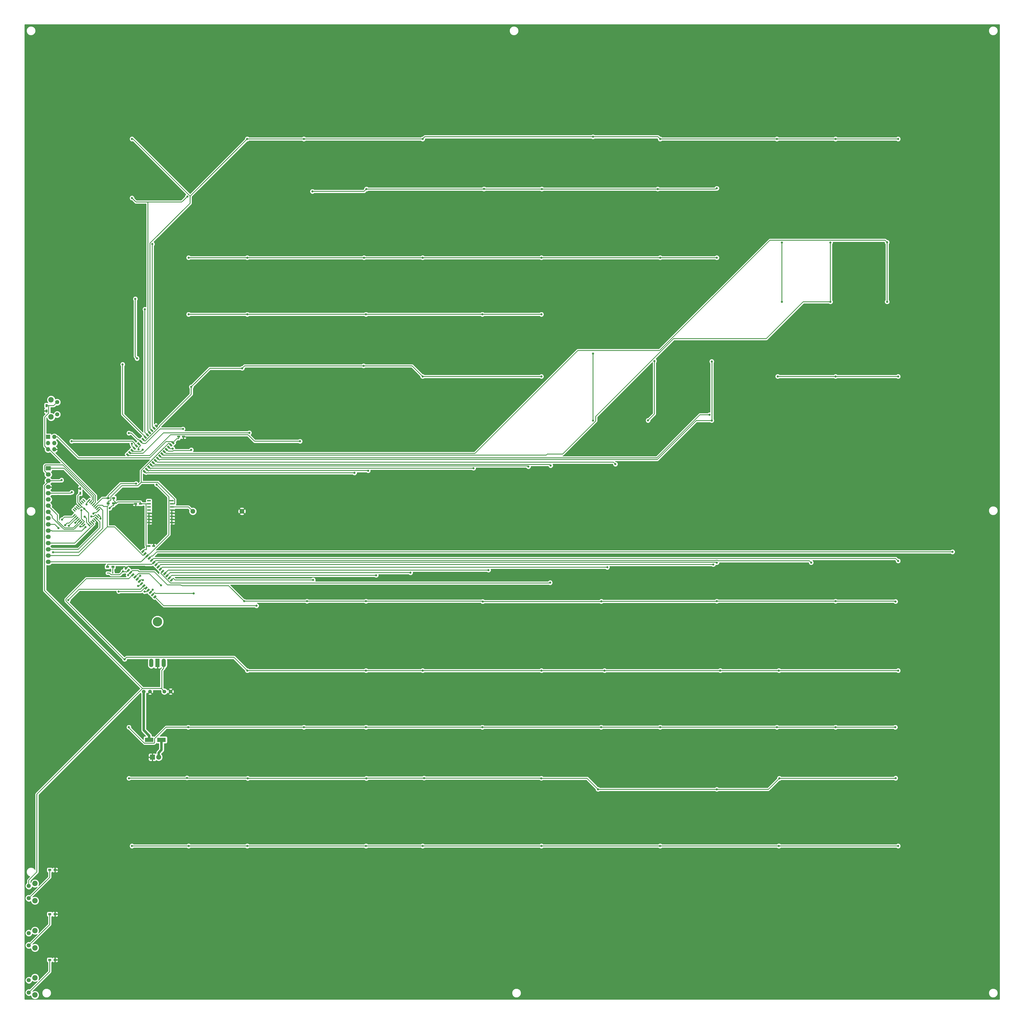
<source format=gtl>
G04 #@! TF.FileFunction,Copper,L1,Top,Signal*
%FSLAX46Y46*%
G04 Gerber Fmt 4.6, Leading zero omitted, Abs format (unit mm)*
G04 Created by KiCad (PCBNEW (2015-01-16 BZR 5376)-product) date 07/14/15 18:55:14*
%MOMM*%
G01*
G04 APERTURE LIST*
%ADD10C,0.100000*%
%ADD11R,1.200000X0.900000*%
%ADD12C,2.200000*%
%ADD13C,1.700000*%
%ADD14C,1.950000*%
%ADD15C,1.501140*%
%ADD16R,3.500120X1.800860*%
%ADD17R,0.590000X0.450000*%
%ADD18R,1.699260X3.500120*%
%ADD19O,1.699260X3.500120*%
%ADD20C,3.799840*%
%ADD21R,2.032000X2.032000*%
%ADD22O,2.032000X2.032000*%
%ADD23R,1.727200X1.727200*%
%ADD24O,1.727200X1.727200*%
%ADD25R,0.900000X1.200000*%
%ADD26R,1.500000X0.600000*%
%ADD27R,1.200000X0.750000*%
%ADD28R,0.750000X1.200000*%
%ADD29R,2.032000X1.727200*%
%ADD30O,2.032000X1.727200*%
%ADD31C,0.889000*%
%ADD32C,0.300000*%
%ADD33C,1.000000*%
%ADD34C,0.250000*%
G04 APERTURE END LIST*
D10*
D11*
X27685300Y-365214000D03*
X29885300Y-365214000D03*
X27685300Y-383204000D03*
X29885300Y-383204000D03*
X53720000Y-213868000D03*
X51520000Y-213868000D03*
D12*
X21690200Y-370709000D03*
X21690200Y-377709000D03*
D13*
X19190200Y-371709000D03*
X19190200Y-376709000D03*
D12*
X21690200Y-389899000D03*
X21690200Y-396899000D03*
D13*
X19190200Y-390899000D03*
X19190200Y-395899000D03*
D12*
X21690200Y-409089000D03*
X21690200Y-416089000D03*
D13*
X19190200Y-410089000D03*
X19190200Y-415089000D03*
D14*
X105940000Y-219202000D03*
X85940000Y-219202000D03*
D15*
X76902000Y-292583000D03*
X74362000Y-292583000D03*
D16*
X68197640Y-312251000D03*
X73196360Y-312251000D03*
D17*
X53379000Y-244348000D03*
X51269000Y-244348000D03*
D18*
X71583460Y-280924000D03*
D19*
X69043460Y-280924000D03*
X74123460Y-280924000D03*
D20*
X71583460Y-264160000D03*
D21*
X69521300Y-319289000D03*
D22*
X72061300Y-319289000D03*
D23*
X27008300Y-188933000D03*
D24*
X29548300Y-188933000D03*
X27008300Y-191473000D03*
X29548300Y-191473000D03*
X27008300Y-194013000D03*
X29548300Y-194013000D03*
D11*
X27685300Y-401795000D03*
X29885300Y-401795000D03*
X51520000Y-215985000D03*
X53720000Y-215985000D03*
D25*
X26416000Y-176192000D03*
X26416000Y-178392000D03*
D11*
X51224000Y-241808000D03*
X53424000Y-241808000D03*
D12*
X28234000Y-180792000D03*
X28234000Y-173792000D03*
D13*
X30734000Y-179792000D03*
X30734000Y-174792000D03*
D10*
G36*
X70916578Y-183807456D02*
X71814603Y-184705481D01*
X71275788Y-185244296D01*
X70377763Y-184346271D01*
X70916578Y-183807456D01*
X70916578Y-183807456D01*
G37*
G36*
X70018553Y-184705482D02*
X70916578Y-185603507D01*
X70377763Y-186142322D01*
X69479738Y-185244297D01*
X70018553Y-184705482D01*
X70018553Y-184705482D01*
G37*
G36*
X69120527Y-185603507D02*
X70018552Y-186501532D01*
X69479737Y-187040347D01*
X68581712Y-186142322D01*
X69120527Y-185603507D01*
X69120527Y-185603507D01*
G37*
G36*
X68222501Y-186501533D02*
X69120526Y-187399558D01*
X68581711Y-187938373D01*
X67683686Y-187040348D01*
X68222501Y-186501533D01*
X68222501Y-186501533D01*
G37*
G36*
X67324476Y-187399558D02*
X68222501Y-188297583D01*
X67683686Y-188836398D01*
X66785661Y-187938373D01*
X67324476Y-187399558D01*
X67324476Y-187399558D01*
G37*
G36*
X66426450Y-188297584D02*
X67324475Y-189195609D01*
X66785660Y-189734424D01*
X65887635Y-188836399D01*
X66426450Y-188297584D01*
X66426450Y-188297584D01*
G37*
G36*
X65528425Y-189195610D02*
X66426450Y-190093635D01*
X65887635Y-190632450D01*
X64989610Y-189734425D01*
X65528425Y-189195610D01*
X65528425Y-189195610D01*
G37*
G36*
X64630399Y-190093635D02*
X65528424Y-190991660D01*
X64989609Y-191530475D01*
X64091584Y-190632450D01*
X64630399Y-190093635D01*
X64630399Y-190093635D01*
G37*
G36*
X63732373Y-190991661D02*
X64630398Y-191889686D01*
X64091583Y-192428501D01*
X63193558Y-191530476D01*
X63732373Y-190991661D01*
X63732373Y-190991661D01*
G37*
G36*
X62834348Y-191889686D02*
X63732373Y-192787711D01*
X63193558Y-193326526D01*
X62295533Y-192428501D01*
X62834348Y-191889686D01*
X62834348Y-191889686D01*
G37*
G36*
X70492314Y-197751602D02*
X71390339Y-198649627D01*
X70851524Y-199188442D01*
X69953499Y-198290417D01*
X70492314Y-197751602D01*
X70492314Y-197751602D01*
G37*
G36*
X69594289Y-198649627D02*
X70492314Y-199547652D01*
X69953499Y-200086467D01*
X69055474Y-199188442D01*
X69594289Y-198649627D01*
X69594289Y-198649627D01*
G37*
G36*
X68696263Y-199547653D02*
X69594288Y-200445678D01*
X69055473Y-200984493D01*
X68157448Y-200086468D01*
X68696263Y-199547653D01*
X68696263Y-199547653D01*
G37*
G36*
X67798237Y-200445678D02*
X68696262Y-201343703D01*
X68157447Y-201882518D01*
X67259422Y-200984493D01*
X67798237Y-200445678D01*
X67798237Y-200445678D01*
G37*
G36*
X66900212Y-201343704D02*
X67798237Y-202241729D01*
X67259422Y-202780544D01*
X66361397Y-201882519D01*
X66900212Y-201343704D01*
X66900212Y-201343704D01*
G37*
G36*
X66002186Y-202241730D02*
X66900211Y-203139755D01*
X66361396Y-203678570D01*
X65463371Y-202780545D01*
X66002186Y-202241730D01*
X66002186Y-202241730D01*
G37*
G36*
X59242245Y-195481789D02*
X60140270Y-196379814D01*
X59601455Y-196918629D01*
X58703430Y-196020604D01*
X59242245Y-195481789D01*
X59242245Y-195481789D01*
G37*
G36*
X60140271Y-194583763D02*
X61038296Y-195481788D01*
X60499481Y-196020603D01*
X59601456Y-195122578D01*
X60140271Y-194583763D01*
X60140271Y-194583763D01*
G37*
G36*
X61038297Y-193685738D02*
X61936322Y-194583763D01*
X61397507Y-195122578D01*
X60499482Y-194224553D01*
X61038297Y-193685738D01*
X61038297Y-193685738D01*
G37*
G36*
X61936322Y-192787712D02*
X62834347Y-193685737D01*
X62295532Y-194224552D01*
X61397507Y-193326527D01*
X61936322Y-192787712D01*
X61936322Y-192787712D01*
G37*
G36*
X71390340Y-196853576D02*
X72288365Y-197751601D01*
X71749550Y-198290416D01*
X70851525Y-197392391D01*
X71390340Y-196853576D01*
X71390340Y-196853576D01*
G37*
G36*
X72288365Y-195955550D02*
X73186390Y-196853575D01*
X72647575Y-197392390D01*
X71749550Y-196494365D01*
X72288365Y-195955550D01*
X72288365Y-195955550D01*
G37*
G36*
X73186391Y-195057525D02*
X74084416Y-195955550D01*
X73545601Y-196494365D01*
X72647576Y-195596340D01*
X73186391Y-195057525D01*
X73186391Y-195057525D01*
G37*
G36*
X74084417Y-194159499D02*
X74982442Y-195057524D01*
X74443627Y-195596339D01*
X73545602Y-194698314D01*
X74084417Y-194159499D01*
X74084417Y-194159499D01*
G37*
G36*
X74982442Y-193261474D02*
X75880467Y-194159499D01*
X75341652Y-194698314D01*
X74443627Y-193800289D01*
X74982442Y-193261474D01*
X74982442Y-193261474D01*
G37*
G36*
X75880468Y-192363448D02*
X76778493Y-193261473D01*
X76239678Y-193800288D01*
X75341653Y-192902263D01*
X75880468Y-192363448D01*
X75880468Y-192363448D01*
G37*
G36*
X76778493Y-191465422D02*
X77676518Y-192363447D01*
X77137703Y-192902262D01*
X76239678Y-192004237D01*
X76778493Y-191465422D01*
X76778493Y-191465422D01*
G37*
G36*
X77676519Y-190567397D02*
X78574544Y-191465422D01*
X78035729Y-192004237D01*
X77137704Y-191106212D01*
X77676519Y-190567397D01*
X77676519Y-190567397D01*
G37*
D26*
X68079000Y-214926000D03*
X68079000Y-216196000D03*
X68079000Y-217466000D03*
X68079000Y-218736000D03*
X68079000Y-220006000D03*
X68079000Y-221276000D03*
X68079000Y-222546000D03*
X68079000Y-223816000D03*
X77379000Y-223816000D03*
X77379000Y-222546000D03*
X77379000Y-221276000D03*
X77379000Y-220006000D03*
X77379000Y-218736000D03*
X77379000Y-217466000D03*
X77379000Y-216196000D03*
X77379000Y-214926000D03*
D10*
G36*
X58077456Y-242519422D02*
X58975481Y-241621397D01*
X59514296Y-242160212D01*
X58616271Y-243058237D01*
X58077456Y-242519422D01*
X58077456Y-242519422D01*
G37*
G36*
X58975482Y-243417447D02*
X59873507Y-242519422D01*
X60412322Y-243058237D01*
X59514297Y-243956262D01*
X58975482Y-243417447D01*
X58975482Y-243417447D01*
G37*
G36*
X59873507Y-244315473D02*
X60771532Y-243417448D01*
X61310347Y-243956263D01*
X60412322Y-244854288D01*
X59873507Y-244315473D01*
X59873507Y-244315473D01*
G37*
G36*
X60771533Y-245213499D02*
X61669558Y-244315474D01*
X62208373Y-244854289D01*
X61310348Y-245752314D01*
X60771533Y-245213499D01*
X60771533Y-245213499D01*
G37*
G36*
X61669558Y-246111524D02*
X62567583Y-245213499D01*
X63106398Y-245752314D01*
X62208373Y-246650339D01*
X61669558Y-246111524D01*
X61669558Y-246111524D01*
G37*
G36*
X62567584Y-247009550D02*
X63465609Y-246111525D01*
X64004424Y-246650340D01*
X63106399Y-247548365D01*
X62567584Y-247009550D01*
X62567584Y-247009550D01*
G37*
G36*
X63465610Y-247907575D02*
X64363635Y-247009550D01*
X64902450Y-247548365D01*
X64004425Y-248446390D01*
X63465610Y-247907575D01*
X63465610Y-247907575D01*
G37*
G36*
X64363635Y-248805601D02*
X65261660Y-247907576D01*
X65800475Y-248446391D01*
X64902450Y-249344416D01*
X64363635Y-248805601D01*
X64363635Y-248805601D01*
G37*
G36*
X65261661Y-249703627D02*
X66159686Y-248805602D01*
X66698501Y-249344417D01*
X65800476Y-250242442D01*
X65261661Y-249703627D01*
X65261661Y-249703627D01*
G37*
G36*
X66159686Y-250601652D02*
X67057711Y-249703627D01*
X67596526Y-250242442D01*
X66698501Y-251140467D01*
X66159686Y-250601652D01*
X66159686Y-250601652D01*
G37*
G36*
X72021602Y-242943686D02*
X72919627Y-242045661D01*
X73458442Y-242584476D01*
X72560417Y-243482501D01*
X72021602Y-242943686D01*
X72021602Y-242943686D01*
G37*
G36*
X72919627Y-243841711D02*
X73817652Y-242943686D01*
X74356467Y-243482501D01*
X73458442Y-244380526D01*
X72919627Y-243841711D01*
X72919627Y-243841711D01*
G37*
G36*
X73817653Y-244739737D02*
X74715678Y-243841712D01*
X75254493Y-244380527D01*
X74356468Y-245278552D01*
X73817653Y-244739737D01*
X73817653Y-244739737D01*
G37*
G36*
X74715678Y-245637763D02*
X75613703Y-244739738D01*
X76152518Y-245278553D01*
X75254493Y-246176578D01*
X74715678Y-245637763D01*
X74715678Y-245637763D01*
G37*
G36*
X75613704Y-246535788D02*
X76511729Y-245637763D01*
X77050544Y-246176578D01*
X76152519Y-247074603D01*
X75613704Y-246535788D01*
X75613704Y-246535788D01*
G37*
G36*
X76511730Y-247433814D02*
X77409755Y-246535789D01*
X77948570Y-247074604D01*
X77050545Y-247972629D01*
X76511730Y-247433814D01*
X76511730Y-247433814D01*
G37*
G36*
X69751789Y-254193755D02*
X70649814Y-253295730D01*
X71188629Y-253834545D01*
X70290604Y-254732570D01*
X69751789Y-254193755D01*
X69751789Y-254193755D01*
G37*
G36*
X68853763Y-253295729D02*
X69751788Y-252397704D01*
X70290603Y-252936519D01*
X69392578Y-253834544D01*
X68853763Y-253295729D01*
X68853763Y-253295729D01*
G37*
G36*
X67955738Y-252397703D02*
X68853763Y-251499678D01*
X69392578Y-252038493D01*
X68494553Y-252936518D01*
X67955738Y-252397703D01*
X67955738Y-252397703D01*
G37*
G36*
X67057712Y-251499678D02*
X67955737Y-250601653D01*
X68494552Y-251140468D01*
X67596527Y-252038493D01*
X67057712Y-251499678D01*
X67057712Y-251499678D01*
G37*
G36*
X71123576Y-242045660D02*
X72021601Y-241147635D01*
X72560416Y-241686450D01*
X71662391Y-242584475D01*
X71123576Y-242045660D01*
X71123576Y-242045660D01*
G37*
G36*
X70225550Y-241147635D02*
X71123575Y-240249610D01*
X71662390Y-240788425D01*
X70764365Y-241686450D01*
X70225550Y-241147635D01*
X70225550Y-241147635D01*
G37*
G36*
X69327525Y-240249609D02*
X70225550Y-239351584D01*
X70764365Y-239890399D01*
X69866340Y-240788424D01*
X69327525Y-240249609D01*
X69327525Y-240249609D01*
G37*
G36*
X68429499Y-239351583D02*
X69327524Y-238453558D01*
X69866339Y-238992373D01*
X68968314Y-239890398D01*
X68429499Y-239351583D01*
X68429499Y-239351583D01*
G37*
G36*
X67531474Y-238453558D02*
X68429499Y-237555533D01*
X68968314Y-238094348D01*
X68070289Y-238992373D01*
X67531474Y-238453558D01*
X67531474Y-238453558D01*
G37*
G36*
X66633448Y-237555532D02*
X67531473Y-236657507D01*
X68070288Y-237196322D01*
X67172263Y-238094347D01*
X66633448Y-237555532D01*
X66633448Y-237555532D01*
G37*
G36*
X65735422Y-236657507D02*
X66633447Y-235759482D01*
X67172262Y-236298297D01*
X66274237Y-237196322D01*
X65735422Y-236657507D01*
X65735422Y-236657507D01*
G37*
G36*
X64837397Y-235759481D02*
X65735422Y-234861456D01*
X66274237Y-235400271D01*
X65376212Y-236298296D01*
X64837397Y-235759481D01*
X64837397Y-235759481D01*
G37*
D15*
X68507000Y-292583000D03*
X65967000Y-292583000D03*
D27*
X64577000Y-216196000D03*
X62677000Y-216196000D03*
X68096000Y-233341000D03*
X69996000Y-233341000D03*
X80203000Y-188849000D03*
X82103000Y-188849000D03*
D28*
X40132000Y-211855000D03*
X40132000Y-209955000D03*
D10*
G36*
X40987954Y-214510366D02*
X41347164Y-214151156D01*
X42245190Y-215049182D01*
X41885980Y-215408392D01*
X40987954Y-214510366D01*
X40987954Y-214510366D01*
G37*
G36*
X40422269Y-215076052D02*
X40781479Y-214716842D01*
X41679505Y-215614868D01*
X41320295Y-215974078D01*
X40422269Y-215076052D01*
X40422269Y-215076052D01*
G37*
G36*
X39856584Y-215641737D02*
X40215794Y-215282527D01*
X41113820Y-216180553D01*
X40754610Y-216539763D01*
X39856584Y-215641737D01*
X39856584Y-215641737D01*
G37*
G36*
X39290898Y-216207423D02*
X39650108Y-215848213D01*
X40548134Y-216746239D01*
X40188924Y-217105449D01*
X39290898Y-216207423D01*
X39290898Y-216207423D01*
G37*
G36*
X38725213Y-216773108D02*
X39084423Y-216413898D01*
X39982449Y-217311924D01*
X39623239Y-217671134D01*
X38725213Y-216773108D01*
X38725213Y-216773108D01*
G37*
G36*
X38159527Y-217338794D02*
X38518737Y-216979584D01*
X39416763Y-217877610D01*
X39057553Y-218236820D01*
X38159527Y-217338794D01*
X38159527Y-217338794D01*
G37*
G36*
X37593842Y-217904479D02*
X37953052Y-217545269D01*
X38851078Y-218443295D01*
X38491868Y-218802505D01*
X37593842Y-217904479D01*
X37593842Y-217904479D01*
G37*
G36*
X37028156Y-218470164D02*
X37387366Y-218110954D01*
X38285392Y-219008980D01*
X37926182Y-219368190D01*
X37028156Y-218470164D01*
X37028156Y-218470164D01*
G37*
G36*
X37028156Y-221119836D02*
X37926182Y-220221810D01*
X38285392Y-220581020D01*
X37387366Y-221479046D01*
X37028156Y-221119836D01*
X37028156Y-221119836D01*
G37*
G36*
X37593842Y-221685521D02*
X38491868Y-220787495D01*
X38851078Y-221146705D01*
X37953052Y-222044731D01*
X37593842Y-221685521D01*
X37593842Y-221685521D01*
G37*
G36*
X38159527Y-222251206D02*
X39057553Y-221353180D01*
X39416763Y-221712390D01*
X38518737Y-222610416D01*
X38159527Y-222251206D01*
X38159527Y-222251206D01*
G37*
G36*
X38725213Y-222816892D02*
X39623239Y-221918866D01*
X39982449Y-222278076D01*
X39084423Y-223176102D01*
X38725213Y-222816892D01*
X38725213Y-222816892D01*
G37*
G36*
X39290898Y-223382577D02*
X40188924Y-222484551D01*
X40548134Y-222843761D01*
X39650108Y-223741787D01*
X39290898Y-223382577D01*
X39290898Y-223382577D01*
G37*
G36*
X39856584Y-223948263D02*
X40754610Y-223050237D01*
X41113820Y-223409447D01*
X40215794Y-224307473D01*
X39856584Y-223948263D01*
X39856584Y-223948263D01*
G37*
G36*
X40422269Y-224513948D02*
X41320295Y-223615922D01*
X41679505Y-223975132D01*
X40781479Y-224873158D01*
X40422269Y-224513948D01*
X40422269Y-224513948D01*
G37*
G36*
X40987954Y-225079634D02*
X41885980Y-224181608D01*
X42245190Y-224540818D01*
X41347164Y-225438844D01*
X40987954Y-225079634D01*
X40987954Y-225079634D01*
G37*
G36*
X43098810Y-224540818D02*
X43458020Y-224181608D01*
X44356046Y-225079634D01*
X43996836Y-225438844D01*
X43098810Y-224540818D01*
X43098810Y-224540818D01*
G37*
G36*
X43664495Y-223975132D02*
X44023705Y-223615922D01*
X44921731Y-224513948D01*
X44562521Y-224873158D01*
X43664495Y-223975132D01*
X43664495Y-223975132D01*
G37*
G36*
X44230180Y-223409447D02*
X44589390Y-223050237D01*
X45487416Y-223948263D01*
X45128206Y-224307473D01*
X44230180Y-223409447D01*
X44230180Y-223409447D01*
G37*
G36*
X44795866Y-222843761D02*
X45155076Y-222484551D01*
X46053102Y-223382577D01*
X45693892Y-223741787D01*
X44795866Y-222843761D01*
X44795866Y-222843761D01*
G37*
G36*
X45361551Y-222278076D02*
X45720761Y-221918866D01*
X46618787Y-222816892D01*
X46259577Y-223176102D01*
X45361551Y-222278076D01*
X45361551Y-222278076D01*
G37*
G36*
X45927237Y-221712390D02*
X46286447Y-221353180D01*
X47184473Y-222251206D01*
X46825263Y-222610416D01*
X45927237Y-221712390D01*
X45927237Y-221712390D01*
G37*
G36*
X46492922Y-221146705D02*
X46852132Y-220787495D01*
X47750158Y-221685521D01*
X47390948Y-222044731D01*
X46492922Y-221146705D01*
X46492922Y-221146705D01*
G37*
G36*
X47058608Y-220581020D02*
X47417818Y-220221810D01*
X48315844Y-221119836D01*
X47956634Y-221479046D01*
X47058608Y-220581020D01*
X47058608Y-220581020D01*
G37*
G36*
X47058608Y-219008980D02*
X47956634Y-218110954D01*
X48315844Y-218470164D01*
X47417818Y-219368190D01*
X47058608Y-219008980D01*
X47058608Y-219008980D01*
G37*
G36*
X46492922Y-218443295D02*
X47390948Y-217545269D01*
X47750158Y-217904479D01*
X46852132Y-218802505D01*
X46492922Y-218443295D01*
X46492922Y-218443295D01*
G37*
G36*
X45927237Y-217877610D02*
X46825263Y-216979584D01*
X47184473Y-217338794D01*
X46286447Y-218236820D01*
X45927237Y-217877610D01*
X45927237Y-217877610D01*
G37*
G36*
X45361551Y-217311924D02*
X46259577Y-216413898D01*
X46618787Y-216773108D01*
X45720761Y-217671134D01*
X45361551Y-217311924D01*
X45361551Y-217311924D01*
G37*
G36*
X44795866Y-216746239D02*
X45693892Y-215848213D01*
X46053102Y-216207423D01*
X45155076Y-217105449D01*
X44795866Y-216746239D01*
X44795866Y-216746239D01*
G37*
G36*
X44230180Y-216180553D02*
X45128206Y-215282527D01*
X45487416Y-215641737D01*
X44589390Y-216539763D01*
X44230180Y-216180553D01*
X44230180Y-216180553D01*
G37*
G36*
X43664495Y-215614868D02*
X44562521Y-214716842D01*
X44921731Y-215076052D01*
X44023705Y-215974078D01*
X43664495Y-215614868D01*
X43664495Y-215614868D01*
G37*
G36*
X43098810Y-215049182D02*
X43996836Y-214151156D01*
X44356046Y-214510366D01*
X43458020Y-215408392D01*
X43098810Y-215049182D01*
X43098810Y-215049182D01*
G37*
D29*
X27093200Y-201718000D03*
D30*
X27093200Y-204258000D03*
X27093200Y-206798000D03*
X27093200Y-209338000D03*
X27093200Y-211878000D03*
X27093200Y-214418000D03*
X27093200Y-216958000D03*
X27093200Y-219498000D03*
X27093200Y-222038000D03*
X27093200Y-224578000D03*
X27093200Y-227118000D03*
X27093200Y-229658000D03*
X27093200Y-232198000D03*
X27093200Y-234738000D03*
X27093200Y-237278000D03*
X27093200Y-239818000D03*
D31*
X85305300Y-194209800D03*
X69467900Y-110441600D03*
X276162700Y-67647100D03*
X347558300Y-67647100D03*
X373040800Y-67647100D03*
X248825400Y-66763300D03*
X108086200Y-67647100D03*
X179493500Y-67647100D03*
X323684600Y-67647100D03*
X61164100Y-67647100D03*
X131159100Y-67647100D03*
X204455900Y-87990600D03*
X275176000Y-88041300D03*
X156601200Y-88043000D03*
X228009500Y-88038800D03*
X299223500Y-87744400D03*
X134622700Y-89007900D03*
X61164100Y-91687000D03*
X83721500Y-91078100D03*
X227828300Y-115981700D03*
X108098400Y-115981700D03*
X155619800Y-115981700D03*
X276162700Y-115981700D03*
X299221600Y-115981700D03*
X179493500Y-115981700D03*
X66434900Y-136979200D03*
X84224800Y-115981700D03*
X108098400Y-139042400D03*
X203804400Y-139042400D03*
X156432700Y-139042400D03*
X227828300Y-139042400D03*
X57375200Y-159439800D03*
X84224800Y-139042400D03*
X347558300Y-164316000D03*
X324028400Y-164316000D03*
X373040800Y-164316000D03*
X85305300Y-168577400D03*
X155438700Y-160002600D03*
X106035200Y-161014500D03*
X179493500Y-164316500D03*
X227828300Y-164316000D03*
X59913900Y-187376800D03*
X81941800Y-185706800D03*
X63824900Y-193957200D03*
X368555400Y-109705200D03*
X368555400Y-133928900D03*
X345495100Y-133928900D03*
X345495100Y-109816600D03*
X325747700Y-133913700D03*
X325747700Y-109816600D03*
X296291900Y-179899900D03*
X297160300Y-182263200D03*
X297160300Y-158248700D03*
X271226700Y-182209400D03*
X273814600Y-158039500D03*
X257946600Y-200016100D03*
X248809200Y-182263200D03*
X248825400Y-155039300D03*
X231605800Y-200582500D03*
X222533000Y-201031500D03*
X31115000Y-212979000D03*
X29845000Y-210820000D03*
X46990000Y-225044000D03*
X40132000Y-213360000D03*
X34798000Y-196850000D03*
X33782000Y-203962000D03*
X34798000Y-190754000D03*
X28448000Y-185420000D03*
X66294000Y-241808000D03*
X70104000Y-231648000D03*
X65024000Y-219964000D03*
X70358000Y-219964000D03*
X395174300Y-235711600D03*
X57506700Y-243719400D03*
X156432700Y-255809000D03*
X347558300Y-255809000D03*
X371989600Y-255929900D03*
X203934700Y-255939300D03*
X252207400Y-255877600D03*
X299223400Y-255809000D03*
X106822800Y-255809000D03*
X59614900Y-245229300D03*
X132409300Y-255809000D03*
X227828300Y-284046000D03*
X324497500Y-284046000D03*
X156430600Y-284046000D03*
X108098400Y-284046000D03*
X373040800Y-284046000D03*
X253519900Y-284046000D03*
X300623800Y-284046000D03*
X179493500Y-284046000D03*
X58175600Y-279457000D03*
X252138800Y-307106700D03*
X84074600Y-307106700D03*
X276162700Y-307106700D03*
X131153900Y-307106700D03*
X59913900Y-307106700D03*
X73022400Y-249383800D03*
X156432700Y-307106700D03*
X203804400Y-307106700D03*
X347558300Y-307106700D03*
X371868700Y-307106700D03*
X323696800Y-307106700D03*
X250888600Y-332380800D03*
X180079900Y-327795200D03*
X299223400Y-332380800D03*
X108281200Y-327916000D03*
X59929200Y-327898600D03*
X227809600Y-327902000D03*
X83555600Y-327733100D03*
X64501200Y-245479700D03*
X156599600Y-327921300D03*
X324678600Y-327916500D03*
X372010300Y-327830800D03*
X276148700Y-355441600D03*
X156432700Y-355441600D03*
X324497500Y-355441600D03*
X179493500Y-355441600D03*
X227828300Y-355441600D03*
X84246100Y-355441600D03*
X373040800Y-355441600D03*
X61164100Y-355441600D03*
X108096200Y-355441600D03*
X65644700Y-247193600D03*
X63667700Y-249631100D03*
X35241700Y-255330500D03*
X373040800Y-239404600D03*
X337627200Y-240086300D03*
X299221300Y-240095400D03*
X297786900Y-240853100D03*
X254652300Y-241980500D03*
X231386400Y-248258000D03*
X206285000Y-243144800D03*
X200169100Y-201661300D03*
X174551200Y-244203100D03*
X157314000Y-202665500D03*
X160559200Y-245261500D03*
X151744200Y-203549800D03*
X134925000Y-247159200D03*
X129572300Y-190710900D03*
X111879000Y-257641900D03*
X108945400Y-187258900D03*
X86287900Y-252684700D03*
X65579100Y-194123600D03*
X69617000Y-251161200D03*
X63227300Y-156989600D03*
X62539000Y-132768800D03*
X61112600Y-191700200D03*
X66302600Y-251880700D03*
X36611600Y-190710900D03*
X55763600Y-251856200D03*
X40140100Y-225374100D03*
X41935300Y-221379000D03*
X40610500Y-218778900D03*
X77771700Y-193696000D03*
X62821200Y-207932800D03*
X71196600Y-208343600D03*
X32695700Y-222596100D03*
X33940700Y-224858700D03*
X35519400Y-225114600D03*
X42672000Y-216408000D03*
X36703000Y-211455000D03*
X38129000Y-223870500D03*
X44600000Y-221330000D03*
X31276000Y-226044300D03*
X48394600Y-222196000D03*
X42296100Y-225660100D03*
X45439700Y-220147600D03*
X29040400Y-235904100D03*
X32512000Y-206502000D03*
X41765200Y-218160200D03*
X52124900Y-217959700D03*
D32*
X75162000Y-193979900D02*
X75929500Y-194747300D01*
X85044300Y-194470800D02*
X85305300Y-194209800D01*
X78262400Y-194470800D02*
X85044300Y-194470800D01*
X78142400Y-194590800D02*
X78262400Y-194470800D01*
X77893600Y-194590800D02*
X78142400Y-194590800D01*
X77737100Y-194747300D02*
X77893600Y-194590800D01*
X75929500Y-194747300D02*
X77737100Y-194747300D01*
X69467900Y-184619100D02*
X69430700Y-184656300D01*
X69467900Y-110441600D02*
X69467900Y-184619100D01*
X70198200Y-185423900D02*
X69430700Y-184656300D01*
X347558300Y-67647100D02*
X373040800Y-67647100D01*
X180377300Y-66763300D02*
X248825400Y-66763300D01*
X179493500Y-67647100D02*
X180377300Y-66763300D01*
X275278900Y-66763300D02*
X276162700Y-67647100D01*
X248825400Y-66763300D02*
X275278900Y-66763300D01*
X276162700Y-67647100D02*
X323684600Y-67647100D01*
X323684600Y-67647100D02*
X347558300Y-67647100D01*
X69300100Y-186321900D02*
X68532700Y-185554500D01*
X61556000Y-67647100D02*
X61164100Y-67647100D01*
X84821100Y-90912200D02*
X61556000Y-67647100D01*
X84821100Y-90912200D02*
X108086200Y-67647100D01*
X108086200Y-67647100D02*
X131159100Y-67647100D01*
X131159100Y-67647100D02*
X179493500Y-67647100D01*
X68532700Y-110111400D02*
X68532700Y-185554500D01*
X84821100Y-93823000D02*
X68532700Y-110111400D01*
X84821100Y-90912200D02*
X84821100Y-93823000D01*
X204455900Y-88029900D02*
X204455900Y-87990600D01*
X204442800Y-88043000D02*
X204455900Y-88029900D01*
X156601200Y-88043000D02*
X204442800Y-88043000D01*
X228000600Y-88029900D02*
X228009500Y-88038800D01*
X204455900Y-88029900D02*
X228000600Y-88029900D01*
X298929100Y-88038800D02*
X299223500Y-87744400D01*
X275176000Y-88038800D02*
X298929100Y-88038800D01*
X228009500Y-88038800D02*
X275176000Y-88038800D01*
X275176000Y-88038800D02*
X275176000Y-88041300D01*
X68402100Y-187220000D02*
X67634700Y-186452500D01*
X155636300Y-89007900D02*
X156601200Y-88043000D01*
X134622700Y-89007900D02*
X155636300Y-89007900D01*
X81476100Y-93323500D02*
X83721500Y-91078100D01*
X67634700Y-93323500D02*
X81476100Y-93323500D01*
X67634700Y-186452500D02*
X67634700Y-93323500D01*
X62800600Y-93323500D02*
X61164100Y-91687000D01*
X67634700Y-93323500D02*
X62800600Y-93323500D01*
X227828300Y-115981700D02*
X276162700Y-115981700D01*
X276162700Y-115981700D02*
X299221600Y-115981700D01*
X108098400Y-115981700D02*
X155619800Y-115981700D01*
X66434900Y-187048800D02*
X67504100Y-188118000D01*
X66434900Y-136979200D02*
X66434900Y-187048800D01*
X84224800Y-115981700D02*
X108098400Y-115981700D01*
X155619800Y-115981700D02*
X179493500Y-115981700D01*
X179493500Y-115981700D02*
X227828300Y-115981700D01*
X108098400Y-139042400D02*
X156432700Y-139042400D01*
X156432700Y-139042400D02*
X203804400Y-139042400D01*
X203804400Y-139042400D02*
X227828300Y-139042400D01*
X57375200Y-179785100D02*
X66606100Y-189016000D01*
X57375200Y-159439800D02*
X57375200Y-179785100D01*
X84224800Y-139042400D02*
X108098400Y-139042400D01*
X324028400Y-164316000D02*
X347558300Y-164316000D01*
X347558300Y-164316000D02*
X373040800Y-164316000D01*
X65708000Y-189914000D02*
X66475500Y-190681400D01*
X92868200Y-161014500D02*
X85305300Y-168577400D01*
X106035200Y-161014500D02*
X92868200Y-161014500D01*
X72391600Y-184765300D02*
X66475500Y-190681400D01*
X72391600Y-184503500D02*
X72391600Y-184765300D01*
X85305300Y-171589800D02*
X72391600Y-184503500D01*
X85305300Y-168577400D02*
X85305300Y-171589800D01*
X107047100Y-160002600D02*
X155438700Y-160002600D01*
X106035200Y-161014500D02*
X107047100Y-160002600D01*
X175179600Y-160002600D02*
X179493500Y-164316500D01*
X155438700Y-160002600D02*
X175179600Y-160002600D01*
X227827800Y-164316500D02*
X227828300Y-164316000D01*
X179493500Y-164316500D02*
X227827800Y-164316500D01*
X64042400Y-190044600D02*
X64042500Y-190044500D01*
X63566400Y-190044600D02*
X64042400Y-190044600D01*
X60898600Y-187376800D02*
X63566400Y-190044600D01*
X59913900Y-187376800D02*
X60898600Y-187376800D01*
X64810000Y-190812100D02*
X64042500Y-190044500D01*
X66768800Y-191579500D02*
X65577400Y-191579500D01*
X72641500Y-185706800D02*
X66768800Y-191579500D01*
X81941800Y-185706800D02*
X72641500Y-185706800D01*
X64810000Y-190812100D02*
X65577400Y-191579500D01*
X63912000Y-191710100D02*
X64679400Y-192477500D01*
X63824900Y-193332000D02*
X63824900Y-193957200D01*
X64679400Y-192477500D02*
X63824900Y-193332000D01*
X74264000Y-194877900D02*
X75031400Y-195645300D01*
X200776800Y-195645300D02*
X75031400Y-195645300D01*
X242650500Y-153771600D02*
X200776800Y-195645300D01*
X275939400Y-153771600D02*
X242650500Y-153771600D01*
X320821000Y-108890000D02*
X275939400Y-153771600D01*
X367740200Y-108890000D02*
X320821000Y-108890000D01*
X368555400Y-109705200D02*
X367740200Y-108890000D01*
X368555400Y-133928900D02*
X368555400Y-109705200D01*
X73366000Y-195775900D02*
X74133600Y-196543400D01*
X74368600Y-196308400D02*
X74133600Y-196543400D01*
X229827700Y-196308400D02*
X74368600Y-196308400D01*
X230237800Y-195898300D02*
X229827700Y-196308400D01*
X236471600Y-195898300D02*
X230237800Y-195898300D01*
X249944500Y-182425400D02*
X236471600Y-195898300D01*
X249944500Y-180615600D02*
X249944500Y-182425400D01*
X281642100Y-148918000D02*
X249944500Y-180615600D01*
X319396300Y-148918000D02*
X281642100Y-148918000D01*
X334385400Y-133928900D02*
X319396300Y-148918000D01*
X345495100Y-133928900D02*
X334385400Y-133928900D01*
X345495100Y-133928900D02*
X345495100Y-109816600D01*
X325747700Y-133913700D02*
X325747700Y-109816600D01*
X274859800Y-197441400D02*
X73235400Y-197441400D01*
X292401300Y-179899900D02*
X274859800Y-197441400D01*
X296291900Y-179899900D02*
X292401300Y-179899900D01*
X72468000Y-196674000D02*
X73235400Y-197441400D01*
X71569900Y-197572000D02*
X72337500Y-198339500D01*
X290887100Y-182263200D02*
X297160300Y-182263200D01*
X275045800Y-198104500D02*
X290887100Y-182263200D01*
X72572500Y-198104500D02*
X275045800Y-198104500D01*
X72337500Y-198339500D02*
X72572500Y-198104500D01*
X297247400Y-182176100D02*
X297160300Y-182263200D01*
X297247400Y-158335800D02*
X297247400Y-182176100D01*
X297160300Y-158248700D02*
X297247400Y-158335800D01*
X273814600Y-179621500D02*
X271226700Y-182209400D01*
X273814600Y-158039500D02*
X273814600Y-179621500D01*
X257167900Y-199237400D02*
X71439300Y-199237400D01*
X257946600Y-200016100D02*
X257167900Y-199237400D01*
X70671900Y-198470000D02*
X71439300Y-199237400D01*
X248825400Y-182247000D02*
X248809200Y-182263200D01*
X248825400Y-155039300D02*
X248825400Y-182247000D01*
X231158700Y-200135400D02*
X70541400Y-200135400D01*
X231605800Y-200582500D02*
X231158700Y-200135400D01*
X69773900Y-199368000D02*
X70541400Y-200135400D01*
X69940800Y-200736000D02*
X69643300Y-201033500D01*
X222237500Y-200736000D02*
X69940800Y-200736000D01*
X222533000Y-201031500D02*
X222237500Y-200736000D01*
X68875900Y-200266100D02*
X69643300Y-201033500D01*
X39353831Y-217042516D02*
X39242516Y-217042516D01*
X39242516Y-217042516D02*
X35179000Y-212979000D01*
X35179000Y-212979000D02*
X31115000Y-212979000D01*
X29845000Y-210820000D02*
X28363000Y-209338000D01*
X28363000Y-209338000D02*
X27093200Y-209338000D01*
X45990169Y-222547484D02*
X45990169Y-222647169D01*
X45990169Y-222647169D02*
X46990000Y-223647000D01*
X46990000Y-223647000D02*
X46990000Y-225044000D01*
X40485202Y-215911145D02*
X40397145Y-215911145D01*
X40397145Y-215911145D02*
X39878000Y-215392000D01*
X39878000Y-213614000D02*
X40132000Y-213360000D01*
X39878000Y-215392000D02*
X39878000Y-213614000D01*
X40132000Y-210058000D02*
X40132000Y-209955000D01*
X31961000Y-194013000D02*
X29548300Y-194013000D01*
X34798000Y-196850000D02*
X31961000Y-194013000D01*
X37997000Y-209955000D02*
X40132000Y-209955000D01*
X36068000Y-208026000D02*
X37997000Y-209955000D01*
X35306000Y-208026000D02*
X36068000Y-208026000D01*
X33528000Y-206248000D02*
X35306000Y-208026000D01*
X33528000Y-204216000D02*
X33528000Y-206248000D01*
X33782000Y-203962000D02*
X33528000Y-204216000D01*
X34544000Y-190500000D02*
X34798000Y-190754000D01*
X34290000Y-190500000D02*
X34544000Y-190500000D01*
X29210000Y-185420000D02*
X34290000Y-190500000D01*
X28448000Y-185420000D02*
X29210000Y-185420000D01*
X69996000Y-233341000D02*
X69996000Y-231756000D01*
X59581693Y-241554000D02*
X58795876Y-242339817D01*
X66040000Y-241554000D02*
X59581693Y-241554000D01*
X66294000Y-241808000D02*
X66040000Y-241554000D01*
X69996000Y-231756000D02*
X70104000Y-231648000D01*
X68079000Y-220006000D02*
X70316000Y-220006000D01*
X62677000Y-217617000D02*
X62677000Y-216196000D01*
X65024000Y-219964000D02*
X62677000Y-217617000D01*
X70316000Y-220006000D02*
X70358000Y-219964000D01*
X68249900Y-238274000D02*
X69017400Y-237506500D01*
X71337000Y-235711600D02*
X395174300Y-235711600D01*
X69651400Y-237397200D02*
X71337000Y-235711600D01*
X69195700Y-237397200D02*
X69651400Y-237397200D01*
X69086300Y-237506600D02*
X69195700Y-237397200D01*
X69017400Y-237506600D02*
X69086300Y-237506600D01*
X69017400Y-237506500D02*
X69017400Y-237506600D01*
X59693900Y-243237800D02*
X58926400Y-244005300D01*
X51269000Y-244348000D02*
X52014300Y-244348000D01*
X56190900Y-245035200D02*
X57506700Y-243719400D01*
X52701500Y-245035200D02*
X56190900Y-245035200D01*
X52014300Y-244348000D02*
X52701500Y-245035200D01*
X58742100Y-243821100D02*
X58926400Y-244005300D01*
X57661400Y-243821100D02*
X58742100Y-243821100D01*
X57559700Y-243719400D02*
X57661400Y-243821100D01*
X57506700Y-243719400D02*
X57559700Y-243719400D01*
X371868700Y-255809000D02*
X371989600Y-255929900D01*
X347558300Y-255809000D02*
X371868700Y-255809000D01*
X252145700Y-255939300D02*
X252207400Y-255877600D01*
X203934700Y-255939300D02*
X252145700Y-255939300D01*
X299154800Y-255877600D02*
X299223400Y-255809000D01*
X252207400Y-255877600D02*
X299154800Y-255877600D01*
X299223400Y-255809000D02*
X347558300Y-255809000D01*
X60591900Y-244135900D02*
X61359500Y-243368300D01*
X59824500Y-245019700D02*
X59824500Y-244903300D01*
X59614900Y-245229300D02*
X59824500Y-245019700D01*
X60591900Y-244135900D02*
X59824500Y-244903300D01*
X61359500Y-243368400D02*
X61359500Y-243368300D01*
X63651700Y-243368400D02*
X61359500Y-243368400D01*
X64145400Y-243862100D02*
X63651700Y-243368400D01*
X70316300Y-243862100D02*
X64145400Y-243862100D01*
X75607200Y-249153000D02*
X70316300Y-243862100D01*
X80995900Y-249153000D02*
X75607200Y-249153000D01*
X81175400Y-249332500D02*
X80995900Y-249153000D01*
X81497900Y-249332500D02*
X81175400Y-249332500D01*
X81648000Y-249482600D02*
X81497900Y-249332500D01*
X82100400Y-249482600D02*
X81648000Y-249482600D01*
X82133300Y-249515500D02*
X82100400Y-249482600D01*
X100529300Y-249515500D02*
X82133300Y-249515500D01*
X106822800Y-255809000D02*
X100529300Y-249515500D01*
X203804400Y-255809000D02*
X156432700Y-255809000D01*
X203934700Y-255939300D02*
X203804400Y-255809000D01*
X156432700Y-255809000D02*
X132409300Y-255809000D01*
X132409300Y-255809000D02*
X106822800Y-255809000D01*
X324497500Y-284046000D02*
X373040800Y-284046000D01*
X300623800Y-284046000D02*
X324497500Y-284046000D01*
X227828300Y-284046000D02*
X253519900Y-284046000D01*
X253519900Y-284046000D02*
X300623800Y-284046000D01*
X108098400Y-284046000D02*
X156430600Y-284046000D01*
X156430600Y-284046000D02*
X179493500Y-284046000D01*
X179493500Y-284046000D02*
X227828300Y-284046000D01*
X58040500Y-279457000D02*
X58175600Y-279457000D01*
X34326000Y-255742500D02*
X58040500Y-279457000D01*
X34326000Y-254944600D02*
X34326000Y-255742500D01*
X42636300Y-246634300D02*
X34326000Y-254944600D01*
X59889600Y-246634300D02*
X42636300Y-246634300D01*
X61490000Y-245033900D02*
X59889600Y-246634300D01*
X102738500Y-278686100D02*
X108098400Y-284046000D01*
X58946500Y-278686100D02*
X102738500Y-278686100D01*
X58175600Y-279457000D02*
X58946500Y-278686100D01*
X75042800Y-307106700D02*
X84074600Y-307106700D01*
X70398100Y-311751400D02*
X75042800Y-307106700D01*
X70398100Y-313376700D02*
X70398100Y-311751400D01*
X70173000Y-313601800D02*
X70398100Y-313376700D01*
X66261100Y-313601800D02*
X70173000Y-313601800D01*
X59913900Y-307254600D02*
X66261100Y-313601800D01*
X59913900Y-307106700D02*
X59913900Y-307254600D01*
X62388000Y-245931900D02*
X63155400Y-245164500D01*
X84074600Y-307106700D02*
X131153900Y-307106700D01*
X131153900Y-307106700D02*
X156432700Y-307106700D01*
X156432700Y-307106700D02*
X203804400Y-307106700D01*
X203804400Y-307106700D02*
X252138800Y-307106700D01*
X63735000Y-244584900D02*
X63155400Y-245164500D01*
X68223500Y-244584900D02*
X63735000Y-244584900D01*
X73022400Y-249383800D02*
X68223500Y-244584900D01*
X347558300Y-307106700D02*
X371868700Y-307106700D01*
X323696800Y-307106700D02*
X347558300Y-307106700D01*
X252138800Y-307106700D02*
X276162700Y-307106700D01*
X276162700Y-307106700D02*
X323696800Y-307106700D01*
X246409800Y-327902000D02*
X227809600Y-327902000D01*
X250888600Y-332380800D02*
X246409800Y-327902000D01*
X83555600Y-327819000D02*
X83555600Y-327733100D01*
X60008800Y-327819000D02*
X59929200Y-327898600D01*
X83555600Y-327819000D02*
X60008800Y-327819000D01*
X64053400Y-245927500D02*
X64053400Y-246062500D01*
X64501200Y-245479700D02*
X64053400Y-245927500D01*
X63286000Y-246829900D02*
X64053400Y-246062500D01*
X108184200Y-327819000D02*
X108281200Y-327916000D01*
X83555600Y-327819000D02*
X108184200Y-327819000D01*
X156594300Y-327916000D02*
X156599600Y-327921300D01*
X108281200Y-327916000D02*
X156594300Y-327916000D01*
X227702800Y-327795200D02*
X180079900Y-327795200D01*
X227809600Y-327902000D02*
X227702800Y-327795200D01*
X156725700Y-327795200D02*
X156599600Y-327921300D01*
X180079900Y-327795200D02*
X156725700Y-327795200D01*
X250888600Y-332380800D02*
X299223400Y-332380800D01*
X320214300Y-332380800D02*
X324678600Y-327916500D01*
X299223400Y-332380800D02*
X320214300Y-332380800D01*
X371924600Y-327916500D02*
X372010300Y-327830800D01*
X324678600Y-327916500D02*
X371924600Y-327916500D01*
X156432700Y-355441600D02*
X179493500Y-355441600D01*
X179493500Y-355441600D02*
X227828300Y-355441600D01*
X227828300Y-355441600D02*
X276148700Y-355441600D01*
X276148700Y-355441600D02*
X324497500Y-355441600D01*
X324497500Y-355441600D02*
X373040800Y-355441600D01*
X61164100Y-355441600D02*
X84246100Y-355441600D01*
X84246100Y-355441600D02*
X108096200Y-355441600D01*
X108096200Y-355441600D02*
X156432700Y-355441600D01*
X65184500Y-247193600D02*
X64951500Y-246960500D01*
X65644700Y-247193600D02*
X65184500Y-247193600D01*
X64184000Y-247728000D02*
X64951500Y-246960500D01*
X64077000Y-249631100D02*
X65082100Y-248626000D01*
X63667700Y-249631100D02*
X64077000Y-249631100D01*
X64576800Y-250927300D02*
X65980100Y-249524000D01*
X39644900Y-250927300D02*
X64576800Y-250927300D01*
X35241700Y-255330500D02*
X39644900Y-250927300D01*
X372040800Y-238404600D02*
X373040800Y-239404600D01*
X69915300Y-238404600D02*
X372040800Y-238404600D01*
X69147900Y-239172000D02*
X69915300Y-238404600D01*
X51294300Y-240837400D02*
X51224000Y-240907700D01*
X69278500Y-240837400D02*
X51294300Y-240837400D01*
X70045900Y-240070000D02*
X69278500Y-240837400D01*
X51224000Y-241808000D02*
X51224000Y-240907700D01*
X70045900Y-240070000D02*
X70813500Y-239302400D01*
X70813500Y-239302500D02*
X70813500Y-239302400D01*
X298748800Y-239302500D02*
X70813500Y-239302500D01*
X298850700Y-239200600D02*
X298748800Y-239302500D01*
X299592000Y-239200600D02*
X298850700Y-239200600D01*
X299729200Y-239337800D02*
X299592000Y-239200600D01*
X336878700Y-239337800D02*
X299729200Y-239337800D01*
X337627200Y-240086300D02*
X336878700Y-239337800D01*
X71973800Y-239938200D02*
X70944000Y-240968000D01*
X299064100Y-239938200D02*
X71973800Y-239938200D01*
X299221300Y-240095400D02*
X299064100Y-239938200D01*
X72855000Y-240853100D02*
X297786900Y-240853100D01*
X71842000Y-241866100D02*
X72855000Y-240853100D01*
X73523600Y-241980500D02*
X72740000Y-242764100D01*
X254652300Y-241980500D02*
X73523600Y-241980500D01*
X76864800Y-248423700D02*
X72870600Y-244429500D01*
X231220700Y-248423700D02*
X76864800Y-248423700D01*
X231386400Y-248258000D02*
X231220700Y-248423700D01*
X73638000Y-243662100D02*
X72870600Y-244429500D01*
X75951400Y-243144800D02*
X74536100Y-244560100D01*
X206285000Y-243144800D02*
X75951400Y-243144800D01*
X67977800Y-201164100D02*
X68745400Y-201931600D01*
X69015700Y-201661300D02*
X200169100Y-201661300D01*
X68745400Y-201931600D02*
X69015700Y-201661300D01*
X76689200Y-244203100D02*
X75434100Y-245458200D01*
X174551200Y-244203100D02*
X76689200Y-244203100D01*
X67079800Y-202062100D02*
X67847200Y-202829500D01*
X68021700Y-202655000D02*
X67847200Y-202829500D01*
X157303500Y-202655000D02*
X68021700Y-202655000D01*
X157314000Y-202665500D02*
X157303500Y-202655000D01*
X77426800Y-245261500D02*
X76332100Y-246356200D01*
X160559200Y-245261500D02*
X77426800Y-245261500D01*
X67127000Y-203549800D02*
X66949300Y-203727500D01*
X151744200Y-203549800D02*
X67127000Y-203549800D01*
X66181800Y-202960100D02*
X66949300Y-203727500D01*
X78585500Y-247074700D02*
X77997600Y-246486700D01*
X78670000Y-247159200D02*
X78585500Y-247074700D01*
X134925000Y-247159200D02*
X78670000Y-247159200D01*
X77230100Y-247254200D02*
X77997600Y-246486700D01*
X59729400Y-196507700D02*
X59421900Y-196200200D01*
X68390500Y-196507700D02*
X59729400Y-196507700D01*
X76874600Y-188023600D02*
X68390500Y-196507700D01*
X108372700Y-188023600D02*
X76874600Y-188023600D01*
X111060000Y-190710900D02*
X108372700Y-188023600D01*
X129572300Y-190710900D02*
X111060000Y-190710900D01*
X74098000Y-257641900D02*
X70470200Y-254014100D01*
X111879000Y-257641900D02*
X74098000Y-257641900D01*
X74049200Y-187258900D02*
X108945400Y-187258900D01*
X65710900Y-195597200D02*
X74049200Y-187258900D01*
X60614900Y-195597200D02*
X65710900Y-195597200D01*
X60319900Y-195302200D02*
X60614900Y-195597200D01*
X70675600Y-252684700D02*
X70339600Y-252348700D01*
X86287900Y-252684700D02*
X70675600Y-252684700D01*
X69572200Y-253116100D02*
X70339600Y-252348700D01*
X64850600Y-194852100D02*
X65579100Y-194123600D01*
X61665800Y-194852100D02*
X64850600Y-194852100D01*
X61217900Y-194404200D02*
X61665800Y-194852100D01*
X69441600Y-251336600D02*
X69441600Y-251450700D01*
X69617000Y-251161200D02*
X69441600Y-251336600D01*
X68674200Y-252218100D02*
X69441600Y-251450700D01*
X62539000Y-156301300D02*
X62539000Y-132768800D01*
X63227300Y-156989600D02*
X62539000Y-156301300D01*
X61112600Y-192502800D02*
X62115900Y-193506100D01*
X61112600Y-191700200D02*
X61112600Y-192502800D01*
X67776100Y-251320100D02*
X67008700Y-252087500D01*
X66801900Y-251880700D02*
X66302600Y-251880700D01*
X67008700Y-252087500D02*
X66801900Y-251880700D01*
X61388800Y-190710900D02*
X36611600Y-190710900D01*
X62246600Y-191568700D02*
X61388800Y-190710900D01*
X62246600Y-191840600D02*
X62246600Y-191568700D01*
X63014000Y-192608100D02*
X62246600Y-191840600D01*
X66333700Y-250422000D02*
X66878100Y-250422000D01*
X64899500Y-251856200D02*
X66333700Y-250422000D01*
X55763600Y-251856200D02*
X64899500Y-251856200D01*
X26416000Y-176192000D02*
X27316300Y-176192000D01*
X46295700Y-215605600D02*
X45424500Y-216476800D01*
X46295700Y-212739900D02*
X46295700Y-215605600D01*
X27568800Y-194013000D02*
X46295700Y-212739900D01*
X27008300Y-194013000D02*
X27568800Y-194013000D01*
X27316300Y-179241700D02*
X27316300Y-176192000D01*
X25665700Y-180892300D02*
X27316300Y-179241700D01*
X25665700Y-192670400D02*
X25665700Y-180892300D01*
X27008300Y-194013000D02*
X25665700Y-192670400D01*
X29334000Y-176192000D02*
X27316300Y-176192000D01*
X30734000Y-174792000D02*
X29334000Y-176192000D01*
X84204000Y-217466000D02*
X85940000Y-219202000D01*
X77379000Y-217466000D02*
X84204000Y-217466000D01*
X45060600Y-213266500D02*
X45060600Y-214578000D01*
X33512100Y-201718000D02*
X45060600Y-213266500D01*
X27093200Y-201718000D02*
X33512100Y-201718000D01*
X44293100Y-215345500D02*
X45060600Y-214578000D01*
X45680100Y-215089800D02*
X44858800Y-215911100D01*
X45680100Y-212973400D02*
X45680100Y-215089800D01*
X33054100Y-200347400D02*
X45680100Y-212973400D01*
X25907200Y-200347400D02*
X33054100Y-200347400D01*
X25626800Y-200627800D02*
X25907200Y-200347400D01*
X25626800Y-202791600D02*
X25626800Y-200627800D01*
X27093200Y-204258000D02*
X25626800Y-202791600D01*
X40645700Y-225374100D02*
X40140100Y-225374100D01*
X40849200Y-225577600D02*
X40645700Y-225374100D01*
X41616600Y-224810200D02*
X40849200Y-225577600D01*
X42672000Y-222115700D02*
X41935300Y-221379000D01*
X42672000Y-223754800D02*
X42672000Y-222115700D01*
X43727400Y-224810200D02*
X42672000Y-223754800D01*
X40610500Y-222269300D02*
X40610500Y-218778900D01*
X41818300Y-223477100D02*
X40610500Y-222269300D01*
X41050900Y-224244500D02*
X41818300Y-223477100D01*
X49164700Y-213868000D02*
X51520000Y-213868000D01*
X45990200Y-217042500D02*
X49164700Y-213868000D01*
X76980800Y-193696000D02*
X77771700Y-193696000D01*
X76827500Y-193849300D02*
X76980800Y-193696000D01*
X76060100Y-193081900D02*
X76827500Y-193849300D01*
X56554900Y-207932800D02*
X51520000Y-212967700D01*
X62821200Y-207932800D02*
X56554900Y-207932800D01*
X51520000Y-213868000D02*
X51520000Y-212967700D01*
X77379000Y-214926000D02*
X76178700Y-214926000D01*
X76178700Y-213325700D02*
X76178700Y-214926000D01*
X71196600Y-208343600D02*
X76178700Y-213325700D01*
X64909800Y-239818000D02*
X67351900Y-237375900D01*
X27093200Y-239818000D02*
X64909800Y-239818000D01*
X76178700Y-228771200D02*
X76178700Y-214926000D01*
X68341400Y-236608500D02*
X76178700Y-228771200D01*
X68119300Y-236608500D02*
X68341400Y-236608500D01*
X67351900Y-237375900D02*
X68119300Y-236608500D01*
X66453800Y-236477900D02*
X65686400Y-237245300D01*
X39461500Y-237278000D02*
X51174400Y-225565100D01*
X27093200Y-237278000D02*
X39461500Y-237278000D01*
X54006200Y-225565100D02*
X65686400Y-237245300D01*
X51174400Y-225565100D02*
X54006200Y-225565100D01*
X51520000Y-215985000D02*
X51520000Y-215084700D01*
X77379000Y-216196000D02*
X78579300Y-216196000D01*
X76958100Y-192183800D02*
X76190700Y-191416400D01*
X51174400Y-225565100D02*
X51174400Y-217230900D01*
X47370200Y-216793900D02*
X46555900Y-217608200D01*
X49219200Y-216793900D02*
X47370200Y-216793900D01*
X49656200Y-217230900D02*
X49219200Y-216793900D01*
X51174400Y-217230900D02*
X49656200Y-217230900D01*
X51174400Y-217230900D02*
X51520000Y-216885300D01*
X51520000Y-215985000D02*
X51520000Y-216885300D01*
X64966700Y-202640400D02*
X76190700Y-191416400D01*
X64966700Y-207412100D02*
X64966700Y-202640400D01*
X71664000Y-207412100D02*
X64966700Y-207412100D01*
X78579300Y-214327400D02*
X71664000Y-207412100D01*
X78579300Y-216196000D02*
X78579300Y-214327400D01*
X52082700Y-215084700D02*
X51520000Y-215084700D01*
X52570400Y-214597000D02*
X52082700Y-215084700D01*
X52570400Y-213323800D02*
X52570400Y-214597000D01*
X57066600Y-208827600D02*
X52570400Y-213323800D01*
X63551200Y-208827600D02*
X57066600Y-208827600D01*
X64966700Y-207412100D02*
X63551200Y-208827600D01*
X27685300Y-368213900D02*
X27685300Y-365214000D01*
X19190200Y-376709000D02*
X27685300Y-368213900D01*
X33674000Y-221617800D02*
X32695700Y-222596100D01*
X36889400Y-221617800D02*
X33674000Y-221617800D01*
X37656800Y-220850400D02*
X36889400Y-221617800D01*
X27685300Y-387403900D02*
X27685300Y-383204000D01*
X19190200Y-395899000D02*
X27685300Y-387403900D01*
X34742000Y-224057400D02*
X33940700Y-224858700D01*
X35581200Y-224057400D02*
X34742000Y-224057400D01*
X38222500Y-221416100D02*
X35581200Y-224057400D01*
X27685300Y-406593900D02*
X27685300Y-401795000D01*
X19190200Y-415089000D02*
X27685300Y-406593900D01*
X37884800Y-222749200D02*
X35519400Y-225114600D01*
X38020700Y-222749200D02*
X37884800Y-222749200D01*
X38788100Y-221981800D02*
X38020700Y-222749200D01*
D33*
X65967000Y-308319700D02*
X68197600Y-310550300D01*
X65967000Y-292583000D02*
X65967000Y-308319700D01*
X68197600Y-312251000D02*
X68197600Y-310550300D01*
X73196400Y-316337600D02*
X73196400Y-312251000D01*
X72061300Y-317472700D02*
X73196400Y-316337600D01*
X72061300Y-319289000D02*
X72061300Y-317472700D01*
D32*
X53379000Y-242753300D02*
X53424000Y-242708300D01*
X53379000Y-244348000D02*
X53379000Y-242753300D01*
X53424000Y-241808000D02*
X53424000Y-242708300D01*
X43727428Y-214779774D02*
X43727428Y-214844572D01*
X43727428Y-214844572D02*
X42672000Y-215900000D01*
X42672000Y-215900000D02*
X42672000Y-216408000D01*
X36703000Y-211455000D02*
X36280000Y-211878000D01*
X36280000Y-211878000D02*
X27093200Y-211878000D01*
X39353800Y-222547500D02*
X38586400Y-223314900D01*
X38586400Y-223413100D02*
X38129000Y-223870500D01*
X38586400Y-223314900D02*
X38586400Y-223413100D01*
X39034300Y-223998400D02*
X39919500Y-223113200D01*
X39034300Y-224281000D02*
X39034300Y-223998400D01*
X37305900Y-226009400D02*
X39034300Y-224281000D01*
X33786300Y-226009400D02*
X37305900Y-226009400D01*
X30843200Y-223066300D02*
X33786300Y-226009400D01*
X30843200Y-220708000D02*
X30843200Y-223066300D01*
X27093200Y-216958000D02*
X30843200Y-220708000D01*
X40485200Y-223678900D02*
X39717800Y-224446300D01*
X39717800Y-224446500D02*
X39717800Y-224446300D01*
X37554600Y-226609700D02*
X39717800Y-224446500D01*
X33537500Y-226609700D02*
X37554600Y-226609700D01*
X28724100Y-221796300D02*
X33537500Y-226609700D01*
X28724100Y-221128900D02*
X28724100Y-221796300D01*
X27093200Y-219498000D02*
X28724100Y-221128900D01*
X45672800Y-221330000D02*
X46354100Y-220648700D01*
X44600000Y-221330000D02*
X45672800Y-221330000D01*
X47121500Y-221416100D02*
X46354100Y-220648700D01*
X29809700Y-224578000D02*
X31276000Y-226044300D01*
X27093200Y-224578000D02*
X29809700Y-224578000D01*
X48394600Y-221677800D02*
X48454600Y-221617800D01*
X48394600Y-222196000D02*
X48394600Y-221677800D01*
X47687200Y-220850400D02*
X48454600Y-221617800D01*
X46655400Y-219771400D02*
X47687200Y-218739600D01*
X45815900Y-219771400D02*
X46655400Y-219771400D01*
X45439700Y-220147600D02*
X45815900Y-219771400D01*
X40746200Y-227210000D02*
X42296100Y-225660100D01*
X28651500Y-227210000D02*
X40746200Y-227210000D01*
X28559500Y-227118000D02*
X28651500Y-227210000D01*
X27093200Y-227118000D02*
X28559500Y-227118000D01*
X47121500Y-218173900D02*
X47889000Y-217406400D01*
X49289400Y-218806800D02*
X47889000Y-217406400D01*
X49289400Y-226173600D02*
X49289400Y-218806800D01*
X39558900Y-235904100D02*
X49289400Y-226173600D01*
X29040400Y-235904100D02*
X39558900Y-235904100D01*
X37874500Y-232198000D02*
X45626200Y-224446300D01*
X27093200Y-232198000D02*
X37874500Y-232198000D01*
X44858800Y-223678900D02*
X45626200Y-224446300D01*
X48133000Y-225933000D02*
X48133000Y-223558900D01*
X39328000Y-234738000D02*
X48133000Y-225933000D01*
X27093200Y-234738000D02*
X39328000Y-234738000D01*
X46555900Y-221981800D02*
X48133000Y-223558900D01*
X27093200Y-206798000D02*
X32216000Y-206798000D01*
X32216000Y-206798000D02*
X32512000Y-206502000D01*
X39919516Y-216476831D02*
X39919516Y-216449516D01*
X39919516Y-216449516D02*
X39116000Y-215646000D01*
X39116000Y-215646000D02*
X39116000Y-212871000D01*
X39116000Y-212871000D02*
X40151000Y-211836000D01*
X68096000Y-233341000D02*
X67112300Y-233341000D01*
X67112300Y-233341000D02*
X67045700Y-233341000D01*
X66878600Y-233173900D02*
X66878600Y-216196000D01*
X67045700Y-233341000D02*
X66878600Y-233173900D01*
X68079000Y-216196000D02*
X66878600Y-216196000D01*
X53199300Y-216885300D02*
X53720000Y-216885300D01*
X52124900Y-217959700D02*
X53199300Y-216885300D01*
X80203000Y-188849000D02*
X80203000Y-189674300D01*
X44293100Y-224244500D02*
X43525700Y-223477100D01*
X53720000Y-216435100D02*
X53720000Y-216885300D01*
X53720000Y-216435100D02*
X53720000Y-215985000D01*
X53720000Y-215985000D02*
X54770300Y-215985000D01*
X66878600Y-216196000D02*
X64577000Y-216196000D01*
X64577000Y-216196000D02*
X64577000Y-215370700D01*
X53720000Y-213868000D02*
X53720000Y-214768300D01*
X54853500Y-215901800D02*
X53720000Y-214768300D01*
X55384600Y-215370700D02*
X54853500Y-215901800D01*
X64577000Y-215370700D02*
X55384600Y-215370700D01*
X54853500Y-215901800D02*
X54770300Y-215985000D01*
X65555800Y-235579900D02*
X66323200Y-234812500D01*
X29548300Y-188933000D02*
X30862200Y-188933000D01*
X77856100Y-191285800D02*
X77833600Y-191263300D01*
X39344900Y-197415700D02*
X30862200Y-188933000D01*
X68397400Y-197415700D02*
X39344900Y-197415700D01*
X75001900Y-190811200D02*
X68397400Y-197415700D01*
X77381500Y-190811200D02*
X75001900Y-190811200D01*
X77833600Y-191263300D02*
X77381500Y-190811200D01*
X79422600Y-189674300D02*
X77833600Y-191263300D01*
X80203000Y-189674300D02*
X79422600Y-189674300D01*
X67045700Y-234812500D02*
X67045700Y-233341000D01*
X66323200Y-234812500D02*
X67045700Y-234812500D01*
X27093200Y-206798000D02*
X27331700Y-207036500D01*
X25617300Y-251470400D02*
X65495400Y-291348500D01*
X25617300Y-208750900D02*
X25617300Y-251470400D01*
X27331700Y-207036500D02*
X25617300Y-208750900D01*
X19190200Y-369349100D02*
X19190200Y-371709000D01*
X22492200Y-366047100D02*
X19190200Y-369349100D01*
X22492200Y-334351700D02*
X22492200Y-366047100D01*
X65495400Y-291348500D02*
X22492200Y-334351700D01*
X43525700Y-219920700D02*
X43525700Y-223477100D01*
X41765200Y-218160200D02*
X43525700Y-219920700D01*
X38788100Y-217608200D02*
X39555600Y-218375600D01*
X39919500Y-216476800D02*
X40686900Y-217244200D01*
X40686900Y-217502900D02*
X40686900Y-217244200D01*
X40428400Y-217502900D02*
X40686900Y-217502900D01*
X39809800Y-218121500D02*
X40428400Y-217502900D01*
X39809700Y-218121500D02*
X39809800Y-218121500D01*
X39555600Y-218375600D02*
X39809700Y-218121500D01*
X41107900Y-217502900D02*
X41765200Y-218160200D01*
X40686900Y-217502900D02*
X41107900Y-217502900D01*
X74123500Y-280924000D02*
X74123500Y-283124400D01*
X73294400Y-291348500D02*
X65495400Y-291348500D01*
X73294400Y-291515400D02*
X73294400Y-291348500D01*
X74362000Y-292583000D02*
X73294400Y-291515400D01*
X73294400Y-283953500D02*
X74123500Y-283124400D01*
X73294400Y-291348500D02*
X73294400Y-283953500D01*
D34*
G36*
X40281000Y-210084000D02*
X40261000Y-210084000D01*
X40261000Y-210104000D01*
X40003000Y-210104000D01*
X40003000Y-210084000D01*
X39282250Y-210084000D01*
X39124000Y-210242250D01*
X39124000Y-210680911D01*
X39220368Y-210913565D01*
X39228295Y-210921492D01*
X39169031Y-211009291D01*
X39119756Y-211255000D01*
X39119756Y-211771228D01*
X38567992Y-212322992D01*
X38399993Y-212574420D01*
X38341000Y-212871000D01*
X38341000Y-215646000D01*
X38399993Y-215942580D01*
X38567992Y-216194008D01*
X38672023Y-216298039D01*
X38687230Y-216376415D01*
X38522736Y-216342352D01*
X38481971Y-216350261D01*
X38479317Y-216347607D01*
X38255517Y-216347607D01*
X38188581Y-216414543D01*
X38168998Y-216461819D01*
X38068137Y-216528984D01*
X37708927Y-216888194D01*
X37624344Y-217013500D01*
X37502452Y-217094669D01*
X37143242Y-217453879D01*
X37058660Y-217579183D01*
X36936766Y-217660354D01*
X36577556Y-218019564D01*
X36441740Y-218220770D01*
X36390924Y-218466165D01*
X36438657Y-218712178D01*
X36577556Y-218920764D01*
X37451792Y-219795000D01*
X36577556Y-220669236D01*
X36460398Y-220842800D01*
X33674000Y-220842800D01*
X33377420Y-220901793D01*
X33125992Y-221069792D01*
X32669207Y-221526576D01*
X32483897Y-221526415D01*
X32090668Y-221688893D01*
X31789550Y-221989486D01*
X31626386Y-222382430D01*
X31626062Y-222753146D01*
X31618200Y-222745284D01*
X31618200Y-220708000D01*
X31559207Y-220411420D01*
X31391208Y-220159992D01*
X28670596Y-217439380D01*
X28766349Y-216958000D01*
X28653036Y-216388337D01*
X28330348Y-215905401D01*
X28004984Y-215688000D01*
X28330348Y-215470599D01*
X28653036Y-214987663D01*
X28766349Y-214418000D01*
X28653036Y-213848337D01*
X28330348Y-213365401D01*
X28004984Y-213148000D01*
X28330348Y-212930599D01*
X28515833Y-212653000D01*
X36280000Y-212653000D01*
X36576580Y-212594007D01*
X36680633Y-212524480D01*
X36914803Y-212524685D01*
X37308032Y-212362207D01*
X37609150Y-212061614D01*
X37772314Y-211668670D01*
X37772685Y-211243197D01*
X37610207Y-210849968D01*
X37309614Y-210548850D01*
X36916670Y-210385686D01*
X36491197Y-210385315D01*
X36097968Y-210547793D01*
X35796850Y-210848386D01*
X35691125Y-211103000D01*
X28515833Y-211103000D01*
X28330348Y-210825401D01*
X28019036Y-210617389D01*
X28443435Y-210237202D01*
X28696365Y-209710363D01*
X28698093Y-209698660D01*
X28577719Y-209467000D01*
X27222200Y-209467000D01*
X27222200Y-209487000D01*
X26964200Y-209487000D01*
X26964200Y-209467000D01*
X26944200Y-209467000D01*
X26944200Y-209209000D01*
X26964200Y-209209000D01*
X26964200Y-209189000D01*
X27222200Y-209189000D01*
X27222200Y-209209000D01*
X28577719Y-209209000D01*
X28698093Y-208977340D01*
X28696365Y-208965637D01*
X28443435Y-208438798D01*
X28019036Y-208058610D01*
X28330348Y-207850599D01*
X28515833Y-207573000D01*
X32216000Y-207573000D01*
X32274410Y-207561381D01*
X32298330Y-207571314D01*
X32723803Y-207571685D01*
X33117032Y-207409207D01*
X33418150Y-207108614D01*
X33581314Y-206715670D01*
X33581685Y-206290197D01*
X33419207Y-205896968D01*
X33118614Y-205595850D01*
X32725670Y-205432686D01*
X32300197Y-205432315D01*
X31906968Y-205594793D01*
X31605850Y-205895386D01*
X31552860Y-206023000D01*
X28515833Y-206023000D01*
X28330348Y-205745401D01*
X28004984Y-205528000D01*
X28330348Y-205310599D01*
X28653036Y-204827663D01*
X28766349Y-204258000D01*
X28653036Y-203688337D01*
X28330348Y-203205401D01*
X28296174Y-203182567D01*
X28347510Y-203172607D01*
X28556963Y-203035019D01*
X28697169Y-202827309D01*
X28746444Y-202581600D01*
X28746444Y-202493000D01*
X33191084Y-202493000D01*
X39481885Y-208783801D01*
X39398434Y-208818369D01*
X39220368Y-208996435D01*
X39124000Y-209229089D01*
X39124000Y-209667750D01*
X39282250Y-209826000D01*
X40003000Y-209826000D01*
X40003000Y-209806000D01*
X40261000Y-209806000D01*
X40261000Y-209826000D01*
X40281000Y-209826000D01*
X40281000Y-210084000D01*
X40281000Y-210084000D01*
G37*
X40281000Y-210084000D02*
X40261000Y-210084000D01*
X40261000Y-210104000D01*
X40003000Y-210104000D01*
X40003000Y-210084000D01*
X39282250Y-210084000D01*
X39124000Y-210242250D01*
X39124000Y-210680911D01*
X39220368Y-210913565D01*
X39228295Y-210921492D01*
X39169031Y-211009291D01*
X39119756Y-211255000D01*
X39119756Y-211771228D01*
X38567992Y-212322992D01*
X38399993Y-212574420D01*
X38341000Y-212871000D01*
X38341000Y-215646000D01*
X38399993Y-215942580D01*
X38567992Y-216194008D01*
X38672023Y-216298039D01*
X38687230Y-216376415D01*
X38522736Y-216342352D01*
X38481971Y-216350261D01*
X38479317Y-216347607D01*
X38255517Y-216347607D01*
X38188581Y-216414543D01*
X38168998Y-216461819D01*
X38068137Y-216528984D01*
X37708927Y-216888194D01*
X37624344Y-217013500D01*
X37502452Y-217094669D01*
X37143242Y-217453879D01*
X37058660Y-217579183D01*
X36936766Y-217660354D01*
X36577556Y-218019564D01*
X36441740Y-218220770D01*
X36390924Y-218466165D01*
X36438657Y-218712178D01*
X36577556Y-218920764D01*
X37451792Y-219795000D01*
X36577556Y-220669236D01*
X36460398Y-220842800D01*
X33674000Y-220842800D01*
X33377420Y-220901793D01*
X33125992Y-221069792D01*
X32669207Y-221526576D01*
X32483897Y-221526415D01*
X32090668Y-221688893D01*
X31789550Y-221989486D01*
X31626386Y-222382430D01*
X31626062Y-222753146D01*
X31618200Y-222745284D01*
X31618200Y-220708000D01*
X31559207Y-220411420D01*
X31391208Y-220159992D01*
X28670596Y-217439380D01*
X28766349Y-216958000D01*
X28653036Y-216388337D01*
X28330348Y-215905401D01*
X28004984Y-215688000D01*
X28330348Y-215470599D01*
X28653036Y-214987663D01*
X28766349Y-214418000D01*
X28653036Y-213848337D01*
X28330348Y-213365401D01*
X28004984Y-213148000D01*
X28330348Y-212930599D01*
X28515833Y-212653000D01*
X36280000Y-212653000D01*
X36576580Y-212594007D01*
X36680633Y-212524480D01*
X36914803Y-212524685D01*
X37308032Y-212362207D01*
X37609150Y-212061614D01*
X37772314Y-211668670D01*
X37772685Y-211243197D01*
X37610207Y-210849968D01*
X37309614Y-210548850D01*
X36916670Y-210385686D01*
X36491197Y-210385315D01*
X36097968Y-210547793D01*
X35796850Y-210848386D01*
X35691125Y-211103000D01*
X28515833Y-211103000D01*
X28330348Y-210825401D01*
X28019036Y-210617389D01*
X28443435Y-210237202D01*
X28696365Y-209710363D01*
X28698093Y-209698660D01*
X28577719Y-209467000D01*
X27222200Y-209467000D01*
X27222200Y-209487000D01*
X26964200Y-209487000D01*
X26964200Y-209467000D01*
X26944200Y-209467000D01*
X26944200Y-209209000D01*
X26964200Y-209209000D01*
X26964200Y-209189000D01*
X27222200Y-209189000D01*
X27222200Y-209209000D01*
X28577719Y-209209000D01*
X28698093Y-208977340D01*
X28696365Y-208965637D01*
X28443435Y-208438798D01*
X28019036Y-208058610D01*
X28330348Y-207850599D01*
X28515833Y-207573000D01*
X32216000Y-207573000D01*
X32274410Y-207561381D01*
X32298330Y-207571314D01*
X32723803Y-207571685D01*
X33117032Y-207409207D01*
X33418150Y-207108614D01*
X33581314Y-206715670D01*
X33581685Y-206290197D01*
X33419207Y-205896968D01*
X33118614Y-205595850D01*
X32725670Y-205432686D01*
X32300197Y-205432315D01*
X31906968Y-205594793D01*
X31605850Y-205895386D01*
X31552860Y-206023000D01*
X28515833Y-206023000D01*
X28330348Y-205745401D01*
X28004984Y-205528000D01*
X28330348Y-205310599D01*
X28653036Y-204827663D01*
X28766349Y-204258000D01*
X28653036Y-203688337D01*
X28330348Y-203205401D01*
X28296174Y-203182567D01*
X28347510Y-203172607D01*
X28556963Y-203035019D01*
X28697169Y-202827309D01*
X28746444Y-202581600D01*
X28746444Y-202493000D01*
X33191084Y-202493000D01*
X39481885Y-208783801D01*
X39398434Y-208818369D01*
X39220368Y-208996435D01*
X39124000Y-209229089D01*
X39124000Y-209667750D01*
X39282250Y-209826000D01*
X40003000Y-209826000D01*
X40003000Y-209806000D01*
X40261000Y-209806000D01*
X40261000Y-209826000D01*
X40281000Y-209826000D01*
X40281000Y-210084000D01*
G36*
X44285600Y-213591315D02*
X44246230Y-213564740D01*
X44000835Y-213513924D01*
X43754822Y-213561657D01*
X43546236Y-213700556D01*
X42672000Y-214574792D01*
X41797764Y-213700556D01*
X41596558Y-213564740D01*
X41351163Y-213513924D01*
X41105150Y-213561657D01*
X40896564Y-213700556D01*
X40537354Y-214059766D01*
X40452769Y-214185073D01*
X40330879Y-214266242D01*
X39971669Y-214625452D01*
X39903230Y-214726840D01*
X39891000Y-214731906D01*
X39891000Y-213192016D01*
X39990772Y-213092244D01*
X40507000Y-213092244D01*
X40745310Y-213046007D01*
X40954763Y-212908419D01*
X41094969Y-212700709D01*
X41144244Y-212455000D01*
X41144244Y-211255000D01*
X41098007Y-211016690D01*
X41035564Y-210921632D01*
X41043632Y-210913565D01*
X41140000Y-210680911D01*
X41140000Y-210441916D01*
X44285600Y-213587516D01*
X44285600Y-213591315D01*
X44285600Y-213591315D01*
G37*
X44285600Y-213591315D02*
X44246230Y-213564740D01*
X44000835Y-213513924D01*
X43754822Y-213561657D01*
X43546236Y-213700556D01*
X42672000Y-214574792D01*
X41797764Y-213700556D01*
X41596558Y-213564740D01*
X41351163Y-213513924D01*
X41105150Y-213561657D01*
X40896564Y-213700556D01*
X40537354Y-214059766D01*
X40452769Y-214185073D01*
X40330879Y-214266242D01*
X39971669Y-214625452D01*
X39903230Y-214726840D01*
X39891000Y-214731906D01*
X39891000Y-213192016D01*
X39990772Y-213092244D01*
X40507000Y-213092244D01*
X40745310Y-213046007D01*
X40954763Y-212908419D01*
X41094969Y-212700709D01*
X41144244Y-212455000D01*
X41144244Y-211255000D01*
X41098007Y-211016690D01*
X41035564Y-210921632D01*
X41043632Y-210913565D01*
X41140000Y-210680911D01*
X41140000Y-210441916D01*
X44285600Y-213587516D01*
X44285600Y-213591315D01*
G36*
X47358000Y-225611984D02*
X39006984Y-233963000D01*
X28515833Y-233963000D01*
X28330348Y-233685401D01*
X28004984Y-233468000D01*
X28330348Y-233250599D01*
X28515833Y-232973000D01*
X37874500Y-232973000D01*
X38171080Y-232914007D01*
X38422508Y-232746008D01*
X46174208Y-224994308D01*
X46342207Y-224742880D01*
X46342207Y-224742879D01*
X46401200Y-224446300D01*
X46342207Y-224149721D01*
X46342207Y-224149720D01*
X46280103Y-224056775D01*
X46503702Y-223833177D01*
X46572140Y-223731788D01*
X46618142Y-223712734D01*
X46685078Y-223645798D01*
X46685078Y-223421998D01*
X46683355Y-223420275D01*
X46690334Y-223386576D01*
X46656769Y-223213584D01*
X46700782Y-223222698D01*
X47358000Y-223879916D01*
X47358000Y-225611984D01*
X47358000Y-225611984D01*
G37*
X47358000Y-225611984D02*
X39006984Y-233963000D01*
X28515833Y-233963000D01*
X28330348Y-233685401D01*
X28004984Y-233468000D01*
X28330348Y-233250599D01*
X28515833Y-232973000D01*
X37874500Y-232973000D01*
X38171080Y-232914007D01*
X38422508Y-232746008D01*
X46174208Y-224994308D01*
X46342207Y-224742880D01*
X46342207Y-224742879D01*
X46401200Y-224446300D01*
X46342207Y-224149721D01*
X46342207Y-224149720D01*
X46280103Y-224056775D01*
X46503702Y-223833177D01*
X46572140Y-223731788D01*
X46618142Y-223712734D01*
X46685078Y-223645798D01*
X46685078Y-223421998D01*
X46683355Y-223420275D01*
X46690334Y-223386576D01*
X46656769Y-223213584D01*
X46700782Y-223222698D01*
X47358000Y-223879916D01*
X47358000Y-225611984D01*
G36*
X58992452Y-242325675D02*
X58978310Y-242339817D01*
X58992451Y-242353959D01*
X58810018Y-242536392D01*
X58795876Y-242522251D01*
X58781733Y-242536392D01*
X58599299Y-242353958D01*
X58613442Y-242339817D01*
X58099553Y-241825927D01*
X57875753Y-241825927D01*
X57718889Y-241982791D01*
X57540824Y-242160857D01*
X57444456Y-242393511D01*
X57444456Y-242645335D01*
X57446324Y-242649847D01*
X57294897Y-242649715D01*
X56901668Y-242812193D01*
X56600550Y-243112786D01*
X56437386Y-243505730D01*
X56437222Y-243692861D01*
X55869884Y-244260200D01*
X54311244Y-244260200D01*
X54311244Y-244123000D01*
X54265007Y-243884690D01*
X54154000Y-243715701D01*
X54154000Y-242934532D01*
X54154000Y-242934531D01*
X54167347Y-242867431D01*
X54262310Y-242849007D01*
X54471763Y-242711419D01*
X54611969Y-242503709D01*
X54661244Y-242258000D01*
X54661244Y-241612400D01*
X58281986Y-241612400D01*
X58281986Y-241643494D01*
X58795876Y-242157383D01*
X58810018Y-242143241D01*
X58992452Y-242325675D01*
X58992452Y-242325675D01*
G37*
X58992452Y-242325675D02*
X58978310Y-242339817D01*
X58992451Y-242353959D01*
X58810018Y-242536392D01*
X58795876Y-242522251D01*
X58781733Y-242536392D01*
X58599299Y-242353958D01*
X58613442Y-242339817D01*
X58099553Y-241825927D01*
X57875753Y-241825927D01*
X57718889Y-241982791D01*
X57540824Y-242160857D01*
X57444456Y-242393511D01*
X57444456Y-242645335D01*
X57446324Y-242649847D01*
X57294897Y-242649715D01*
X56901668Y-242812193D01*
X56600550Y-243112786D01*
X56437386Y-243505730D01*
X56437222Y-243692861D01*
X55869884Y-244260200D01*
X54311244Y-244260200D01*
X54311244Y-244123000D01*
X54265007Y-243884690D01*
X54154000Y-243715701D01*
X54154000Y-242934532D01*
X54154000Y-242934531D01*
X54167347Y-242867431D01*
X54262310Y-242849007D01*
X54471763Y-242711419D01*
X54611969Y-242503709D01*
X54661244Y-242258000D01*
X54661244Y-241612400D01*
X58281986Y-241612400D01*
X58281986Y-241643494D01*
X58795876Y-242157383D01*
X58810018Y-242143241D01*
X58992452Y-242325675D01*
G36*
X66270700Y-234047942D02*
X66026620Y-234096493D01*
X65812735Y-234239405D01*
X65739421Y-234224224D01*
X65493408Y-234271957D01*
X65284822Y-234410856D01*
X64616397Y-235079280D01*
X62548000Y-233010883D01*
X62548000Y-217045750D01*
X62548000Y-216325000D01*
X61602250Y-216325000D01*
X61444000Y-216483250D01*
X61444000Y-216696912D01*
X61540369Y-216929566D01*
X61718435Y-217107632D01*
X61951089Y-217204000D01*
X62389750Y-217204000D01*
X62548000Y-217045750D01*
X62548000Y-233010883D01*
X54554208Y-225017092D01*
X54302780Y-224849093D01*
X54006200Y-224790100D01*
X51949400Y-224790100D01*
X51949400Y-219029047D01*
X52336703Y-219029385D01*
X52729932Y-218866907D01*
X53031050Y-218566314D01*
X53194214Y-218173370D01*
X53194377Y-217986238D01*
X53520316Y-217660300D01*
X53720000Y-217660300D01*
X54016580Y-217601307D01*
X54268008Y-217433308D01*
X54436007Y-217181880D01*
X54463346Y-217044431D01*
X54558310Y-217026007D01*
X54767763Y-216888419D01*
X54867497Y-216740666D01*
X55066880Y-216701007D01*
X55318308Y-216533008D01*
X55401504Y-216449810D01*
X55401508Y-216449808D01*
X55401508Y-216449807D01*
X55705616Y-216145700D01*
X62826000Y-216145700D01*
X62826000Y-216325000D01*
X62806000Y-216325000D01*
X62806000Y-217045750D01*
X62964250Y-217204000D01*
X63402911Y-217204000D01*
X63635565Y-217107632D01*
X63643492Y-217099704D01*
X63731291Y-217158969D01*
X63977000Y-217208244D01*
X65177000Y-217208244D01*
X65415310Y-217162007D01*
X65624763Y-217024419D01*
X65660821Y-216971000D01*
X66103600Y-216971000D01*
X66103600Y-233173900D01*
X66162593Y-233470480D01*
X66270700Y-233632273D01*
X66270700Y-234047942D01*
X66270700Y-234047942D01*
G37*
X66270700Y-234047942D02*
X66026620Y-234096493D01*
X65812735Y-234239405D01*
X65739421Y-234224224D01*
X65493408Y-234271957D01*
X65284822Y-234410856D01*
X64616397Y-235079280D01*
X62548000Y-233010883D01*
X62548000Y-217045750D01*
X62548000Y-216325000D01*
X61602250Y-216325000D01*
X61444000Y-216483250D01*
X61444000Y-216696912D01*
X61540369Y-216929566D01*
X61718435Y-217107632D01*
X61951089Y-217204000D01*
X62389750Y-217204000D01*
X62548000Y-217045750D01*
X62548000Y-233010883D01*
X54554208Y-225017092D01*
X54302780Y-224849093D01*
X54006200Y-224790100D01*
X51949400Y-224790100D01*
X51949400Y-219029047D01*
X52336703Y-219029385D01*
X52729932Y-218866907D01*
X53031050Y-218566314D01*
X53194214Y-218173370D01*
X53194377Y-217986238D01*
X53520316Y-217660300D01*
X53720000Y-217660300D01*
X54016580Y-217601307D01*
X54268008Y-217433308D01*
X54436007Y-217181880D01*
X54463346Y-217044431D01*
X54558310Y-217026007D01*
X54767763Y-216888419D01*
X54867497Y-216740666D01*
X55066880Y-216701007D01*
X55318308Y-216533008D01*
X55401504Y-216449810D01*
X55401508Y-216449808D01*
X55401508Y-216449807D01*
X55705616Y-216145700D01*
X62826000Y-216145700D01*
X62826000Y-216325000D01*
X62806000Y-216325000D01*
X62806000Y-217045750D01*
X62964250Y-217204000D01*
X63402911Y-217204000D01*
X63635565Y-217107632D01*
X63643492Y-217099704D01*
X63731291Y-217158969D01*
X63977000Y-217208244D01*
X65177000Y-217208244D01*
X65415310Y-217162007D01*
X65624763Y-217024419D01*
X65660821Y-216971000D01*
X66103600Y-216971000D01*
X66103600Y-233173900D01*
X66162593Y-233470480D01*
X66270700Y-233632273D01*
X66270700Y-234047942D01*
G36*
X68320384Y-198190700D02*
X64418692Y-202092392D01*
X64250693Y-202343820D01*
X64191700Y-202640400D01*
X64191700Y-207091084D01*
X63794663Y-207488120D01*
X63728407Y-207327768D01*
X63427814Y-207026650D01*
X63034870Y-206863486D01*
X62609397Y-206863115D01*
X62216168Y-207025593D01*
X62083730Y-207157800D01*
X56554900Y-207157800D01*
X56258320Y-207216793D01*
X56006892Y-207384792D01*
X50971992Y-212419692D01*
X50803993Y-212671120D01*
X50776653Y-212808568D01*
X50681690Y-212826993D01*
X50472237Y-212964581D01*
X50385553Y-213093000D01*
X49164700Y-213093000D01*
X48868120Y-213151993D01*
X48616692Y-213319992D01*
X47070700Y-214865984D01*
X47070700Y-212739900D01*
X47011707Y-212443320D01*
X46843708Y-212191892D01*
X30050657Y-195398841D01*
X30437357Y-195216918D01*
X30830401Y-194785048D01*
X31000793Y-194373660D01*
X30880419Y-194142000D01*
X29677300Y-194142000D01*
X29677300Y-194162000D01*
X29419300Y-194162000D01*
X29419300Y-194142000D01*
X29399300Y-194142000D01*
X29399300Y-193884000D01*
X29419300Y-193884000D01*
X29419300Y-193864000D01*
X29677300Y-193864000D01*
X29677300Y-193884000D01*
X30880419Y-193884000D01*
X31000793Y-193652340D01*
X30830401Y-193240952D01*
X30437357Y-192809082D01*
X30301473Y-192745155D01*
X30630062Y-192525599D01*
X30952750Y-192042663D01*
X31066063Y-191473000D01*
X30952750Y-190903337D01*
X30630062Y-190420401D01*
X30304698Y-190203000D01*
X30630062Y-189985599D01*
X30705653Y-189872469D01*
X38796889Y-197963704D01*
X38796892Y-197963708D01*
X39048320Y-198131707D01*
X39344900Y-198190700D01*
X68320384Y-198190700D01*
X68320384Y-198190700D01*
G37*
X68320384Y-198190700D02*
X64418692Y-202092392D01*
X64250693Y-202343820D01*
X64191700Y-202640400D01*
X64191700Y-207091084D01*
X63794663Y-207488120D01*
X63728407Y-207327768D01*
X63427814Y-207026650D01*
X63034870Y-206863486D01*
X62609397Y-206863115D01*
X62216168Y-207025593D01*
X62083730Y-207157800D01*
X56554900Y-207157800D01*
X56258320Y-207216793D01*
X56006892Y-207384792D01*
X50971992Y-212419692D01*
X50803993Y-212671120D01*
X50776653Y-212808568D01*
X50681690Y-212826993D01*
X50472237Y-212964581D01*
X50385553Y-213093000D01*
X49164700Y-213093000D01*
X48868120Y-213151993D01*
X48616692Y-213319992D01*
X47070700Y-214865984D01*
X47070700Y-212739900D01*
X47011707Y-212443320D01*
X46843708Y-212191892D01*
X30050657Y-195398841D01*
X30437357Y-195216918D01*
X30830401Y-194785048D01*
X31000793Y-194373660D01*
X30880419Y-194142000D01*
X29677300Y-194142000D01*
X29677300Y-194162000D01*
X29419300Y-194162000D01*
X29419300Y-194142000D01*
X29399300Y-194142000D01*
X29399300Y-193884000D01*
X29419300Y-193884000D01*
X29419300Y-193864000D01*
X29677300Y-193864000D01*
X29677300Y-193884000D01*
X30880419Y-193884000D01*
X31000793Y-193652340D01*
X30830401Y-193240952D01*
X30437357Y-192809082D01*
X30301473Y-192745155D01*
X30630062Y-192525599D01*
X30952750Y-192042663D01*
X31066063Y-191473000D01*
X30952750Y-190903337D01*
X30630062Y-190420401D01*
X30304698Y-190203000D01*
X30630062Y-189985599D01*
X30705653Y-189872469D01*
X38796889Y-197963704D01*
X38796892Y-197963708D01*
X39048320Y-198131707D01*
X39344900Y-198190700D01*
X68320384Y-198190700D01*
G36*
X72232689Y-244016040D02*
X72154593Y-244132920D01*
X72095600Y-244429500D01*
X72124374Y-244574158D01*
X70864308Y-243314092D01*
X70612880Y-243146093D01*
X70316300Y-243087100D01*
X64466416Y-243087100D01*
X64199708Y-242820392D01*
X63948280Y-242652393D01*
X63651700Y-242593400D01*
X61360002Y-242593400D01*
X61359500Y-242593300D01*
X61062920Y-242652293D01*
X60945087Y-242731026D01*
X60862922Y-242607637D01*
X60324107Y-242068822D01*
X60122901Y-241933006D01*
X60103691Y-241929028D01*
X60050928Y-241801646D01*
X59895604Y-241646322D01*
X59671807Y-241646322D01*
X59705729Y-241612400D01*
X69278500Y-241612400D01*
X69575080Y-241553407D01*
X69692744Y-241474786D01*
X69774950Y-241598235D01*
X70313765Y-242137050D01*
X70514971Y-242272866D01*
X70531883Y-242276368D01*
X70534077Y-242287674D01*
X70672976Y-242496260D01*
X71211791Y-243035075D01*
X71412997Y-243170891D01*
X71429909Y-243174393D01*
X71432103Y-243185700D01*
X71571002Y-243394286D01*
X72109817Y-243933101D01*
X72232689Y-244016040D01*
X72232689Y-244016040D01*
G37*
X72232689Y-244016040D02*
X72154593Y-244132920D01*
X72095600Y-244429500D01*
X72124374Y-244574158D01*
X70864308Y-243314092D01*
X70612880Y-243146093D01*
X70316300Y-243087100D01*
X64466416Y-243087100D01*
X64199708Y-242820392D01*
X63948280Y-242652393D01*
X63651700Y-242593400D01*
X61360002Y-242593400D01*
X61359500Y-242593300D01*
X61062920Y-242652293D01*
X60945087Y-242731026D01*
X60862922Y-242607637D01*
X60324107Y-242068822D01*
X60122901Y-241933006D01*
X60103691Y-241929028D01*
X60050928Y-241801646D01*
X59895604Y-241646322D01*
X59671807Y-241646322D01*
X59705729Y-241612400D01*
X69278500Y-241612400D01*
X69575080Y-241553407D01*
X69692744Y-241474786D01*
X69774950Y-241598235D01*
X70313765Y-242137050D01*
X70514971Y-242272866D01*
X70531883Y-242276368D01*
X70534077Y-242287674D01*
X70672976Y-242496260D01*
X71211791Y-243035075D01*
X71412997Y-243170891D01*
X71429909Y-243174393D01*
X71432103Y-243185700D01*
X71571002Y-243394286D01*
X72109817Y-243933101D01*
X72232689Y-244016040D01*
G36*
X73175132Y-282976752D02*
X72746392Y-283405492D01*
X72578393Y-283656920D01*
X72519400Y-283953500D01*
X72519400Y-290573500D01*
X65816415Y-290573500D01*
X26392300Y-251149384D01*
X26392300Y-241203891D01*
X26908651Y-241306600D01*
X27277749Y-241306600D01*
X27847412Y-241193287D01*
X28330348Y-240870599D01*
X28515833Y-240593000D01*
X50520100Y-240593000D01*
X50507993Y-240611120D01*
X50480653Y-240748568D01*
X50385690Y-240766993D01*
X50176237Y-240904581D01*
X50036031Y-241112291D01*
X49986756Y-241358000D01*
X49986756Y-242258000D01*
X50032993Y-242496310D01*
X50170581Y-242705763D01*
X50378291Y-242845969D01*
X50624000Y-242895244D01*
X51824000Y-242895244D01*
X52062310Y-242849007D01*
X52271763Y-242711419D01*
X52323727Y-242634436D01*
X52370581Y-242705763D01*
X52578291Y-242845969D01*
X52604000Y-242851124D01*
X52604000Y-243717338D01*
X52552591Y-243793499D01*
X52310880Y-243631993D01*
X52014300Y-243573000D01*
X51865958Y-243573000D01*
X51809709Y-243535031D01*
X51564000Y-243485756D01*
X50974000Y-243485756D01*
X50735690Y-243531993D01*
X50526237Y-243669581D01*
X50386031Y-243877291D01*
X50336756Y-244123000D01*
X50336756Y-244573000D01*
X50382993Y-244811310D01*
X50520581Y-245020763D01*
X50728291Y-245160969D01*
X50974000Y-245210244D01*
X51564000Y-245210244D01*
X51745343Y-245175059D01*
X52153489Y-245583204D01*
X52153492Y-245583208D01*
X52153493Y-245583208D01*
X52404920Y-245751207D01*
X52404921Y-245751207D01*
X52454126Y-245760994D01*
X52701500Y-245810201D01*
X52701500Y-245810200D01*
X52701505Y-245810200D01*
X56190900Y-245810200D01*
X56487480Y-245751207D01*
X56738908Y-245583208D01*
X57533192Y-244788923D01*
X57718503Y-244789085D01*
X58111732Y-244626607D01*
X58142292Y-244596100D01*
X58442398Y-244596100D01*
X58504464Y-244637546D01*
X58629820Y-244721307D01*
X58629924Y-244721327D01*
X58630015Y-244721388D01*
X58664889Y-244728314D01*
X58545586Y-245015630D01*
X58545215Y-245441103D01*
X58707693Y-245834332D01*
X58732617Y-245859300D01*
X42636300Y-245859300D01*
X42339720Y-245918293D01*
X42088292Y-246086292D01*
X33777992Y-254396592D01*
X33609993Y-254648020D01*
X33551000Y-254944600D01*
X33551000Y-255742500D01*
X33609993Y-256039080D01*
X33777992Y-256290508D01*
X57105958Y-279618473D01*
X57105915Y-279668803D01*
X57268393Y-280062032D01*
X57568986Y-280363150D01*
X57961930Y-280526314D01*
X58387403Y-280526685D01*
X58780632Y-280364207D01*
X59081750Y-280063614D01*
X59244914Y-279670670D01*
X59245077Y-279483538D01*
X59267516Y-279461100D01*
X67671457Y-279461100D01*
X67568830Y-279977040D01*
X67568830Y-281870960D01*
X67681080Y-282435276D01*
X68000739Y-282913681D01*
X68479144Y-283233340D01*
X69043460Y-283345590D01*
X69607776Y-283233340D01*
X70086181Y-282913681D01*
X70124299Y-282856632D01*
X70197198Y-283032625D01*
X70375264Y-283210691D01*
X70607918Y-283307060D01*
X70859741Y-283307060D01*
X71296210Y-283307060D01*
X71454460Y-283148810D01*
X71454460Y-281053000D01*
X71434460Y-281053000D01*
X71434460Y-280795000D01*
X71454460Y-280795000D01*
X71454460Y-280775000D01*
X71712460Y-280775000D01*
X71712460Y-280795000D01*
X71732460Y-280795000D01*
X71732460Y-281053000D01*
X71712460Y-281053000D01*
X71712460Y-283148810D01*
X71870710Y-283307060D01*
X72307179Y-283307060D01*
X72559002Y-283307060D01*
X72791656Y-283210691D01*
X72969722Y-283032625D01*
X73042620Y-282856632D01*
X73080739Y-282913681D01*
X73175132Y-282976752D01*
X73175132Y-282976752D01*
G37*
X73175132Y-282976752D02*
X72746392Y-283405492D01*
X72578393Y-283656920D01*
X72519400Y-283953500D01*
X72519400Y-290573500D01*
X65816415Y-290573500D01*
X26392300Y-251149384D01*
X26392300Y-241203891D01*
X26908651Y-241306600D01*
X27277749Y-241306600D01*
X27847412Y-241193287D01*
X28330348Y-240870599D01*
X28515833Y-240593000D01*
X50520100Y-240593000D01*
X50507993Y-240611120D01*
X50480653Y-240748568D01*
X50385690Y-240766993D01*
X50176237Y-240904581D01*
X50036031Y-241112291D01*
X49986756Y-241358000D01*
X49986756Y-242258000D01*
X50032993Y-242496310D01*
X50170581Y-242705763D01*
X50378291Y-242845969D01*
X50624000Y-242895244D01*
X51824000Y-242895244D01*
X52062310Y-242849007D01*
X52271763Y-242711419D01*
X52323727Y-242634436D01*
X52370581Y-242705763D01*
X52578291Y-242845969D01*
X52604000Y-242851124D01*
X52604000Y-243717338D01*
X52552591Y-243793499D01*
X52310880Y-243631993D01*
X52014300Y-243573000D01*
X51865958Y-243573000D01*
X51809709Y-243535031D01*
X51564000Y-243485756D01*
X50974000Y-243485756D01*
X50735690Y-243531993D01*
X50526237Y-243669581D01*
X50386031Y-243877291D01*
X50336756Y-244123000D01*
X50336756Y-244573000D01*
X50382993Y-244811310D01*
X50520581Y-245020763D01*
X50728291Y-245160969D01*
X50974000Y-245210244D01*
X51564000Y-245210244D01*
X51745343Y-245175059D01*
X52153489Y-245583204D01*
X52153492Y-245583208D01*
X52153493Y-245583208D01*
X52404920Y-245751207D01*
X52404921Y-245751207D01*
X52454126Y-245760994D01*
X52701500Y-245810201D01*
X52701500Y-245810200D01*
X52701505Y-245810200D01*
X56190900Y-245810200D01*
X56487480Y-245751207D01*
X56738908Y-245583208D01*
X57533192Y-244788923D01*
X57718503Y-244789085D01*
X58111732Y-244626607D01*
X58142292Y-244596100D01*
X58442398Y-244596100D01*
X58504464Y-244637546D01*
X58629820Y-244721307D01*
X58629924Y-244721327D01*
X58630015Y-244721388D01*
X58664889Y-244728314D01*
X58545586Y-245015630D01*
X58545215Y-245441103D01*
X58707693Y-245834332D01*
X58732617Y-245859300D01*
X42636300Y-245859300D01*
X42339720Y-245918293D01*
X42088292Y-246086292D01*
X33777992Y-254396592D01*
X33609993Y-254648020D01*
X33551000Y-254944600D01*
X33551000Y-255742500D01*
X33609993Y-256039080D01*
X33777992Y-256290508D01*
X57105958Y-279618473D01*
X57105915Y-279668803D01*
X57268393Y-280062032D01*
X57568986Y-280363150D01*
X57961930Y-280526314D01*
X58387403Y-280526685D01*
X58780632Y-280364207D01*
X59081750Y-280063614D01*
X59244914Y-279670670D01*
X59245077Y-279483538D01*
X59267516Y-279461100D01*
X67671457Y-279461100D01*
X67568830Y-279977040D01*
X67568830Y-281870960D01*
X67681080Y-282435276D01*
X68000739Y-282913681D01*
X68479144Y-283233340D01*
X69043460Y-283345590D01*
X69607776Y-283233340D01*
X70086181Y-282913681D01*
X70124299Y-282856632D01*
X70197198Y-283032625D01*
X70375264Y-283210691D01*
X70607918Y-283307060D01*
X70859741Y-283307060D01*
X71296210Y-283307060D01*
X71454460Y-283148810D01*
X71454460Y-281053000D01*
X71434460Y-281053000D01*
X71434460Y-280795000D01*
X71454460Y-280795000D01*
X71454460Y-280775000D01*
X71712460Y-280775000D01*
X71712460Y-280795000D01*
X71732460Y-280795000D01*
X71732460Y-281053000D01*
X71712460Y-281053000D01*
X71712460Y-283148810D01*
X71870710Y-283307060D01*
X72307179Y-283307060D01*
X72559002Y-283307060D01*
X72791656Y-283210691D01*
X72969722Y-283032625D01*
X73042620Y-282856632D01*
X73080739Y-282913681D01*
X73175132Y-282976752D01*
G36*
X75403700Y-228450184D02*
X71165967Y-232687916D01*
X71132631Y-232607434D01*
X70954565Y-232429368D01*
X70721911Y-232333000D01*
X70283250Y-232333000D01*
X70125000Y-232491250D01*
X70125000Y-233212000D01*
X70145000Y-233212000D01*
X70145000Y-233470000D01*
X70125000Y-233470000D01*
X70125000Y-233490000D01*
X69867000Y-233490000D01*
X69867000Y-233470000D01*
X69847000Y-233470000D01*
X69847000Y-233212000D01*
X69867000Y-233212000D01*
X69867000Y-232491250D01*
X69708750Y-232333000D01*
X69462000Y-232333000D01*
X69462000Y-224241912D01*
X69462000Y-224103250D01*
X69462000Y-223528750D01*
X69462000Y-223390088D01*
X69375392Y-223181000D01*
X69462000Y-222971912D01*
X69462000Y-222833250D01*
X69462000Y-222258750D01*
X69462000Y-222120088D01*
X69375392Y-221911000D01*
X69462000Y-221701912D01*
X69462000Y-221563250D01*
X69462000Y-220988750D01*
X69462000Y-220850088D01*
X69375392Y-220641000D01*
X69462000Y-220431912D01*
X69462000Y-220293250D01*
X69303750Y-220135000D01*
X68208000Y-220135000D01*
X68208000Y-220501250D01*
X68208000Y-220780750D01*
X68208000Y-221147000D01*
X69303750Y-221147000D01*
X69462000Y-220988750D01*
X69462000Y-221563250D01*
X69303750Y-221405000D01*
X68208000Y-221405000D01*
X68208000Y-221771250D01*
X68208000Y-222050750D01*
X68208000Y-222417000D01*
X69303750Y-222417000D01*
X69462000Y-222258750D01*
X69462000Y-222833250D01*
X69303750Y-222675000D01*
X68208000Y-222675000D01*
X68208000Y-223041250D01*
X68208000Y-223320750D01*
X68208000Y-223687000D01*
X69303750Y-223687000D01*
X69462000Y-223528750D01*
X69462000Y-224103250D01*
X69303750Y-223945000D01*
X68208000Y-223945000D01*
X68208000Y-224590750D01*
X68366250Y-224749000D01*
X68954911Y-224749000D01*
X69187565Y-224652632D01*
X69365631Y-224474566D01*
X69462000Y-224241912D01*
X69462000Y-232333000D01*
X69270089Y-232333000D01*
X69037435Y-232429368D01*
X69029507Y-232437295D01*
X68941709Y-232378031D01*
X68696000Y-232328756D01*
X67653600Y-232328756D01*
X67653600Y-224749000D01*
X67791750Y-224749000D01*
X67950000Y-224590750D01*
X67950000Y-223945000D01*
X67930000Y-223945000D01*
X67930000Y-223687000D01*
X67950000Y-223687000D01*
X67950000Y-223320750D01*
X67950000Y-223041250D01*
X67950000Y-222675000D01*
X67930000Y-222675000D01*
X67930000Y-222417000D01*
X67950000Y-222417000D01*
X67950000Y-222050750D01*
X67950000Y-221771250D01*
X67950000Y-221405000D01*
X67930000Y-221405000D01*
X67930000Y-221147000D01*
X67950000Y-221147000D01*
X67950000Y-220780750D01*
X67950000Y-220501250D01*
X67950000Y-220135000D01*
X67930000Y-220135000D01*
X67930000Y-219877000D01*
X67950000Y-219877000D01*
X67950000Y-219857000D01*
X68208000Y-219857000D01*
X68208000Y-219877000D01*
X69303750Y-219877000D01*
X69462000Y-219718750D01*
X69462000Y-219580088D01*
X69368282Y-219353835D01*
X69416969Y-219281709D01*
X69466244Y-219036000D01*
X69466244Y-218436000D01*
X69420007Y-218197690D01*
X69356593Y-218101153D01*
X69416969Y-218011709D01*
X69466244Y-217766000D01*
X69466244Y-217166000D01*
X69420007Y-216927690D01*
X69356593Y-216831153D01*
X69416969Y-216741709D01*
X69466244Y-216496000D01*
X69466244Y-215896000D01*
X69420007Y-215657690D01*
X69356593Y-215561153D01*
X69416969Y-215471709D01*
X69466244Y-215226000D01*
X69466244Y-214626000D01*
X69420007Y-214387690D01*
X69282419Y-214178237D01*
X69074709Y-214038031D01*
X68829000Y-213988756D01*
X67329000Y-213988756D01*
X67090690Y-214034993D01*
X66881237Y-214172581D01*
X66741031Y-214380291D01*
X66691756Y-214626000D01*
X66691756Y-215226000D01*
X66729589Y-215421000D01*
X65661794Y-215421000D01*
X65630419Y-215373237D01*
X65422709Y-215233031D01*
X65320540Y-215212541D01*
X65293007Y-215074120D01*
X65125008Y-214822692D01*
X64873580Y-214654693D01*
X64577000Y-214595700D01*
X55384600Y-214595700D01*
X55088020Y-214654693D01*
X54856863Y-214809147D01*
X54788465Y-214740749D01*
X54907969Y-214563709D01*
X54957244Y-214318000D01*
X54957244Y-213418000D01*
X54911007Y-213179690D01*
X54773419Y-212970237D01*
X54565709Y-212830031D01*
X54320000Y-212780756D01*
X54209460Y-212780756D01*
X57387616Y-209602600D01*
X63551200Y-209602600D01*
X63847780Y-209543607D01*
X64099208Y-209375608D01*
X65287716Y-208187100D01*
X70127236Y-208187100D01*
X70126915Y-208555403D01*
X70289393Y-208948632D01*
X70589986Y-209249750D01*
X70982930Y-209412914D01*
X71170061Y-209413077D01*
X75403700Y-213646715D01*
X75403700Y-214926000D01*
X75403700Y-228450184D01*
X75403700Y-228450184D01*
G37*
X75403700Y-228450184D02*
X71165967Y-232687916D01*
X71132631Y-232607434D01*
X70954565Y-232429368D01*
X70721911Y-232333000D01*
X70283250Y-232333000D01*
X70125000Y-232491250D01*
X70125000Y-233212000D01*
X70145000Y-233212000D01*
X70145000Y-233470000D01*
X70125000Y-233470000D01*
X70125000Y-233490000D01*
X69867000Y-233490000D01*
X69867000Y-233470000D01*
X69847000Y-233470000D01*
X69847000Y-233212000D01*
X69867000Y-233212000D01*
X69867000Y-232491250D01*
X69708750Y-232333000D01*
X69462000Y-232333000D01*
X69462000Y-224241912D01*
X69462000Y-224103250D01*
X69462000Y-223528750D01*
X69462000Y-223390088D01*
X69375392Y-223181000D01*
X69462000Y-222971912D01*
X69462000Y-222833250D01*
X69462000Y-222258750D01*
X69462000Y-222120088D01*
X69375392Y-221911000D01*
X69462000Y-221701912D01*
X69462000Y-221563250D01*
X69462000Y-220988750D01*
X69462000Y-220850088D01*
X69375392Y-220641000D01*
X69462000Y-220431912D01*
X69462000Y-220293250D01*
X69303750Y-220135000D01*
X68208000Y-220135000D01*
X68208000Y-220501250D01*
X68208000Y-220780750D01*
X68208000Y-221147000D01*
X69303750Y-221147000D01*
X69462000Y-220988750D01*
X69462000Y-221563250D01*
X69303750Y-221405000D01*
X68208000Y-221405000D01*
X68208000Y-221771250D01*
X68208000Y-222050750D01*
X68208000Y-222417000D01*
X69303750Y-222417000D01*
X69462000Y-222258750D01*
X69462000Y-222833250D01*
X69303750Y-222675000D01*
X68208000Y-222675000D01*
X68208000Y-223041250D01*
X68208000Y-223320750D01*
X68208000Y-223687000D01*
X69303750Y-223687000D01*
X69462000Y-223528750D01*
X69462000Y-224103250D01*
X69303750Y-223945000D01*
X68208000Y-223945000D01*
X68208000Y-224590750D01*
X68366250Y-224749000D01*
X68954911Y-224749000D01*
X69187565Y-224652632D01*
X69365631Y-224474566D01*
X69462000Y-224241912D01*
X69462000Y-232333000D01*
X69270089Y-232333000D01*
X69037435Y-232429368D01*
X69029507Y-232437295D01*
X68941709Y-232378031D01*
X68696000Y-232328756D01*
X67653600Y-232328756D01*
X67653600Y-224749000D01*
X67791750Y-224749000D01*
X67950000Y-224590750D01*
X67950000Y-223945000D01*
X67930000Y-223945000D01*
X67930000Y-223687000D01*
X67950000Y-223687000D01*
X67950000Y-223320750D01*
X67950000Y-223041250D01*
X67950000Y-222675000D01*
X67930000Y-222675000D01*
X67930000Y-222417000D01*
X67950000Y-222417000D01*
X67950000Y-222050750D01*
X67950000Y-221771250D01*
X67950000Y-221405000D01*
X67930000Y-221405000D01*
X67930000Y-221147000D01*
X67950000Y-221147000D01*
X67950000Y-220780750D01*
X67950000Y-220501250D01*
X67950000Y-220135000D01*
X67930000Y-220135000D01*
X67930000Y-219877000D01*
X67950000Y-219877000D01*
X67950000Y-219857000D01*
X68208000Y-219857000D01*
X68208000Y-219877000D01*
X69303750Y-219877000D01*
X69462000Y-219718750D01*
X69462000Y-219580088D01*
X69368282Y-219353835D01*
X69416969Y-219281709D01*
X69466244Y-219036000D01*
X69466244Y-218436000D01*
X69420007Y-218197690D01*
X69356593Y-218101153D01*
X69416969Y-218011709D01*
X69466244Y-217766000D01*
X69466244Y-217166000D01*
X69420007Y-216927690D01*
X69356593Y-216831153D01*
X69416969Y-216741709D01*
X69466244Y-216496000D01*
X69466244Y-215896000D01*
X69420007Y-215657690D01*
X69356593Y-215561153D01*
X69416969Y-215471709D01*
X69466244Y-215226000D01*
X69466244Y-214626000D01*
X69420007Y-214387690D01*
X69282419Y-214178237D01*
X69074709Y-214038031D01*
X68829000Y-213988756D01*
X67329000Y-213988756D01*
X67090690Y-214034993D01*
X66881237Y-214172581D01*
X66741031Y-214380291D01*
X66691756Y-214626000D01*
X66691756Y-215226000D01*
X66729589Y-215421000D01*
X65661794Y-215421000D01*
X65630419Y-215373237D01*
X65422709Y-215233031D01*
X65320540Y-215212541D01*
X65293007Y-215074120D01*
X65125008Y-214822692D01*
X64873580Y-214654693D01*
X64577000Y-214595700D01*
X55384600Y-214595700D01*
X55088020Y-214654693D01*
X54856863Y-214809147D01*
X54788465Y-214740749D01*
X54907969Y-214563709D01*
X54957244Y-214318000D01*
X54957244Y-213418000D01*
X54911007Y-213179690D01*
X54773419Y-212970237D01*
X54565709Y-212830031D01*
X54320000Y-212780756D01*
X54209460Y-212780756D01*
X57387616Y-209602600D01*
X63551200Y-209602600D01*
X63847780Y-209543607D01*
X64099208Y-209375608D01*
X65287716Y-208187100D01*
X70127236Y-208187100D01*
X70126915Y-208555403D01*
X70289393Y-208948632D01*
X70589986Y-209249750D01*
X70982930Y-209412914D01*
X71170061Y-209413077D01*
X75403700Y-213646715D01*
X75403700Y-214926000D01*
X75403700Y-228450184D01*
G36*
X414263554Y-417784941D02*
X414186777Y-417861718D01*
X413609324Y-417861718D01*
X413609324Y-414918676D01*
X413609324Y-218576676D01*
X413609324Y-23250676D01*
X413324474Y-22561286D01*
X412797489Y-22033380D01*
X412108597Y-21747327D01*
X411362676Y-21746676D01*
X410673286Y-22031526D01*
X410145380Y-22558511D01*
X409859327Y-23247403D01*
X409858676Y-23993324D01*
X410143526Y-24682714D01*
X410670511Y-25210620D01*
X411359403Y-25496673D01*
X412105324Y-25497324D01*
X412794714Y-25212474D01*
X413322620Y-24685489D01*
X413608673Y-23996597D01*
X413609324Y-23250676D01*
X413609324Y-218576676D01*
X413324474Y-217887286D01*
X412797489Y-217359380D01*
X412108597Y-217073327D01*
X411362676Y-217072676D01*
X410673286Y-217357526D01*
X410145380Y-217884511D01*
X409859327Y-218573403D01*
X409858676Y-219319324D01*
X410143526Y-220008714D01*
X410670511Y-220536620D01*
X411359403Y-220822673D01*
X412105324Y-220823324D01*
X412794714Y-220538474D01*
X413322620Y-220011489D01*
X413608673Y-219322597D01*
X413609324Y-218576676D01*
X413609324Y-414918676D01*
X413324474Y-414229286D01*
X412797489Y-413701380D01*
X412108597Y-413415327D01*
X411362676Y-413414676D01*
X410673286Y-413699526D01*
X410145380Y-414226511D01*
X409859327Y-414915403D01*
X409858676Y-415661324D01*
X410143526Y-416350714D01*
X410670511Y-416878620D01*
X411359403Y-417164673D01*
X412105324Y-417165324D01*
X412794714Y-416880474D01*
X413322620Y-416353489D01*
X413608673Y-415664597D01*
X413609324Y-414918676D01*
X413609324Y-417861718D01*
X396243985Y-417861718D01*
X396243985Y-235499797D01*
X396081507Y-235106568D01*
X395780914Y-234805450D01*
X395387970Y-234642286D01*
X394962497Y-234641915D01*
X394569268Y-234804393D01*
X394436830Y-234936600D01*
X374110485Y-234936600D01*
X374110485Y-164104197D01*
X373948007Y-163710968D01*
X373647414Y-163409850D01*
X373254470Y-163246686D01*
X372828997Y-163246315D01*
X372435768Y-163408793D01*
X372303330Y-163541000D01*
X348295835Y-163541000D01*
X348164914Y-163409850D01*
X347771970Y-163246686D01*
X347346497Y-163246315D01*
X346953268Y-163408793D01*
X346820830Y-163541000D01*
X324765935Y-163541000D01*
X324635014Y-163409850D01*
X324242070Y-163246686D01*
X323816597Y-163246315D01*
X323423368Y-163408793D01*
X323122250Y-163709386D01*
X322959086Y-164102330D01*
X322958715Y-164527803D01*
X323121193Y-164921032D01*
X323421786Y-165222150D01*
X323814730Y-165385314D01*
X324240203Y-165385685D01*
X324633432Y-165223207D01*
X324765869Y-165091000D01*
X346820764Y-165091000D01*
X346951686Y-165222150D01*
X347344630Y-165385314D01*
X347770103Y-165385685D01*
X348163332Y-165223207D01*
X348295769Y-165091000D01*
X372303264Y-165091000D01*
X372434186Y-165222150D01*
X372827130Y-165385314D01*
X373252603Y-165385685D01*
X373645832Y-165223207D01*
X373946950Y-164922614D01*
X374110114Y-164529670D01*
X374110485Y-164104197D01*
X374110485Y-234936600D01*
X107559375Y-234936600D01*
X107559375Y-219458113D01*
X107534117Y-218818909D01*
X107338098Y-218345675D01*
X107074641Y-218249792D01*
X106892208Y-218432225D01*
X106892208Y-218067359D01*
X106796325Y-217803902D01*
X106196113Y-217582625D01*
X105556909Y-217607883D01*
X105083675Y-217803902D01*
X104987792Y-218067359D01*
X105940000Y-219019566D01*
X106892208Y-218067359D01*
X106892208Y-218432225D01*
X106122434Y-219202000D01*
X107074641Y-220154208D01*
X107338098Y-220058325D01*
X107559375Y-219458113D01*
X107559375Y-234936600D01*
X106892208Y-234936600D01*
X106892208Y-220336641D01*
X105940000Y-219384434D01*
X105757566Y-219566867D01*
X105757566Y-219202000D01*
X104805359Y-218249792D01*
X104541902Y-218345675D01*
X104320625Y-218945887D01*
X104345883Y-219585091D01*
X104541902Y-220058325D01*
X104805359Y-220154208D01*
X105757566Y-219202000D01*
X105757566Y-219566867D01*
X104987792Y-220336641D01*
X105083675Y-220600098D01*
X105683887Y-220821375D01*
X106323091Y-220796117D01*
X106796325Y-220600098D01*
X106892208Y-220336641D01*
X106892208Y-234936600D01*
X78762000Y-234936600D01*
X78762000Y-224241912D01*
X78762000Y-224103250D01*
X78762000Y-223528750D01*
X78762000Y-223390088D01*
X78675392Y-223181000D01*
X78762000Y-222971912D01*
X78762000Y-222833250D01*
X78762000Y-222258750D01*
X78762000Y-222120088D01*
X78675392Y-221911000D01*
X78762000Y-221701912D01*
X78762000Y-221563250D01*
X78762000Y-220988750D01*
X78762000Y-220850088D01*
X78675392Y-220641000D01*
X78762000Y-220431912D01*
X78762000Y-220293250D01*
X78762000Y-219718750D01*
X78762000Y-219580088D01*
X78675392Y-219371000D01*
X78762000Y-219161912D01*
X78762000Y-219023250D01*
X78603750Y-218865000D01*
X77508000Y-218865000D01*
X77508000Y-219231250D01*
X77508000Y-219510750D01*
X77508000Y-219877000D01*
X78603750Y-219877000D01*
X78762000Y-219718750D01*
X78762000Y-220293250D01*
X78603750Y-220135000D01*
X77508000Y-220135000D01*
X77508000Y-220501250D01*
X77508000Y-220780750D01*
X77508000Y-221147000D01*
X78603750Y-221147000D01*
X78762000Y-220988750D01*
X78762000Y-221563250D01*
X78603750Y-221405000D01*
X77508000Y-221405000D01*
X77508000Y-221771250D01*
X77508000Y-222050750D01*
X77508000Y-222417000D01*
X78603750Y-222417000D01*
X78762000Y-222258750D01*
X78762000Y-222833250D01*
X78603750Y-222675000D01*
X77508000Y-222675000D01*
X77508000Y-223041250D01*
X77508000Y-223320750D01*
X77508000Y-223687000D01*
X78603750Y-223687000D01*
X78762000Y-223528750D01*
X78762000Y-224103250D01*
X78603750Y-223945000D01*
X77508000Y-223945000D01*
X77508000Y-224590750D01*
X77666250Y-224749000D01*
X78254911Y-224749000D01*
X78487565Y-224652632D01*
X78665631Y-224474566D01*
X78762000Y-224241912D01*
X78762000Y-234936600D01*
X71337000Y-234936600D01*
X71052781Y-234993134D01*
X76726708Y-229319208D01*
X76894707Y-229067780D01*
X76953700Y-228771200D01*
X76953700Y-224749000D01*
X77091750Y-224749000D01*
X77250000Y-224590750D01*
X77250000Y-223945000D01*
X77230000Y-223945000D01*
X77230000Y-223687000D01*
X77250000Y-223687000D01*
X77250000Y-223320750D01*
X77250000Y-223041250D01*
X77250000Y-222675000D01*
X77230000Y-222675000D01*
X77230000Y-222417000D01*
X77250000Y-222417000D01*
X77250000Y-222050750D01*
X77250000Y-221771250D01*
X77250000Y-221405000D01*
X77230000Y-221405000D01*
X77230000Y-221147000D01*
X77250000Y-221147000D01*
X77250000Y-220780750D01*
X77250000Y-220501250D01*
X77250000Y-220135000D01*
X77230000Y-220135000D01*
X77230000Y-219877000D01*
X77250000Y-219877000D01*
X77250000Y-219510750D01*
X77250000Y-219231250D01*
X77250000Y-218865000D01*
X77230000Y-218865000D01*
X77230000Y-218607000D01*
X77250000Y-218607000D01*
X77250000Y-218587000D01*
X77508000Y-218587000D01*
X77508000Y-218607000D01*
X78603750Y-218607000D01*
X78762000Y-218448750D01*
X78762000Y-218310088D01*
X78733382Y-218241000D01*
X83882984Y-218241000D01*
X84394279Y-218752295D01*
X84340278Y-218882344D01*
X84339723Y-219518863D01*
X84582795Y-220107143D01*
X85032489Y-220557623D01*
X85620344Y-220801722D01*
X86256863Y-220802277D01*
X86845143Y-220559205D01*
X87295623Y-220109511D01*
X87539722Y-219521656D01*
X87540277Y-218885137D01*
X87297205Y-218296857D01*
X86847511Y-217846377D01*
X86259656Y-217602278D01*
X85623137Y-217601723D01*
X85490530Y-217656514D01*
X84752008Y-216917992D01*
X84500580Y-216749993D01*
X84204000Y-216691000D01*
X79162726Y-216691000D01*
X79295307Y-216492580D01*
X79354300Y-216196000D01*
X79354300Y-214327400D01*
X79295307Y-214030820D01*
X79127308Y-213779392D01*
X72212008Y-206864092D01*
X71960580Y-206696093D01*
X71664000Y-206637100D01*
X65741700Y-206637100D01*
X65741700Y-203960074D01*
X65910796Y-204129170D01*
X66112002Y-204264986D01*
X66357397Y-204315802D01*
X66438138Y-204300135D01*
X66519192Y-204354286D01*
X66652720Y-204443507D01*
X66652746Y-204443512D01*
X66652767Y-204443526D01*
X66798831Y-204472570D01*
X66949300Y-204502500D01*
X66949324Y-204502495D01*
X66949350Y-204502500D01*
X67098352Y-204472851D01*
X67245880Y-204443507D01*
X67245900Y-204443492D01*
X67245926Y-204443488D01*
X67367104Y-204362507D01*
X67423537Y-204324800D01*
X151006664Y-204324800D01*
X151137586Y-204455950D01*
X151530530Y-204619114D01*
X151956003Y-204619485D01*
X152349232Y-204457007D01*
X152650350Y-204156414D01*
X152813514Y-203763470D01*
X152813804Y-203430000D01*
X156565982Y-203430000D01*
X156707386Y-203571650D01*
X157100330Y-203734814D01*
X157525803Y-203735185D01*
X157919032Y-203572707D01*
X158220150Y-203272114D01*
X158383314Y-202879170D01*
X158383685Y-202453697D01*
X158376496Y-202436300D01*
X199431564Y-202436300D01*
X199562486Y-202567450D01*
X199955430Y-202730614D01*
X200380903Y-202730985D01*
X200774132Y-202568507D01*
X201075250Y-202267914D01*
X201238414Y-201874970D01*
X201238731Y-201511000D01*
X221573924Y-201511000D01*
X221625793Y-201636532D01*
X221926386Y-201937650D01*
X222319330Y-202100814D01*
X222744803Y-202101185D01*
X223138032Y-201938707D01*
X223439150Y-201638114D01*
X223602314Y-201245170D01*
X223602605Y-200910400D01*
X230584085Y-200910400D01*
X230698593Y-201187532D01*
X230999186Y-201488650D01*
X231392130Y-201651814D01*
X231817603Y-201652185D01*
X232210832Y-201489707D01*
X232511950Y-201189114D01*
X232675114Y-200796170D01*
X232675485Y-200370697D01*
X232527440Y-200012400D01*
X256846884Y-200012400D01*
X256877076Y-200042592D01*
X256876915Y-200227903D01*
X257039393Y-200621132D01*
X257339986Y-200922250D01*
X257732930Y-201085414D01*
X258158403Y-201085785D01*
X258551632Y-200923307D01*
X258852750Y-200622714D01*
X259015914Y-200229770D01*
X259016285Y-199804297D01*
X258853807Y-199411068D01*
X258553214Y-199109950D01*
X258160270Y-198946786D01*
X257973138Y-198946622D01*
X257906015Y-198879500D01*
X275045800Y-198879500D01*
X275342380Y-198820507D01*
X275593808Y-198652508D01*
X291208116Y-183038200D01*
X296422764Y-183038200D01*
X296553686Y-183169350D01*
X296946630Y-183332514D01*
X297372103Y-183332885D01*
X297765332Y-183170407D01*
X298066450Y-182869814D01*
X298229614Y-182476870D01*
X298229985Y-182051397D01*
X298067507Y-181658168D01*
X298022400Y-181612982D01*
X298022400Y-158899287D01*
X298066450Y-158855314D01*
X298229614Y-158462370D01*
X298229985Y-158036897D01*
X298067507Y-157643668D01*
X297766914Y-157342550D01*
X297373970Y-157179386D01*
X296948497Y-157179015D01*
X296555268Y-157341493D01*
X296254150Y-157642086D01*
X296090986Y-158035030D01*
X296090615Y-158460503D01*
X296253093Y-158853732D01*
X296472400Y-159073422D01*
X296472400Y-178830557D01*
X296080097Y-178830215D01*
X295686868Y-178992693D01*
X295554430Y-179124900D01*
X292401300Y-179124900D01*
X292104720Y-179183893D01*
X291853292Y-179351892D01*
X274538784Y-196666400D01*
X236506288Y-196666400D01*
X236768180Y-196614307D01*
X237019608Y-196446308D01*
X250492508Y-182973408D01*
X250660507Y-182721980D01*
X250719500Y-182425400D01*
X250719500Y-180936616D01*
X272959443Y-158696672D01*
X273039600Y-158776969D01*
X273039600Y-179300484D01*
X271200207Y-181139876D01*
X271014897Y-181139715D01*
X270621668Y-181302193D01*
X270320550Y-181602786D01*
X270157386Y-181995730D01*
X270157015Y-182421203D01*
X270319493Y-182814432D01*
X270620086Y-183115550D01*
X271013030Y-183278714D01*
X271438503Y-183279085D01*
X271831732Y-183116607D01*
X272132850Y-182816014D01*
X272296014Y-182423070D01*
X272296177Y-182235938D01*
X274362608Y-180169508D01*
X274530607Y-179918080D01*
X274589600Y-179621500D01*
X274589600Y-158777035D01*
X274720750Y-158646114D01*
X274883914Y-158253170D01*
X274884285Y-157827697D01*
X274721807Y-157434468D01*
X274471945Y-157184170D01*
X281963116Y-149693000D01*
X319396300Y-149693000D01*
X319692880Y-149634007D01*
X319944308Y-149466008D01*
X334706415Y-134703900D01*
X344757564Y-134703900D01*
X344888486Y-134835050D01*
X345281430Y-134998214D01*
X345706903Y-134998585D01*
X346100132Y-134836107D01*
X346401250Y-134535514D01*
X346564414Y-134142570D01*
X346564785Y-133717097D01*
X346402307Y-133323868D01*
X346270100Y-133191430D01*
X346270100Y-110554135D01*
X346401250Y-110423214D01*
X346564414Y-110030270D01*
X346564732Y-109665000D01*
X367419184Y-109665000D01*
X367485876Y-109731692D01*
X367485715Y-109917003D01*
X367648193Y-110310232D01*
X367780400Y-110442669D01*
X367780400Y-133191364D01*
X367649250Y-133322286D01*
X367486086Y-133715230D01*
X367485715Y-134140703D01*
X367648193Y-134533932D01*
X367948786Y-134835050D01*
X368341730Y-134998214D01*
X368767203Y-134998585D01*
X369160432Y-134836107D01*
X369461550Y-134535514D01*
X369624714Y-134142570D01*
X369625085Y-133717097D01*
X369462607Y-133323868D01*
X369330400Y-133191430D01*
X369330400Y-110442735D01*
X369461550Y-110311814D01*
X369624714Y-109918870D01*
X369625085Y-109493397D01*
X369462607Y-109100168D01*
X369162014Y-108799050D01*
X368769070Y-108635886D01*
X368581938Y-108635722D01*
X368288208Y-108341992D01*
X368036780Y-108173993D01*
X367740200Y-108115000D01*
X320821000Y-108115000D01*
X320524420Y-108173993D01*
X320272992Y-108341992D01*
X320272989Y-108341995D01*
X300293185Y-128321799D01*
X300293185Y-87532597D01*
X300130707Y-87139368D01*
X299830114Y-86838250D01*
X299437170Y-86675086D01*
X299011697Y-86674715D01*
X298618468Y-86837193D01*
X298317350Y-87137786D01*
X298265024Y-87263800D01*
X275911039Y-87263800D01*
X275782614Y-87135150D01*
X275389670Y-86971986D01*
X274964197Y-86971615D01*
X274570968Y-87134093D01*
X274441034Y-87263800D01*
X228747035Y-87263800D01*
X228616114Y-87132650D01*
X228223170Y-86969486D01*
X227797697Y-86969115D01*
X227404468Y-87131593D01*
X227280945Y-87254900D01*
X205232666Y-87254900D01*
X205062514Y-87084450D01*
X204669570Y-86921286D01*
X204244097Y-86920915D01*
X203850868Y-87083393D01*
X203665938Y-87268000D01*
X157338735Y-87268000D01*
X157207814Y-87136850D01*
X156814870Y-86973686D01*
X156389397Y-86973315D01*
X155996168Y-87135793D01*
X155695050Y-87436386D01*
X155531886Y-87829330D01*
X155531722Y-88016461D01*
X155315284Y-88232900D01*
X135360235Y-88232900D01*
X135229314Y-88101750D01*
X134836370Y-87938586D01*
X134410897Y-87938215D01*
X134017668Y-88100693D01*
X133716550Y-88401286D01*
X133553386Y-88794230D01*
X133553015Y-89219703D01*
X133715493Y-89612932D01*
X134016086Y-89914050D01*
X134409030Y-90077214D01*
X134834503Y-90077585D01*
X135227732Y-89915107D01*
X135360169Y-89782900D01*
X155636300Y-89782900D01*
X155932880Y-89723907D01*
X156184308Y-89555908D01*
X156627692Y-89112523D01*
X156813003Y-89112685D01*
X157206232Y-88950207D01*
X157338669Y-88818000D01*
X203770673Y-88818000D01*
X203849286Y-88896750D01*
X204242230Y-89059914D01*
X204667703Y-89060285D01*
X205060932Y-88897807D01*
X205154001Y-88804900D01*
X227263080Y-88804900D01*
X227402886Y-88944950D01*
X227795830Y-89108114D01*
X228221303Y-89108485D01*
X228614532Y-88946007D01*
X228746969Y-88813800D01*
X274435969Y-88813800D01*
X274569386Y-88947450D01*
X274962330Y-89110614D01*
X275387803Y-89110985D01*
X275781032Y-88948507D01*
X275915974Y-88813800D01*
X298929100Y-88813800D01*
X298983823Y-88802914D01*
X299009830Y-88813714D01*
X299435303Y-88814085D01*
X299828532Y-88651607D01*
X300129650Y-88351014D01*
X300292814Y-87958070D01*
X300293185Y-87532597D01*
X300293185Y-128321799D01*
X300291285Y-128323699D01*
X300291285Y-115769897D01*
X300128807Y-115376668D01*
X299828214Y-115075550D01*
X299435270Y-114912386D01*
X299009797Y-114912015D01*
X298616568Y-115074493D01*
X298484130Y-115206700D01*
X276900235Y-115206700D01*
X276769314Y-115075550D01*
X276376370Y-114912386D01*
X275950897Y-114912015D01*
X275557668Y-115074493D01*
X275425230Y-115206700D01*
X228565835Y-115206700D01*
X228434914Y-115075550D01*
X228041970Y-114912386D01*
X227616497Y-114912015D01*
X227223268Y-115074493D01*
X227090830Y-115206700D01*
X180231035Y-115206700D01*
X180100114Y-115075550D01*
X179707170Y-114912386D01*
X179281697Y-114912015D01*
X178888468Y-115074493D01*
X178756030Y-115206700D01*
X156357335Y-115206700D01*
X156226414Y-115075550D01*
X155833470Y-114912386D01*
X155407997Y-114912015D01*
X155014768Y-115074493D01*
X154882330Y-115206700D01*
X108835935Y-115206700D01*
X108705014Y-115075550D01*
X108312070Y-114912386D01*
X107886597Y-114912015D01*
X107493368Y-115074493D01*
X107360930Y-115206700D01*
X84962335Y-115206700D01*
X84831414Y-115075550D01*
X84438470Y-114912386D01*
X84012997Y-114912015D01*
X83619768Y-115074493D01*
X83318650Y-115375086D01*
X83155486Y-115768030D01*
X83155115Y-116193503D01*
X83317593Y-116586732D01*
X83618186Y-116887850D01*
X84011130Y-117051014D01*
X84436603Y-117051385D01*
X84829832Y-116888907D01*
X84962269Y-116756700D01*
X107360864Y-116756700D01*
X107491786Y-116887850D01*
X107884730Y-117051014D01*
X108310203Y-117051385D01*
X108703432Y-116888907D01*
X108835869Y-116756700D01*
X154882264Y-116756700D01*
X155013186Y-116887850D01*
X155406130Y-117051014D01*
X155831603Y-117051385D01*
X156224832Y-116888907D01*
X156357269Y-116756700D01*
X178755964Y-116756700D01*
X178886886Y-116887850D01*
X179279830Y-117051014D01*
X179705303Y-117051385D01*
X180098532Y-116888907D01*
X180230969Y-116756700D01*
X227090764Y-116756700D01*
X227221686Y-116887850D01*
X227614630Y-117051014D01*
X228040103Y-117051385D01*
X228433332Y-116888907D01*
X228565769Y-116756700D01*
X275425164Y-116756700D01*
X275556086Y-116887850D01*
X275949030Y-117051014D01*
X276374503Y-117051385D01*
X276767732Y-116888907D01*
X276900169Y-116756700D01*
X298484064Y-116756700D01*
X298614986Y-116887850D01*
X299007930Y-117051014D01*
X299433403Y-117051385D01*
X299826632Y-116888907D01*
X300127750Y-116588314D01*
X300290914Y-116195370D01*
X300291285Y-115769897D01*
X300291285Y-128323699D01*
X275618384Y-152996600D01*
X242650500Y-152996600D01*
X242353920Y-153055593D01*
X242102492Y-153223592D01*
X242102489Y-153223595D01*
X200455784Y-194870300D01*
X86157469Y-194870300D01*
X86211450Y-194816414D01*
X86374614Y-194423470D01*
X86374985Y-193997997D01*
X86212507Y-193604768D01*
X85911914Y-193303650D01*
X85518970Y-193140486D01*
X85093497Y-193140115D01*
X84700268Y-193302593D01*
X84399150Y-193603186D01*
X84360693Y-193695800D01*
X83336000Y-193695800D01*
X83336000Y-189349912D01*
X83336000Y-189136250D01*
X83177750Y-188978000D01*
X82232000Y-188978000D01*
X82232000Y-189698750D01*
X82390250Y-189857000D01*
X82828911Y-189857000D01*
X83061565Y-189760632D01*
X83239631Y-189582566D01*
X83336000Y-189349912D01*
X83336000Y-193695800D01*
X78841200Y-193695800D01*
X78841385Y-193484197D01*
X78678907Y-193090968D01*
X78378314Y-192789850D01*
X78194868Y-192713677D01*
X78262934Y-192612841D01*
X78266435Y-192595929D01*
X78277743Y-192593736D01*
X78486329Y-192454837D01*
X79025144Y-191916022D01*
X79160960Y-191714816D01*
X79211776Y-191469421D01*
X79164043Y-191223408D01*
X79086282Y-191106633D01*
X79743616Y-190449300D01*
X80203000Y-190449300D01*
X80499580Y-190390307D01*
X80751008Y-190222308D01*
X80919007Y-189970880D01*
X80946346Y-189833431D01*
X81041310Y-189815007D01*
X81136367Y-189752564D01*
X81144435Y-189760632D01*
X81377089Y-189857000D01*
X81815750Y-189857000D01*
X81974000Y-189698750D01*
X81974000Y-188978000D01*
X81954000Y-188978000D01*
X81954000Y-188798600D01*
X108051684Y-188798600D01*
X110511992Y-191258908D01*
X110763420Y-191426907D01*
X111060000Y-191485900D01*
X128834764Y-191485900D01*
X128965686Y-191617050D01*
X129358630Y-191780214D01*
X129784103Y-191780585D01*
X130177332Y-191618107D01*
X130478450Y-191317514D01*
X130641614Y-190924570D01*
X130641985Y-190499097D01*
X130479507Y-190105868D01*
X130178914Y-189804750D01*
X129785970Y-189641586D01*
X129360497Y-189641215D01*
X128967268Y-189803693D01*
X128834830Y-189935900D01*
X111381016Y-189935900D01*
X109580854Y-188135738D01*
X109851550Y-187865514D01*
X110014714Y-187472570D01*
X110015085Y-187047097D01*
X109852607Y-186653868D01*
X109552014Y-186352750D01*
X109159070Y-186189586D01*
X108733597Y-186189215D01*
X108340368Y-186351693D01*
X108207930Y-186483900D01*
X82677166Y-186483900D01*
X82847950Y-186313414D01*
X83011114Y-185920470D01*
X83011485Y-185494997D01*
X82849007Y-185101768D01*
X82548414Y-184800650D01*
X82155470Y-184637486D01*
X81729997Y-184637115D01*
X81336768Y-184799593D01*
X81204330Y-184931800D01*
X73133481Y-184931800D01*
X73151896Y-184839219D01*
X85853308Y-172137808D01*
X86021307Y-171886380D01*
X86021307Y-171886379D01*
X86031094Y-171837173D01*
X86080300Y-171589800D01*
X86080301Y-171589800D01*
X86080300Y-171589794D01*
X86080300Y-169314935D01*
X86211450Y-169184014D01*
X86374614Y-168791070D01*
X86374777Y-168603938D01*
X93189216Y-161789500D01*
X105297664Y-161789500D01*
X105428586Y-161920650D01*
X105821530Y-162083814D01*
X106247003Y-162084185D01*
X106640232Y-161921707D01*
X106941350Y-161621114D01*
X107104514Y-161228170D01*
X107104677Y-161041038D01*
X107368116Y-160777600D01*
X154701164Y-160777600D01*
X154832086Y-160908750D01*
X155225030Y-161071914D01*
X155650503Y-161072285D01*
X156043732Y-160909807D01*
X156176169Y-160777600D01*
X174858584Y-160777600D01*
X178423976Y-164342992D01*
X178423815Y-164528303D01*
X178586293Y-164921532D01*
X178886886Y-165222650D01*
X179279830Y-165385814D01*
X179705303Y-165386185D01*
X180098532Y-165223707D01*
X180230969Y-165091500D01*
X227091263Y-165091500D01*
X227221686Y-165222150D01*
X227614630Y-165385314D01*
X228040103Y-165385685D01*
X228433332Y-165223207D01*
X228734450Y-164922614D01*
X228897614Y-164529670D01*
X228897985Y-164104197D01*
X228897985Y-138830597D01*
X228735507Y-138437368D01*
X228434914Y-138136250D01*
X228041970Y-137973086D01*
X227616497Y-137972715D01*
X227223268Y-138135193D01*
X227090830Y-138267400D01*
X204541935Y-138267400D01*
X204411014Y-138136250D01*
X204018070Y-137973086D01*
X203592597Y-137972715D01*
X203199368Y-138135193D01*
X203066930Y-138267400D01*
X157170235Y-138267400D01*
X157039314Y-138136250D01*
X156646370Y-137973086D01*
X156220897Y-137972715D01*
X155827668Y-138135193D01*
X155695230Y-138267400D01*
X108835935Y-138267400D01*
X108705014Y-138136250D01*
X108312070Y-137973086D01*
X107886597Y-137972715D01*
X107493368Y-138135193D01*
X107360930Y-138267400D01*
X84962335Y-138267400D01*
X84831414Y-138136250D01*
X84438470Y-137973086D01*
X84012997Y-137972715D01*
X83619768Y-138135193D01*
X83318650Y-138435786D01*
X83155486Y-138828730D01*
X83155115Y-139254203D01*
X83317593Y-139647432D01*
X83618186Y-139948550D01*
X84011130Y-140111714D01*
X84436603Y-140112085D01*
X84829832Y-139949607D01*
X84962269Y-139817400D01*
X107360864Y-139817400D01*
X107491786Y-139948550D01*
X107884730Y-140111714D01*
X108310203Y-140112085D01*
X108703432Y-139949607D01*
X108835869Y-139817400D01*
X155695164Y-139817400D01*
X155826086Y-139948550D01*
X156219030Y-140111714D01*
X156644503Y-140112085D01*
X157037732Y-139949607D01*
X157170169Y-139817400D01*
X203066864Y-139817400D01*
X203197786Y-139948550D01*
X203590730Y-140111714D01*
X204016203Y-140112085D01*
X204409432Y-139949607D01*
X204541869Y-139817400D01*
X227090764Y-139817400D01*
X227221686Y-139948550D01*
X227614630Y-140111714D01*
X228040103Y-140112085D01*
X228433332Y-139949607D01*
X228734450Y-139649014D01*
X228897614Y-139256070D01*
X228897985Y-138830597D01*
X228897985Y-164104197D01*
X228735507Y-163710968D01*
X228434914Y-163409850D01*
X228041970Y-163246686D01*
X227616497Y-163246315D01*
X227223268Y-163408793D01*
X227090329Y-163541500D01*
X180231035Y-163541500D01*
X180100114Y-163410350D01*
X179707170Y-163247186D01*
X179520038Y-163247022D01*
X175727608Y-159454592D01*
X175476180Y-159286593D01*
X175179600Y-159227600D01*
X156176235Y-159227600D01*
X156045314Y-159096450D01*
X155652370Y-158933286D01*
X155226897Y-158932915D01*
X154833668Y-159095393D01*
X154701230Y-159227600D01*
X107047105Y-159227600D01*
X107047100Y-159227599D01*
X106799726Y-159276805D01*
X106750520Y-159286593D01*
X106499092Y-159454592D01*
X106008707Y-159944976D01*
X105823397Y-159944815D01*
X105430168Y-160107293D01*
X105297730Y-160239500D01*
X92868205Y-160239500D01*
X92868200Y-160239499D01*
X92620826Y-160288705D01*
X92571620Y-160298493D01*
X92320192Y-160466492D01*
X85278807Y-167507876D01*
X85093497Y-167507715D01*
X84700268Y-167670193D01*
X84399150Y-167970786D01*
X84235986Y-168363730D01*
X84235615Y-168789203D01*
X84398093Y-169182432D01*
X84530300Y-169314869D01*
X84530300Y-171268784D01*
X71843592Y-183955492D01*
X71805843Y-184011986D01*
X71792506Y-184011986D01*
X71610073Y-184194419D01*
X71278617Y-184525876D01*
X71292759Y-184540018D01*
X71110325Y-184722452D01*
X71096183Y-184708310D01*
X71082040Y-184722451D01*
X70899607Y-184540018D01*
X70913749Y-184525876D01*
X70899607Y-184511734D01*
X71082041Y-184329300D01*
X71096183Y-184343442D01*
X71610073Y-183829553D01*
X71610073Y-183605753D01*
X71453209Y-183448889D01*
X71275143Y-183270824D01*
X71042489Y-183174456D01*
X70790665Y-183174456D01*
X70558012Y-183270824D01*
X70402688Y-183426148D01*
X70402688Y-183649944D01*
X70290790Y-183538046D01*
X70242900Y-183585936D01*
X70242900Y-111179135D01*
X70374050Y-111048214D01*
X70537214Y-110655270D01*
X70537585Y-110229797D01*
X70375107Y-109836568D01*
X70139533Y-109600582D01*
X85369108Y-94371008D01*
X85537107Y-94119580D01*
X85596100Y-93823000D01*
X85596100Y-91233216D01*
X108112692Y-68716623D01*
X108298003Y-68716785D01*
X108691232Y-68554307D01*
X108823669Y-68422100D01*
X130421564Y-68422100D01*
X130552486Y-68553250D01*
X130945430Y-68716414D01*
X131370903Y-68716785D01*
X131764132Y-68554307D01*
X131896569Y-68422100D01*
X178755964Y-68422100D01*
X178886886Y-68553250D01*
X179279830Y-68716414D01*
X179705303Y-68716785D01*
X180098532Y-68554307D01*
X180399650Y-68253714D01*
X180562814Y-67860770D01*
X180562977Y-67673638D01*
X180698316Y-67538300D01*
X248087864Y-67538300D01*
X248218786Y-67669450D01*
X248611730Y-67832614D01*
X249037203Y-67832985D01*
X249430432Y-67670507D01*
X249562869Y-67538300D01*
X274957884Y-67538300D01*
X275093176Y-67673592D01*
X275093015Y-67858903D01*
X275255493Y-68252132D01*
X275556086Y-68553250D01*
X275949030Y-68716414D01*
X276374503Y-68716785D01*
X276767732Y-68554307D01*
X276900169Y-68422100D01*
X322947064Y-68422100D01*
X323077986Y-68553250D01*
X323470930Y-68716414D01*
X323896403Y-68716785D01*
X324289632Y-68554307D01*
X324422069Y-68422100D01*
X346820764Y-68422100D01*
X346951686Y-68553250D01*
X347344630Y-68716414D01*
X347770103Y-68716785D01*
X348163332Y-68554307D01*
X348295769Y-68422100D01*
X372303264Y-68422100D01*
X372434186Y-68553250D01*
X372827130Y-68716414D01*
X373252603Y-68716785D01*
X373645832Y-68554307D01*
X373946950Y-68253714D01*
X374110114Y-67860770D01*
X374110485Y-67435297D01*
X373948007Y-67042068D01*
X373647414Y-66740950D01*
X373254470Y-66577786D01*
X372828997Y-66577415D01*
X372435768Y-66739893D01*
X372303330Y-66872100D01*
X348295835Y-66872100D01*
X348164914Y-66740950D01*
X347771970Y-66577786D01*
X347346497Y-66577415D01*
X346953268Y-66739893D01*
X346820830Y-66872100D01*
X324422135Y-66872100D01*
X324291214Y-66740950D01*
X323898270Y-66577786D01*
X323472797Y-66577415D01*
X323079568Y-66739893D01*
X322947130Y-66872100D01*
X276900235Y-66872100D01*
X276769314Y-66740950D01*
X276376370Y-66577786D01*
X276189238Y-66577622D01*
X275826908Y-66215292D01*
X275575480Y-66047293D01*
X275278900Y-65988300D01*
X249562935Y-65988300D01*
X249432014Y-65857150D01*
X249039070Y-65693986D01*
X248613597Y-65693615D01*
X248220368Y-65856093D01*
X248087930Y-65988300D01*
X218537324Y-65988300D01*
X218537324Y-23250676D01*
X218252474Y-22561286D01*
X217725489Y-22033380D01*
X217036597Y-21747327D01*
X216290676Y-21746676D01*
X215601286Y-22031526D01*
X215073380Y-22558511D01*
X214787327Y-23247403D01*
X214786676Y-23993324D01*
X215071526Y-24682714D01*
X215598511Y-25210620D01*
X216287403Y-25496673D01*
X217033324Y-25497324D01*
X217722714Y-25212474D01*
X218250620Y-24685489D01*
X218536673Y-23996597D01*
X218537324Y-23250676D01*
X218537324Y-65988300D01*
X180377300Y-65988300D01*
X180080720Y-66047293D01*
X179829292Y-66215292D01*
X179467007Y-66577576D01*
X179281697Y-66577415D01*
X178888468Y-66739893D01*
X178756030Y-66872100D01*
X131896635Y-66872100D01*
X131765714Y-66740950D01*
X131372770Y-66577786D01*
X130947297Y-66577415D01*
X130554068Y-66739893D01*
X130421630Y-66872100D01*
X108823735Y-66872100D01*
X108692814Y-66740950D01*
X108299870Y-66577786D01*
X107874397Y-66577415D01*
X107481168Y-66739893D01*
X107180050Y-67040486D01*
X107016886Y-67433430D01*
X107016722Y-67620561D01*
X84821100Y-89816183D01*
X62104008Y-67099092D01*
X62091383Y-67090656D01*
X62071307Y-67042068D01*
X61770714Y-66740950D01*
X61377770Y-66577786D01*
X60952297Y-66577415D01*
X60559068Y-66739893D01*
X60257950Y-67040486D01*
X60094786Y-67433430D01*
X60094415Y-67858903D01*
X60256893Y-68252132D01*
X60557486Y-68553250D01*
X60950430Y-68716414D01*
X61375903Y-68716785D01*
X61484710Y-68671826D01*
X83050064Y-90237180D01*
X82815350Y-90471486D01*
X82652186Y-90864430D01*
X82652022Y-91051561D01*
X81155084Y-92548500D01*
X67634700Y-92548500D01*
X63121615Y-92548500D01*
X62233623Y-91660507D01*
X62233785Y-91475197D01*
X62071307Y-91081968D01*
X61770714Y-90780850D01*
X61377770Y-90617686D01*
X60952297Y-90617315D01*
X60559068Y-90779793D01*
X60257950Y-91080386D01*
X60094786Y-91473330D01*
X60094415Y-91898803D01*
X60256893Y-92292032D01*
X60557486Y-92593150D01*
X60950430Y-92756314D01*
X61137561Y-92756477D01*
X62252589Y-93871504D01*
X62252592Y-93871508D01*
X62504020Y-94039507D01*
X62800600Y-94098500D01*
X66859700Y-94098500D01*
X66859700Y-135997554D01*
X66648570Y-135909886D01*
X66223097Y-135909515D01*
X65829868Y-136071993D01*
X65528750Y-136372586D01*
X65365586Y-136765530D01*
X65365215Y-137191003D01*
X65527693Y-137584232D01*
X65659900Y-137716669D01*
X65659900Y-186973784D01*
X64296985Y-185610869D01*
X64296985Y-156777797D01*
X64134507Y-156384568D01*
X63833914Y-156083450D01*
X63440970Y-155920286D01*
X63314000Y-155920175D01*
X63314000Y-133506335D01*
X63445150Y-133375414D01*
X63608314Y-132982470D01*
X63608685Y-132556997D01*
X63446207Y-132163768D01*
X63145614Y-131862650D01*
X62752670Y-131699486D01*
X62327197Y-131699115D01*
X61933968Y-131861593D01*
X61632850Y-132162186D01*
X61469686Y-132555130D01*
X61469315Y-132980603D01*
X61631793Y-133373832D01*
X61764000Y-133506269D01*
X61764000Y-156301300D01*
X61822993Y-156597880D01*
X61990992Y-156849308D01*
X62157776Y-157016092D01*
X62157615Y-157201403D01*
X62320093Y-157594632D01*
X62620686Y-157895750D01*
X63013630Y-158058914D01*
X63439103Y-158059285D01*
X63832332Y-157896807D01*
X64133450Y-157596214D01*
X64296614Y-157203270D01*
X64296985Y-156777797D01*
X64296985Y-185610869D01*
X58150200Y-179464084D01*
X58150200Y-160177335D01*
X58281350Y-160046414D01*
X58444514Y-159653470D01*
X58444885Y-159227997D01*
X58282407Y-158834768D01*
X57981814Y-158533650D01*
X57588870Y-158370486D01*
X57163397Y-158370115D01*
X56770168Y-158532593D01*
X56469050Y-158833186D01*
X56305886Y-159226130D01*
X56305515Y-159651603D01*
X56467993Y-160044832D01*
X56600200Y-160177269D01*
X56600200Y-179785100D01*
X56659193Y-180081680D01*
X56827192Y-180333108D01*
X65174630Y-188680546D01*
X65077825Y-188745010D01*
X64539010Y-189283825D01*
X64456086Y-189406673D01*
X64339126Y-189328512D01*
X64339099Y-189328506D01*
X64339079Y-189328493D01*
X64193065Y-189299449D01*
X64042550Y-189269500D01*
X64042524Y-189269504D01*
X64042500Y-189269500D01*
X64041997Y-189269600D01*
X63887416Y-189269600D01*
X61446608Y-186828792D01*
X61195180Y-186660793D01*
X60898600Y-186601800D01*
X60651435Y-186601800D01*
X60520514Y-186470650D01*
X60127570Y-186307486D01*
X59702097Y-186307115D01*
X59308868Y-186469593D01*
X59007750Y-186770186D01*
X58844586Y-187163130D01*
X58844215Y-187588603D01*
X59006693Y-187981832D01*
X59307286Y-188282950D01*
X59700230Y-188446114D01*
X60125703Y-188446485D01*
X60518932Y-188284007D01*
X60614444Y-188188660D01*
X63018392Y-190592608D01*
X63145377Y-190677456D01*
X62797625Y-191025208D01*
X62794608Y-191020692D01*
X62794604Y-191020689D01*
X61936808Y-190162892D01*
X61685380Y-189994893D01*
X61388800Y-189935900D01*
X37349135Y-189935900D01*
X37218214Y-189804750D01*
X36825270Y-189641586D01*
X36399797Y-189641215D01*
X36006568Y-189803693D01*
X35705450Y-190104286D01*
X35542286Y-190497230D01*
X35541915Y-190922703D01*
X35704393Y-191315932D01*
X36004986Y-191617050D01*
X36397930Y-191780214D01*
X36823403Y-191780585D01*
X37216632Y-191618107D01*
X37349069Y-191485900D01*
X60043547Y-191485900D01*
X60043286Y-191486530D01*
X60042915Y-191912003D01*
X60205393Y-192305232D01*
X60337600Y-192437669D01*
X60337600Y-192502800D01*
X60396593Y-192799380D01*
X60564592Y-193050808D01*
X60684476Y-193170692D01*
X60587697Y-193235138D01*
X60048882Y-193773953D01*
X59913066Y-193975159D01*
X59909564Y-193992070D01*
X59898257Y-193994264D01*
X59689671Y-194133163D01*
X59150856Y-194671978D01*
X59015040Y-194873184D01*
X59011537Y-194890096D01*
X59000231Y-194892290D01*
X58791645Y-195031189D01*
X58252830Y-195570004D01*
X58117014Y-195771210D01*
X58066198Y-196016605D01*
X58113931Y-196262618D01*
X58252830Y-196471204D01*
X58422326Y-196640700D01*
X39665915Y-196640700D01*
X31410208Y-188384992D01*
X31158780Y-188216993D01*
X30862200Y-188158000D01*
X30815547Y-188158000D01*
X30630062Y-187880401D01*
X30147126Y-187557713D01*
X29577463Y-187444400D01*
X29519137Y-187444400D01*
X28949474Y-187557713D01*
X28471793Y-187876889D01*
X28462907Y-187831090D01*
X28325319Y-187621637D01*
X28117609Y-187481431D01*
X27871900Y-187432156D01*
X26440700Y-187432156D01*
X26440700Y-181213316D01*
X26512120Y-181141895D01*
X26770763Y-181767858D01*
X27255590Y-182253531D01*
X27889371Y-182516700D01*
X28575618Y-182517299D01*
X29209858Y-182255237D01*
X29695531Y-181770410D01*
X29958700Y-181136629D01*
X29958760Y-181067198D01*
X30439317Y-181266743D01*
X31026108Y-181267256D01*
X31568429Y-181043173D01*
X31983715Y-180628611D01*
X32208743Y-180086683D01*
X32209256Y-179499892D01*
X31985173Y-178957571D01*
X31570611Y-178542285D01*
X31028683Y-178317257D01*
X30441892Y-178316744D01*
X29899571Y-178540827D01*
X29484285Y-178955389D01*
X29294423Y-179412625D01*
X29212410Y-179330469D01*
X28578629Y-179067300D01*
X28091300Y-179066874D01*
X28091300Y-176967000D01*
X29334000Y-176967000D01*
X29630580Y-176908007D01*
X29882008Y-176740008D01*
X30379931Y-176242084D01*
X30439317Y-176266743D01*
X31026108Y-176267256D01*
X31568429Y-176043173D01*
X31983715Y-175628611D01*
X32208743Y-175086683D01*
X32209256Y-174499892D01*
X31985173Y-173957571D01*
X31570611Y-173542285D01*
X31028683Y-173317257D01*
X30441892Y-173316744D01*
X29959241Y-173516171D01*
X29959299Y-173450382D01*
X29697237Y-172816142D01*
X29212410Y-172330469D01*
X28578629Y-172067300D01*
X27892382Y-172066701D01*
X27258142Y-172328763D01*
X26772469Y-172813590D01*
X26509300Y-173447371D01*
X26508701Y-174133618D01*
X26770763Y-174767858D01*
X26980196Y-174977657D01*
X26866000Y-174954756D01*
X25966000Y-174954756D01*
X25727690Y-175000993D01*
X25518237Y-175138581D01*
X25378031Y-175346291D01*
X25328756Y-175592000D01*
X25328756Y-176792000D01*
X25374993Y-177030310D01*
X25512581Y-177239763D01*
X25578526Y-177284276D01*
X25429368Y-177433435D01*
X25333000Y-177666089D01*
X25333000Y-178104750D01*
X25491250Y-178263000D01*
X26287000Y-178263000D01*
X26287000Y-178243000D01*
X26541300Y-178243000D01*
X26541300Y-178541000D01*
X26287000Y-178541000D01*
X26287000Y-178521000D01*
X25491250Y-178521000D01*
X25333000Y-178679250D01*
X25333000Y-179117911D01*
X25429368Y-179350565D01*
X25607434Y-179528631D01*
X25837893Y-179624090D01*
X25117692Y-180344292D01*
X24949693Y-180595720D01*
X24890700Y-180892300D01*
X24890700Y-192670400D01*
X24949693Y-192966980D01*
X25117692Y-193218408D01*
X25560509Y-193661225D01*
X25490537Y-194013000D01*
X25603850Y-194582663D01*
X25926538Y-195065599D01*
X26409474Y-195388287D01*
X26979137Y-195501600D01*
X27037463Y-195501600D01*
X27607126Y-195388287D01*
X27751561Y-195291777D01*
X32032183Y-199572400D01*
X25907200Y-199572400D01*
X25610620Y-199631393D01*
X25359192Y-199799392D01*
X25359189Y-199799395D01*
X25078792Y-200079792D01*
X24910793Y-200331220D01*
X24851800Y-200627800D01*
X24851800Y-202791600D01*
X24910793Y-203088180D01*
X25078792Y-203339608D01*
X25515803Y-203776619D01*
X25420051Y-204258000D01*
X25533364Y-204827663D01*
X25856052Y-205310599D01*
X26181415Y-205528000D01*
X25856052Y-205745401D01*
X25533364Y-206228337D01*
X25420051Y-206798000D01*
X25533364Y-207367663D01*
X25682028Y-207590155D01*
X25069292Y-208202892D01*
X24901293Y-208454320D01*
X24842300Y-208750900D01*
X24842300Y-251470400D01*
X24901293Y-251766980D01*
X25069292Y-252018408D01*
X64399384Y-291348499D01*
X21944192Y-333803692D01*
X21941324Y-333807984D01*
X21941324Y-218830676D01*
X21941324Y-23250676D01*
X21656474Y-22561286D01*
X21129489Y-22033380D01*
X20440597Y-21747327D01*
X19694676Y-21746676D01*
X19005286Y-22031526D01*
X18477380Y-22558511D01*
X18191327Y-23247403D01*
X18190676Y-23993324D01*
X18475526Y-24682714D01*
X19002511Y-25210620D01*
X19691403Y-25496673D01*
X20437324Y-25497324D01*
X21126714Y-25212474D01*
X21654620Y-24685489D01*
X21940673Y-23996597D01*
X21941324Y-23250676D01*
X21941324Y-218830676D01*
X21656474Y-218141286D01*
X21129489Y-217613380D01*
X20440597Y-217327327D01*
X19694676Y-217326676D01*
X19005286Y-217611526D01*
X18477380Y-218138511D01*
X18191327Y-218827403D01*
X18190676Y-219573324D01*
X18475526Y-220262714D01*
X19002511Y-220790620D01*
X19691403Y-221076673D01*
X20437324Y-221077324D01*
X21126714Y-220792474D01*
X21654620Y-220265489D01*
X21940673Y-219576597D01*
X21941324Y-218830676D01*
X21941324Y-333807984D01*
X21776193Y-334055120D01*
X21717200Y-334351700D01*
X21717200Y-365100254D01*
X21656474Y-364953286D01*
X21129489Y-364425380D01*
X20440597Y-364139327D01*
X19694676Y-364138676D01*
X19005286Y-364423526D01*
X18477380Y-364950511D01*
X18191327Y-365639403D01*
X18190676Y-366385324D01*
X18475526Y-367074714D01*
X19002511Y-367602620D01*
X19594746Y-367848537D01*
X18642192Y-368801092D01*
X18474193Y-369052520D01*
X18415200Y-369349100D01*
X18415200Y-370433271D01*
X18355771Y-370457827D01*
X17940485Y-370872389D01*
X17715457Y-371414317D01*
X17714944Y-372001108D01*
X17939027Y-372543429D01*
X18353589Y-372958715D01*
X18895517Y-373183743D01*
X19482308Y-373184256D01*
X20024629Y-372960173D01*
X20439915Y-372545611D01*
X20629776Y-372088374D01*
X20711790Y-372170531D01*
X21345571Y-372433700D01*
X22031818Y-372434299D01*
X22606225Y-372196959D01*
X19544268Y-375258915D01*
X19484883Y-375234257D01*
X18898092Y-375233744D01*
X18355771Y-375457827D01*
X17940485Y-375872389D01*
X17715457Y-376414317D01*
X17714944Y-377001108D01*
X17939027Y-377543429D01*
X18353589Y-377958715D01*
X18895517Y-378183743D01*
X19482308Y-378184256D01*
X19964958Y-377984828D01*
X19964901Y-378050618D01*
X20226963Y-378684858D01*
X20711790Y-379170531D01*
X21345571Y-379433700D01*
X22031818Y-379434299D01*
X22666058Y-379172237D01*
X23151731Y-378687410D01*
X23414900Y-378053629D01*
X23415499Y-377367382D01*
X23153437Y-376733142D01*
X22668610Y-376247469D01*
X22034829Y-375984300D01*
X21348582Y-375983701D01*
X20774175Y-376221040D01*
X28233304Y-368761910D01*
X28233308Y-368761908D01*
X28233308Y-368761907D01*
X28401307Y-368510480D01*
X28401307Y-368510479D01*
X28411094Y-368461273D01*
X28460300Y-368213900D01*
X28460301Y-368213900D01*
X28460300Y-368213894D01*
X28460300Y-366267290D01*
X28523610Y-366255007D01*
X28733063Y-366117419D01*
X28777576Y-366051473D01*
X28926735Y-366200632D01*
X29159389Y-366297000D01*
X29598050Y-366297000D01*
X29756300Y-366138750D01*
X29756300Y-365343000D01*
X29736300Y-365343000D01*
X29736300Y-365085000D01*
X29756300Y-365085000D01*
X29756300Y-364289250D01*
X29598050Y-364131000D01*
X29159389Y-364131000D01*
X28926735Y-364227368D01*
X28778026Y-364376076D01*
X28738719Y-364316237D01*
X28531009Y-364176031D01*
X28285300Y-364126756D01*
X27085300Y-364126756D01*
X26846990Y-364172993D01*
X26637537Y-364310581D01*
X26497331Y-364518291D01*
X26448056Y-364764000D01*
X26448056Y-365664000D01*
X26494293Y-365902310D01*
X26631881Y-366111763D01*
X26839591Y-366251969D01*
X26910300Y-366266149D01*
X26910300Y-367892884D01*
X23177263Y-371625921D01*
X23414900Y-371053629D01*
X23415499Y-370367382D01*
X23153437Y-369733142D01*
X22668610Y-369247469D01*
X22034829Y-368984300D01*
X21348582Y-368983701D01*
X20714342Y-369245763D01*
X20228669Y-369730590D01*
X19965500Y-370364371D01*
X19965439Y-370433801D01*
X19965200Y-370433701D01*
X19965200Y-369670116D01*
X23040208Y-366595108D01*
X23208207Y-366343680D01*
X23267200Y-366047100D01*
X23267200Y-334672716D01*
X64735426Y-293204489D01*
X64800169Y-293361180D01*
X64842000Y-293403084D01*
X64842000Y-308319700D01*
X64927636Y-308750219D01*
X65171505Y-309115195D01*
X66769636Y-310713326D01*
X66447580Y-310713326D01*
X66209270Y-310759563D01*
X65999817Y-310897151D01*
X65859611Y-311104861D01*
X65810336Y-311350570D01*
X65810336Y-312055020D01*
X60983294Y-307227978D01*
X60983585Y-306894897D01*
X60821107Y-306501668D01*
X60520514Y-306200550D01*
X60127570Y-306037386D01*
X59702097Y-306037015D01*
X59308868Y-306199493D01*
X59007750Y-306500086D01*
X58844586Y-306893030D01*
X58844215Y-307318503D01*
X59006693Y-307711732D01*
X59307286Y-308012850D01*
X59700230Y-308176014D01*
X59739332Y-308176048D01*
X65713092Y-314149808D01*
X65964520Y-314317807D01*
X66261100Y-314376800D01*
X70173000Y-314376800D01*
X70469580Y-314317807D01*
X70721008Y-314149808D01*
X70946104Y-313924710D01*
X70946107Y-313924708D01*
X70946108Y-313924708D01*
X71110542Y-313678615D01*
X71200591Y-313739399D01*
X71446300Y-313788674D01*
X72071400Y-313788674D01*
X72071400Y-315871610D01*
X71265805Y-316677205D01*
X71021936Y-317042181D01*
X70936300Y-317472700D01*
X70936300Y-317776803D01*
X70895866Y-317736369D01*
X70663212Y-317640000D01*
X70411389Y-317640000D01*
X69808550Y-317640000D01*
X69650300Y-317798250D01*
X69650300Y-319160000D01*
X69670300Y-319160000D01*
X69670300Y-319418000D01*
X69650300Y-319418000D01*
X69650300Y-320779750D01*
X69808550Y-320938000D01*
X70411389Y-320938000D01*
X70663212Y-320938000D01*
X70895866Y-320841631D01*
X71073932Y-320663565D01*
X71095494Y-320611509D01*
X71433316Y-320837235D01*
X72061300Y-320962149D01*
X72689284Y-320837235D01*
X73221662Y-320481511D01*
X73577386Y-319949133D01*
X73702300Y-319321149D01*
X73702300Y-319256851D01*
X73577386Y-318628867D01*
X73221662Y-318096489D01*
X73186300Y-318072860D01*
X73186300Y-317938690D01*
X73991895Y-317133095D01*
X74235764Y-316768119D01*
X74235764Y-316768118D01*
X74321400Y-316337600D01*
X74321400Y-313788674D01*
X74946420Y-313788674D01*
X75184730Y-313742437D01*
X75394183Y-313604849D01*
X75534389Y-313397139D01*
X75583664Y-313151430D01*
X75583664Y-311350570D01*
X75537427Y-311112260D01*
X75399839Y-310902807D01*
X75192129Y-310762601D01*
X74946420Y-310713326D01*
X72532190Y-310713326D01*
X75363815Y-307881700D01*
X83337064Y-307881700D01*
X83467986Y-308012850D01*
X83860930Y-308176014D01*
X84286403Y-308176385D01*
X84679632Y-308013907D01*
X84812069Y-307881700D01*
X130416364Y-307881700D01*
X130547286Y-308012850D01*
X130940230Y-308176014D01*
X131365703Y-308176385D01*
X131758932Y-308013907D01*
X131891369Y-307881700D01*
X155695164Y-307881700D01*
X155826086Y-308012850D01*
X156219030Y-308176014D01*
X156644503Y-308176385D01*
X157037732Y-308013907D01*
X157170169Y-307881700D01*
X203066864Y-307881700D01*
X203197786Y-308012850D01*
X203590730Y-308176014D01*
X204016203Y-308176385D01*
X204409432Y-308013907D01*
X204541869Y-307881700D01*
X251401264Y-307881700D01*
X251532186Y-308012850D01*
X251925130Y-308176014D01*
X252350603Y-308176385D01*
X252743832Y-308013907D01*
X252876269Y-307881700D01*
X275425164Y-307881700D01*
X275556086Y-308012850D01*
X275949030Y-308176014D01*
X276374503Y-308176385D01*
X276767732Y-308013907D01*
X276900169Y-307881700D01*
X322959264Y-307881700D01*
X323090186Y-308012850D01*
X323483130Y-308176014D01*
X323908603Y-308176385D01*
X324301832Y-308013907D01*
X324434269Y-307881700D01*
X346820764Y-307881700D01*
X346951686Y-308012850D01*
X347344630Y-308176014D01*
X347770103Y-308176385D01*
X348163332Y-308013907D01*
X348295769Y-307881700D01*
X371131164Y-307881700D01*
X371262086Y-308012850D01*
X371655030Y-308176014D01*
X372080503Y-308176385D01*
X372473732Y-308013907D01*
X372774850Y-307713314D01*
X372938014Y-307320370D01*
X372938385Y-306894897D01*
X372775907Y-306501668D01*
X372475314Y-306200550D01*
X372082370Y-306037386D01*
X371656897Y-306037015D01*
X371263668Y-306199493D01*
X371131230Y-306331700D01*
X348295835Y-306331700D01*
X348164914Y-306200550D01*
X347771970Y-306037386D01*
X347346497Y-306037015D01*
X346953268Y-306199493D01*
X346820830Y-306331700D01*
X324434335Y-306331700D01*
X324303414Y-306200550D01*
X323910470Y-306037386D01*
X323484997Y-306037015D01*
X323091768Y-306199493D01*
X322959330Y-306331700D01*
X276900235Y-306331700D01*
X276769314Y-306200550D01*
X276376370Y-306037386D01*
X275950897Y-306037015D01*
X275557668Y-306199493D01*
X275425230Y-306331700D01*
X252876335Y-306331700D01*
X252745414Y-306200550D01*
X252352470Y-306037386D01*
X251926997Y-306037015D01*
X251533768Y-306199493D01*
X251401330Y-306331700D01*
X204541935Y-306331700D01*
X204411014Y-306200550D01*
X204018070Y-306037386D01*
X203592597Y-306037015D01*
X203199368Y-306199493D01*
X203066930Y-306331700D01*
X157170235Y-306331700D01*
X157039314Y-306200550D01*
X156646370Y-306037386D01*
X156220897Y-306037015D01*
X155827668Y-306199493D01*
X155695230Y-306331700D01*
X131891435Y-306331700D01*
X131760514Y-306200550D01*
X131367570Y-306037386D01*
X130942097Y-306037015D01*
X130548868Y-306199493D01*
X130416430Y-306331700D01*
X84812135Y-306331700D01*
X84681214Y-306200550D01*
X84288270Y-306037386D01*
X83862797Y-306037015D01*
X83469568Y-306199493D01*
X83337130Y-306331700D01*
X78298066Y-306331700D01*
X78298066Y-292785501D01*
X78269290Y-292235835D01*
X78114303Y-291861663D01*
X77874106Y-291793328D01*
X77691672Y-291975762D01*
X77691672Y-291610894D01*
X77623337Y-291370697D01*
X77104501Y-291186934D01*
X76554835Y-291215710D01*
X76180663Y-291370697D01*
X76112328Y-291610894D01*
X76902000Y-292400566D01*
X77691672Y-291610894D01*
X77691672Y-291975762D01*
X77084434Y-292583000D01*
X77874106Y-293372672D01*
X78114303Y-293304337D01*
X78298066Y-292785501D01*
X78298066Y-306331700D01*
X77691672Y-306331700D01*
X77691672Y-293555106D01*
X76902000Y-292765434D01*
X76112328Y-293555106D01*
X76180663Y-293795303D01*
X76699499Y-293979066D01*
X77249165Y-293950290D01*
X77623337Y-293795303D01*
X77691672Y-293555106D01*
X77691672Y-306331700D01*
X75042805Y-306331700D01*
X75042800Y-306331699D01*
X74795426Y-306380905D01*
X74746220Y-306390693D01*
X74494792Y-306558692D01*
X70251602Y-310801881D01*
X70193409Y-310762601D01*
X69947700Y-310713326D01*
X69322600Y-310713326D01*
X69322600Y-310550300D01*
X69296672Y-310419952D01*
X69296672Y-293555106D01*
X68507000Y-292765434D01*
X67717328Y-293555106D01*
X67785663Y-293795303D01*
X68304499Y-293979066D01*
X68854165Y-293950290D01*
X69228337Y-293795303D01*
X69296672Y-293555106D01*
X69296672Y-310419952D01*
X69236964Y-310119782D01*
X69236964Y-310119781D01*
X68993095Y-309754805D01*
X67092000Y-307853710D01*
X67092000Y-293403616D01*
X67132472Y-293363215D01*
X67225893Y-293138230D01*
X67294697Y-293304337D01*
X67534894Y-293372672D01*
X68324566Y-292583000D01*
X68310424Y-292568858D01*
X68492858Y-292386424D01*
X68507000Y-292400566D01*
X68521142Y-292386424D01*
X68703576Y-292568858D01*
X68689434Y-292583000D01*
X69479106Y-293372672D01*
X69719303Y-293304337D01*
X69903066Y-292785501D01*
X69874290Y-292235835D01*
X69827759Y-292123500D01*
X72806484Y-292123500D01*
X72987988Y-292305004D01*
X72986669Y-292308182D01*
X72986192Y-292855417D01*
X73195169Y-293361180D01*
X73581785Y-293748472D01*
X74087182Y-293958331D01*
X74634417Y-293958808D01*
X75140180Y-293749831D01*
X75527472Y-293363215D01*
X75620893Y-293138230D01*
X75689697Y-293304337D01*
X75929894Y-293372672D01*
X76719566Y-292583000D01*
X75929894Y-291793328D01*
X75689697Y-291861663D01*
X75626289Y-292040687D01*
X75528831Y-291804820D01*
X75142215Y-291417528D01*
X74636818Y-291207669D01*
X74089583Y-291207192D01*
X74084364Y-291209348D01*
X74069400Y-291194384D01*
X74069400Y-284274515D01*
X74671504Y-283672410D01*
X74671507Y-283672408D01*
X74671508Y-283672408D01*
X74839507Y-283420980D01*
X74898500Y-283124400D01*
X74898500Y-283092539D01*
X75166181Y-282913681D01*
X75485840Y-282435276D01*
X75598090Y-281870960D01*
X75598090Y-279977040D01*
X75495462Y-279461100D01*
X102417483Y-279461100D01*
X107028876Y-284072492D01*
X107028715Y-284257803D01*
X107191193Y-284651032D01*
X107491786Y-284952150D01*
X107884730Y-285115314D01*
X108310203Y-285115685D01*
X108703432Y-284953207D01*
X108835869Y-284821000D01*
X155693064Y-284821000D01*
X155823986Y-284952150D01*
X156216930Y-285115314D01*
X156642403Y-285115685D01*
X157035632Y-284953207D01*
X157168069Y-284821000D01*
X178755964Y-284821000D01*
X178886886Y-284952150D01*
X179279830Y-285115314D01*
X179705303Y-285115685D01*
X180098532Y-284953207D01*
X180230969Y-284821000D01*
X227090764Y-284821000D01*
X227221686Y-284952150D01*
X227614630Y-285115314D01*
X228040103Y-285115685D01*
X228433332Y-284953207D01*
X228565769Y-284821000D01*
X252782364Y-284821000D01*
X252913286Y-284952150D01*
X253306230Y-285115314D01*
X253731703Y-285115685D01*
X254124932Y-284953207D01*
X254257369Y-284821000D01*
X299886264Y-284821000D01*
X300017186Y-284952150D01*
X300410130Y-285115314D01*
X300835603Y-285115685D01*
X301228832Y-284953207D01*
X301361269Y-284821000D01*
X323759964Y-284821000D01*
X323890886Y-284952150D01*
X324283830Y-285115314D01*
X324709303Y-285115685D01*
X325102532Y-284953207D01*
X325234969Y-284821000D01*
X372303264Y-284821000D01*
X372434186Y-284952150D01*
X372827130Y-285115314D01*
X373252603Y-285115685D01*
X373645832Y-284953207D01*
X373946950Y-284652614D01*
X374110114Y-284259670D01*
X374110485Y-283834197D01*
X373948007Y-283440968D01*
X373647414Y-283139850D01*
X373254470Y-282976686D01*
X372828997Y-282976315D01*
X372435768Y-283138793D01*
X372303330Y-283271000D01*
X325235035Y-283271000D01*
X325104114Y-283139850D01*
X324711170Y-282976686D01*
X324285697Y-282976315D01*
X323892468Y-283138793D01*
X323760030Y-283271000D01*
X301361335Y-283271000D01*
X301230414Y-283139850D01*
X300837470Y-282976686D01*
X300411997Y-282976315D01*
X300018768Y-283138793D01*
X299886330Y-283271000D01*
X254257435Y-283271000D01*
X254126514Y-283139850D01*
X253733570Y-282976686D01*
X253308097Y-282976315D01*
X252914868Y-283138793D01*
X252782430Y-283271000D01*
X228565835Y-283271000D01*
X228434914Y-283139850D01*
X228041970Y-282976686D01*
X227616497Y-282976315D01*
X227223268Y-283138793D01*
X227090830Y-283271000D01*
X180231035Y-283271000D01*
X180100114Y-283139850D01*
X179707170Y-282976686D01*
X179281697Y-282976315D01*
X178888468Y-283138793D01*
X178756030Y-283271000D01*
X157168135Y-283271000D01*
X157037214Y-283139850D01*
X156644270Y-282976686D01*
X156218797Y-282976315D01*
X155825568Y-283138793D01*
X155693130Y-283271000D01*
X108835935Y-283271000D01*
X108705014Y-283139850D01*
X108312070Y-282976686D01*
X108124938Y-282976522D01*
X103286508Y-278138092D01*
X103035080Y-277970093D01*
X102738500Y-277911100D01*
X74108817Y-277911100D01*
X74108817Y-263659966D01*
X73725231Y-262731616D01*
X73015580Y-262020725D01*
X72087901Y-261635519D01*
X71083426Y-261634643D01*
X70155076Y-262018229D01*
X69444185Y-262727880D01*
X69058979Y-263655559D01*
X69058103Y-264660034D01*
X69441689Y-265588384D01*
X70151340Y-266299275D01*
X71079019Y-266684481D01*
X72083494Y-266685357D01*
X73011844Y-266301771D01*
X73722735Y-265592120D01*
X74107941Y-264664441D01*
X74108817Y-263659966D01*
X74108817Y-277911100D01*
X58946500Y-277911100D01*
X58649920Y-277970093D01*
X58398492Y-278138092D01*
X58149107Y-278387476D01*
X58066919Y-278387404D01*
X35882008Y-256202492D01*
X36147850Y-255937114D01*
X36311014Y-255544170D01*
X36311177Y-255357038D01*
X39965916Y-251702300D01*
X54694233Y-251702300D01*
X54693915Y-252068003D01*
X54856393Y-252461232D01*
X55156986Y-252762350D01*
X55549930Y-252925514D01*
X55975403Y-252925885D01*
X56368632Y-252763407D01*
X56501069Y-252631200D01*
X64899500Y-252631200D01*
X65196080Y-252572207D01*
X65380271Y-252449134D01*
X65395393Y-252485732D01*
X65695986Y-252786850D01*
X66088930Y-252950014D01*
X66514403Y-252950385D01*
X66818611Y-252824689D01*
X67008700Y-252862500D01*
X67305279Y-252803507D01*
X67305280Y-252803507D01*
X67422950Y-252724881D01*
X67505138Y-252848303D01*
X68043953Y-253387118D01*
X68245159Y-253522934D01*
X68262070Y-253526435D01*
X68264264Y-253537743D01*
X68403163Y-253746329D01*
X68941978Y-254285144D01*
X69143184Y-254420960D01*
X69160096Y-254424462D01*
X69162290Y-254435769D01*
X69301189Y-254644355D01*
X69840004Y-255183170D01*
X70041210Y-255318986D01*
X70286605Y-255369802D01*
X70532618Y-255322069D01*
X70622379Y-255262295D01*
X73549992Y-258189908D01*
X73801420Y-258357907D01*
X74098000Y-258416900D01*
X111141464Y-258416900D01*
X111272386Y-258548050D01*
X111665330Y-258711214D01*
X112090803Y-258711585D01*
X112484032Y-258549107D01*
X112785150Y-258248514D01*
X112948314Y-257855570D01*
X112948685Y-257430097D01*
X112786207Y-257036868D01*
X112485614Y-256735750D01*
X112120158Y-256584000D01*
X131671764Y-256584000D01*
X131802686Y-256715150D01*
X132195630Y-256878314D01*
X132621103Y-256878685D01*
X133014332Y-256716207D01*
X133146769Y-256584000D01*
X155695164Y-256584000D01*
X155826086Y-256715150D01*
X156219030Y-256878314D01*
X156644503Y-256878685D01*
X157037732Y-256716207D01*
X157170169Y-256584000D01*
X203067091Y-256584000D01*
X203328086Y-256845450D01*
X203721030Y-257008614D01*
X204146503Y-257008985D01*
X204539732Y-256846507D01*
X204672169Y-256714300D01*
X251531457Y-256714300D01*
X251600786Y-256783750D01*
X251993730Y-256946914D01*
X252419203Y-256947285D01*
X252812432Y-256784807D01*
X252944869Y-256652600D01*
X298554345Y-256652600D01*
X298616786Y-256715150D01*
X299009730Y-256878314D01*
X299435203Y-256878685D01*
X299828432Y-256716207D01*
X299960869Y-256584000D01*
X346820764Y-256584000D01*
X346951686Y-256715150D01*
X347344630Y-256878314D01*
X347770103Y-256878685D01*
X348163332Y-256716207D01*
X348295769Y-256584000D01*
X371131375Y-256584000D01*
X371382986Y-256836050D01*
X371775930Y-256999214D01*
X372201403Y-256999585D01*
X372594632Y-256837107D01*
X372895750Y-256536514D01*
X373058914Y-256143570D01*
X373059285Y-255718097D01*
X372896807Y-255324868D01*
X372596214Y-255023750D01*
X372203270Y-254860586D01*
X371777797Y-254860215D01*
X371384568Y-255022693D01*
X371373241Y-255034000D01*
X348295835Y-255034000D01*
X348164914Y-254902850D01*
X347771970Y-254739686D01*
X347346497Y-254739315D01*
X346953268Y-254901793D01*
X346820830Y-255034000D01*
X299960935Y-255034000D01*
X299830014Y-254902850D01*
X299437070Y-254739686D01*
X299011597Y-254739315D01*
X298618368Y-254901793D01*
X298417210Y-255102600D01*
X252944935Y-255102600D01*
X252814014Y-254971450D01*
X252421070Y-254808286D01*
X251995597Y-254807915D01*
X251602368Y-254970393D01*
X251408122Y-255164300D01*
X204672235Y-255164300D01*
X204541314Y-255033150D01*
X204148370Y-254869986D01*
X203722897Y-254869615D01*
X203329668Y-255032093D01*
X203327757Y-255034000D01*
X157170235Y-255034000D01*
X157039314Y-254902850D01*
X156646370Y-254739686D01*
X156220897Y-254739315D01*
X155827668Y-254901793D01*
X155695230Y-255034000D01*
X133146835Y-255034000D01*
X133015914Y-254902850D01*
X132622970Y-254739686D01*
X132197497Y-254739315D01*
X131804268Y-254901793D01*
X131671830Y-255034000D01*
X107560335Y-255034000D01*
X107429414Y-254902850D01*
X107036470Y-254739686D01*
X106849338Y-254739522D01*
X101308516Y-249198700D01*
X230862991Y-249198700D01*
X231172730Y-249327314D01*
X231598203Y-249327685D01*
X231991432Y-249165207D01*
X232292550Y-248864614D01*
X232455714Y-248471670D01*
X232456085Y-248046197D01*
X232293607Y-247652968D01*
X231993014Y-247351850D01*
X231600070Y-247188686D01*
X231174597Y-247188315D01*
X230781368Y-247350793D01*
X230482940Y-247648700D01*
X135879779Y-247648700D01*
X135994314Y-247372870D01*
X135994685Y-246947397D01*
X135832207Y-246554168D01*
X135531614Y-246253050D01*
X135138670Y-246089886D01*
X134713197Y-246089515D01*
X134319968Y-246251993D01*
X134187530Y-246384200D01*
X78991039Y-246384200D01*
X78643398Y-246036500D01*
X159821664Y-246036500D01*
X159952586Y-246167650D01*
X160345530Y-246330814D01*
X160771003Y-246331185D01*
X161164232Y-246168707D01*
X161465350Y-245868114D01*
X161628514Y-245475170D01*
X161628885Y-245049697D01*
X161599301Y-244978100D01*
X173813664Y-244978100D01*
X173944586Y-245109250D01*
X174337530Y-245272414D01*
X174763003Y-245272785D01*
X175156232Y-245110307D01*
X175457350Y-244809714D01*
X175620514Y-244416770D01*
X175620885Y-243991297D01*
X175591343Y-243919800D01*
X205547464Y-243919800D01*
X205678386Y-244050950D01*
X206071330Y-244214114D01*
X206496803Y-244214485D01*
X206890032Y-244052007D01*
X207191150Y-243751414D01*
X207354314Y-243358470D01*
X207354685Y-242932997D01*
X207281345Y-242755500D01*
X253914764Y-242755500D01*
X254045686Y-242886650D01*
X254438630Y-243049814D01*
X254864103Y-243050185D01*
X255257332Y-242887707D01*
X255558450Y-242587114D01*
X255721614Y-242194170D01*
X255721985Y-241768697D01*
X255663891Y-241628100D01*
X297049364Y-241628100D01*
X297180286Y-241759250D01*
X297573230Y-241922414D01*
X297998703Y-241922785D01*
X298391932Y-241760307D01*
X298693050Y-241459714D01*
X298843793Y-241096683D01*
X299007630Y-241164714D01*
X299433103Y-241165085D01*
X299826332Y-241002607D01*
X300127450Y-240702014D01*
X300290614Y-240309070D01*
X300290785Y-240112800D01*
X336557676Y-240112800D01*
X336557515Y-240298103D01*
X336719993Y-240691332D01*
X337020586Y-240992450D01*
X337413530Y-241155614D01*
X337839003Y-241155985D01*
X338232232Y-240993507D01*
X338533350Y-240692914D01*
X338696514Y-240299970D01*
X338696885Y-239874497D01*
X338534407Y-239481268D01*
X338233814Y-239180150D01*
X338232489Y-239179600D01*
X371719784Y-239179600D01*
X371971276Y-239431092D01*
X371971115Y-239616403D01*
X372133593Y-240009632D01*
X372434186Y-240310750D01*
X372827130Y-240473914D01*
X373252603Y-240474285D01*
X373645832Y-240311807D01*
X373946950Y-240011214D01*
X374110114Y-239618270D01*
X374110485Y-239192797D01*
X373948007Y-238799568D01*
X373647414Y-238498450D01*
X373254470Y-238335286D01*
X373067338Y-238335122D01*
X372588808Y-237856592D01*
X372337380Y-237688593D01*
X372040800Y-237629600D01*
X70515015Y-237629600D01*
X71658015Y-236486600D01*
X394436764Y-236486600D01*
X394567686Y-236617750D01*
X394960630Y-236780914D01*
X395386103Y-236781285D01*
X395779332Y-236618807D01*
X396080450Y-236318214D01*
X396243614Y-235925270D01*
X396243985Y-235499797D01*
X396243985Y-417861718D01*
X374110485Y-417861718D01*
X374110485Y-355229797D01*
X373948007Y-354836568D01*
X373647414Y-354535450D01*
X373254470Y-354372286D01*
X373079985Y-354372133D01*
X373079985Y-327618997D01*
X372917507Y-327225768D01*
X372616914Y-326924650D01*
X372223970Y-326761486D01*
X371798497Y-326761115D01*
X371405268Y-326923593D01*
X371186980Y-327141500D01*
X325416135Y-327141500D01*
X325285214Y-327010350D01*
X324892270Y-326847186D01*
X324466797Y-326846815D01*
X324073568Y-327009293D01*
X323772450Y-327309886D01*
X323609286Y-327702830D01*
X323609122Y-327889962D01*
X319893284Y-331605800D01*
X299960935Y-331605800D01*
X299830014Y-331474650D01*
X299437070Y-331311486D01*
X299011597Y-331311115D01*
X298618368Y-331473593D01*
X298485930Y-331605800D01*
X251626135Y-331605800D01*
X251495214Y-331474650D01*
X251102270Y-331311486D01*
X250915138Y-331311322D01*
X246957808Y-327353992D01*
X246706380Y-327185993D01*
X246409800Y-327127000D01*
X228547135Y-327127000D01*
X228416214Y-326995850D01*
X228023270Y-326832686D01*
X227597797Y-326832315D01*
X227204568Y-326994793D01*
X227179116Y-327020200D01*
X180817435Y-327020200D01*
X180686514Y-326889050D01*
X180293570Y-326725886D01*
X179868097Y-326725515D01*
X179474868Y-326887993D01*
X179342430Y-327020200D01*
X157211255Y-327020200D01*
X157206214Y-327015150D01*
X156813270Y-326851986D01*
X156387797Y-326851615D01*
X155994568Y-327014093D01*
X155867439Y-327141000D01*
X109018735Y-327141000D01*
X108887814Y-327009850D01*
X108494870Y-326846686D01*
X108069397Y-326846315D01*
X107676168Y-327008793D01*
X107640899Y-327044000D01*
X84378885Y-327044000D01*
X84162214Y-326826950D01*
X83769270Y-326663786D01*
X83343797Y-326663415D01*
X82950568Y-326825893D01*
X82732080Y-327044000D01*
X69392300Y-327044000D01*
X69392300Y-320779750D01*
X69392300Y-319418000D01*
X69392300Y-319160000D01*
X69392300Y-317798250D01*
X69234050Y-317640000D01*
X68631211Y-317640000D01*
X68379388Y-317640000D01*
X68146734Y-317736369D01*
X67968668Y-317914435D01*
X67872300Y-318147089D01*
X67872300Y-319001750D01*
X68030550Y-319160000D01*
X69392300Y-319160000D01*
X69392300Y-319418000D01*
X68030550Y-319418000D01*
X67872300Y-319576250D01*
X67872300Y-320430911D01*
X67968668Y-320663565D01*
X68146734Y-320841631D01*
X68379388Y-320938000D01*
X68631211Y-320938000D01*
X69234050Y-320938000D01*
X69392300Y-320779750D01*
X69392300Y-327044000D01*
X60587274Y-327044000D01*
X60535814Y-326992450D01*
X60142870Y-326829286D01*
X59717397Y-326828915D01*
X59324168Y-326991393D01*
X59023050Y-327291986D01*
X58859886Y-327684930D01*
X58859515Y-328110403D01*
X59021993Y-328503632D01*
X59322586Y-328804750D01*
X59715530Y-328967914D01*
X60141003Y-328968285D01*
X60534232Y-328805807D01*
X60746408Y-328594000D01*
X82903814Y-328594000D01*
X82948986Y-328639250D01*
X83341930Y-328802414D01*
X83767403Y-328802785D01*
X84160632Y-328640307D01*
X84207019Y-328594000D01*
X107446833Y-328594000D01*
X107674586Y-328822150D01*
X108067530Y-328985314D01*
X108493003Y-328985685D01*
X108886232Y-328823207D01*
X109018669Y-328691000D01*
X155856773Y-328691000D01*
X155992986Y-328827450D01*
X156385930Y-328990614D01*
X156811403Y-328990985D01*
X157204632Y-328828507D01*
X157463390Y-328570200D01*
X179342364Y-328570200D01*
X179473286Y-328701350D01*
X179866230Y-328864514D01*
X180291703Y-328864885D01*
X180684932Y-328702407D01*
X180817369Y-328570200D01*
X226965450Y-328570200D01*
X227202986Y-328808150D01*
X227595930Y-328971314D01*
X228021403Y-328971685D01*
X228414632Y-328809207D01*
X228547069Y-328677000D01*
X246088783Y-328677000D01*
X249819076Y-332407292D01*
X249818915Y-332592603D01*
X249981393Y-332985832D01*
X250281986Y-333286950D01*
X250674930Y-333450114D01*
X251100403Y-333450485D01*
X251493632Y-333288007D01*
X251626069Y-333155800D01*
X298485864Y-333155800D01*
X298616786Y-333286950D01*
X299009730Y-333450114D01*
X299435203Y-333450485D01*
X299828432Y-333288007D01*
X299960869Y-333155800D01*
X320214300Y-333155800D01*
X320510880Y-333096807D01*
X320762308Y-332928808D01*
X324705091Y-328986023D01*
X324890403Y-328986185D01*
X325283632Y-328823707D01*
X325416069Y-328691500D01*
X371358315Y-328691500D01*
X371403686Y-328736950D01*
X371796630Y-328900114D01*
X372222103Y-328900485D01*
X372615332Y-328738007D01*
X372916450Y-328437414D01*
X373079614Y-328044470D01*
X373079985Y-327618997D01*
X373079985Y-354372133D01*
X372828997Y-354371915D01*
X372435768Y-354534393D01*
X372303330Y-354666600D01*
X325235035Y-354666600D01*
X325104114Y-354535450D01*
X324711170Y-354372286D01*
X324285697Y-354371915D01*
X323892468Y-354534393D01*
X323760030Y-354666600D01*
X276886235Y-354666600D01*
X276755314Y-354535450D01*
X276362370Y-354372286D01*
X275936897Y-354371915D01*
X275543668Y-354534393D01*
X275411230Y-354666600D01*
X228565835Y-354666600D01*
X228434914Y-354535450D01*
X228041970Y-354372286D01*
X227616497Y-354371915D01*
X227223268Y-354534393D01*
X227090830Y-354666600D01*
X180231035Y-354666600D01*
X180100114Y-354535450D01*
X179707170Y-354372286D01*
X179281697Y-354371915D01*
X178888468Y-354534393D01*
X178756030Y-354666600D01*
X157170235Y-354666600D01*
X157039314Y-354535450D01*
X156646370Y-354372286D01*
X156220897Y-354371915D01*
X155827668Y-354534393D01*
X155695230Y-354666600D01*
X108833735Y-354666600D01*
X108702814Y-354535450D01*
X108309870Y-354372286D01*
X107884397Y-354371915D01*
X107491168Y-354534393D01*
X107358730Y-354666600D01*
X84983635Y-354666600D01*
X84852714Y-354535450D01*
X84459770Y-354372286D01*
X84034297Y-354371915D01*
X83641068Y-354534393D01*
X83508630Y-354666600D01*
X61901635Y-354666600D01*
X61770714Y-354535450D01*
X61377770Y-354372286D01*
X60952297Y-354371915D01*
X60559068Y-354534393D01*
X60257950Y-354834986D01*
X60094786Y-355227930D01*
X60094415Y-355653403D01*
X60256893Y-356046632D01*
X60557486Y-356347750D01*
X60950430Y-356510914D01*
X61375903Y-356511285D01*
X61769132Y-356348807D01*
X61901569Y-356216600D01*
X83508564Y-356216600D01*
X83639486Y-356347750D01*
X84032430Y-356510914D01*
X84457903Y-356511285D01*
X84851132Y-356348807D01*
X84983569Y-356216600D01*
X107358664Y-356216600D01*
X107489586Y-356347750D01*
X107882530Y-356510914D01*
X108308003Y-356511285D01*
X108701232Y-356348807D01*
X108833669Y-356216600D01*
X155695164Y-356216600D01*
X155826086Y-356347750D01*
X156219030Y-356510914D01*
X156644503Y-356511285D01*
X157037732Y-356348807D01*
X157170169Y-356216600D01*
X178755964Y-356216600D01*
X178886886Y-356347750D01*
X179279830Y-356510914D01*
X179705303Y-356511285D01*
X180098532Y-356348807D01*
X180230969Y-356216600D01*
X227090764Y-356216600D01*
X227221686Y-356347750D01*
X227614630Y-356510914D01*
X228040103Y-356511285D01*
X228433332Y-356348807D01*
X228565769Y-356216600D01*
X275411164Y-356216600D01*
X275542086Y-356347750D01*
X275935030Y-356510914D01*
X276360503Y-356511285D01*
X276753732Y-356348807D01*
X276886169Y-356216600D01*
X323759964Y-356216600D01*
X323890886Y-356347750D01*
X324283830Y-356510914D01*
X324709303Y-356511285D01*
X325102532Y-356348807D01*
X325234969Y-356216600D01*
X372303264Y-356216600D01*
X372434186Y-356347750D01*
X372827130Y-356510914D01*
X373252603Y-356511285D01*
X373645832Y-356348807D01*
X373946950Y-356048214D01*
X374110114Y-355655270D01*
X374110485Y-355229797D01*
X374110485Y-417861718D01*
X219553324Y-417861718D01*
X219553324Y-414918676D01*
X219268474Y-414229286D01*
X218741489Y-413701380D01*
X218052597Y-413415327D01*
X217306676Y-413414676D01*
X216617286Y-413699526D01*
X216089380Y-414226511D01*
X215803327Y-414915403D01*
X215802676Y-415661324D01*
X216087526Y-416350714D01*
X216614511Y-416878620D01*
X217303403Y-417164673D01*
X218049324Y-417165324D01*
X218738714Y-416880474D01*
X219266620Y-416353489D01*
X219552673Y-415664597D01*
X219553324Y-414918676D01*
X219553324Y-417861718D01*
X31118300Y-417861718D01*
X31118300Y-402370912D01*
X31118300Y-402119089D01*
X31118300Y-402082250D01*
X31118300Y-401507750D01*
X31118300Y-401470911D01*
X31118300Y-401219088D01*
X31118300Y-383779912D01*
X31118300Y-383528089D01*
X31118300Y-383491250D01*
X31118300Y-382916750D01*
X31118300Y-382879911D01*
X31118300Y-382628088D01*
X31118300Y-365789912D01*
X31118300Y-365538089D01*
X31118300Y-365501250D01*
X31118300Y-364926750D01*
X31118300Y-364889911D01*
X31118300Y-364638088D01*
X31021931Y-364405434D01*
X30843865Y-364227368D01*
X30611211Y-364131000D01*
X30172550Y-364131000D01*
X30014300Y-364289250D01*
X30014300Y-365085000D01*
X30960050Y-365085000D01*
X31118300Y-364926750D01*
X31118300Y-365501250D01*
X30960050Y-365343000D01*
X30014300Y-365343000D01*
X30014300Y-366138750D01*
X30172550Y-366297000D01*
X30611211Y-366297000D01*
X30843865Y-366200632D01*
X31021931Y-366022566D01*
X31118300Y-365789912D01*
X31118300Y-382628088D01*
X31021931Y-382395434D01*
X30843865Y-382217368D01*
X30611211Y-382121000D01*
X30172550Y-382121000D01*
X30014300Y-382279250D01*
X30014300Y-383075000D01*
X30960050Y-383075000D01*
X31118300Y-382916750D01*
X31118300Y-383491250D01*
X30960050Y-383333000D01*
X30014300Y-383333000D01*
X30014300Y-384128750D01*
X30172550Y-384287000D01*
X30611211Y-384287000D01*
X30843865Y-384190632D01*
X31021931Y-384012566D01*
X31118300Y-383779912D01*
X31118300Y-401219088D01*
X31021931Y-400986434D01*
X30843865Y-400808368D01*
X30611211Y-400712000D01*
X30172550Y-400712000D01*
X30014300Y-400870250D01*
X30014300Y-401666000D01*
X30960050Y-401666000D01*
X31118300Y-401507750D01*
X31118300Y-402082250D01*
X30960050Y-401924000D01*
X30014300Y-401924000D01*
X30014300Y-402719750D01*
X30172550Y-402878000D01*
X30611211Y-402878000D01*
X30843865Y-402781632D01*
X31021931Y-402603566D01*
X31118300Y-402370912D01*
X31118300Y-417861718D01*
X29756300Y-417861718D01*
X29756300Y-402719750D01*
X29756300Y-401924000D01*
X29736300Y-401924000D01*
X29736300Y-401666000D01*
X29756300Y-401666000D01*
X29756300Y-400870250D01*
X29756300Y-384128750D01*
X29756300Y-383333000D01*
X29736300Y-383333000D01*
X29736300Y-383075000D01*
X29756300Y-383075000D01*
X29756300Y-382279250D01*
X29598050Y-382121000D01*
X29159389Y-382121000D01*
X28926735Y-382217368D01*
X28778026Y-382366076D01*
X28738719Y-382306237D01*
X28531009Y-382166031D01*
X28285300Y-382116756D01*
X27085300Y-382116756D01*
X26846990Y-382162993D01*
X26637537Y-382300581D01*
X26497331Y-382508291D01*
X26448056Y-382754000D01*
X26448056Y-383654000D01*
X26494293Y-383892310D01*
X26631881Y-384101763D01*
X26839591Y-384241969D01*
X26910300Y-384256149D01*
X26910300Y-387082884D01*
X23177263Y-390815921D01*
X23414900Y-390243629D01*
X23415499Y-389557382D01*
X23153437Y-388923142D01*
X22668610Y-388437469D01*
X22034829Y-388174300D01*
X21348582Y-388173701D01*
X20714342Y-388435763D01*
X20228669Y-388920590D01*
X19965500Y-389554371D01*
X19965439Y-389623801D01*
X19484883Y-389424257D01*
X18898092Y-389423744D01*
X18355771Y-389647827D01*
X17940485Y-390062389D01*
X17715457Y-390604317D01*
X17714944Y-391191108D01*
X17939027Y-391733429D01*
X18353589Y-392148715D01*
X18895517Y-392373743D01*
X19482308Y-392374256D01*
X20024629Y-392150173D01*
X20439915Y-391735611D01*
X20629776Y-391278374D01*
X20711790Y-391360531D01*
X21345571Y-391623700D01*
X22031818Y-391624299D01*
X22606225Y-391386959D01*
X19544268Y-394448915D01*
X19484883Y-394424257D01*
X18898092Y-394423744D01*
X18355771Y-394647827D01*
X17940485Y-395062389D01*
X17715457Y-395604317D01*
X17714944Y-396191108D01*
X17939027Y-396733429D01*
X18353589Y-397148715D01*
X18895517Y-397373743D01*
X19482308Y-397374256D01*
X19964958Y-397174828D01*
X19964901Y-397240618D01*
X20226963Y-397874858D01*
X20711790Y-398360531D01*
X21345571Y-398623700D01*
X22031818Y-398624299D01*
X22666058Y-398362237D01*
X23151731Y-397877410D01*
X23414900Y-397243629D01*
X23415499Y-396557382D01*
X23153437Y-395923142D01*
X22668610Y-395437469D01*
X22034829Y-395174300D01*
X21348582Y-395173701D01*
X20774175Y-395411040D01*
X28233304Y-387951910D01*
X28233308Y-387951908D01*
X28233308Y-387951907D01*
X28401307Y-387700480D01*
X28401307Y-387700479D01*
X28411094Y-387651273D01*
X28460300Y-387403900D01*
X28460301Y-387403900D01*
X28460300Y-387403894D01*
X28460300Y-384257290D01*
X28523610Y-384245007D01*
X28733063Y-384107419D01*
X28777576Y-384041473D01*
X28926735Y-384190632D01*
X29159389Y-384287000D01*
X29598050Y-384287000D01*
X29756300Y-384128750D01*
X29756300Y-400870250D01*
X29598050Y-400712000D01*
X29159389Y-400712000D01*
X28926735Y-400808368D01*
X28778026Y-400957076D01*
X28738719Y-400897237D01*
X28531009Y-400757031D01*
X28285300Y-400707756D01*
X27085300Y-400707756D01*
X26846990Y-400753993D01*
X26637537Y-400891581D01*
X26497331Y-401099291D01*
X26448056Y-401345000D01*
X26448056Y-402245000D01*
X26494293Y-402483310D01*
X26631881Y-402692763D01*
X26839591Y-402832969D01*
X26910300Y-402847149D01*
X26910300Y-406272884D01*
X23177263Y-410005921D01*
X23414900Y-409433629D01*
X23415499Y-408747382D01*
X23153437Y-408113142D01*
X22668610Y-407627469D01*
X22034829Y-407364300D01*
X21348582Y-407363701D01*
X20714342Y-407625763D01*
X20228669Y-408110590D01*
X19965500Y-408744371D01*
X19965439Y-408813801D01*
X19484883Y-408614257D01*
X18898092Y-408613744D01*
X18355771Y-408837827D01*
X17940485Y-409252389D01*
X17715457Y-409794317D01*
X17714944Y-410381108D01*
X17939027Y-410923429D01*
X18353589Y-411338715D01*
X18895517Y-411563743D01*
X19482308Y-411564256D01*
X20024629Y-411340173D01*
X20439915Y-410925611D01*
X20629776Y-410468374D01*
X20711790Y-410550531D01*
X21345571Y-410813700D01*
X22031818Y-410814299D01*
X22606225Y-410576959D01*
X19544268Y-413638915D01*
X19484883Y-413614257D01*
X18898092Y-413613744D01*
X18355771Y-413837827D01*
X17940485Y-414252389D01*
X17715457Y-414794317D01*
X17714944Y-415381108D01*
X17939027Y-415923429D01*
X18353589Y-416338715D01*
X18895517Y-416563743D01*
X19482308Y-416564256D01*
X19964958Y-416364828D01*
X19964901Y-416430618D01*
X20226963Y-417064858D01*
X20711790Y-417550531D01*
X21345571Y-417813700D01*
X22031818Y-417814299D01*
X22666058Y-417552237D01*
X23151731Y-417067410D01*
X23414900Y-416433629D01*
X23415499Y-415747382D01*
X23153437Y-415113142D01*
X22668610Y-414627469D01*
X22034829Y-414364300D01*
X21348582Y-414363701D01*
X20774175Y-414601040D01*
X28233304Y-407141910D01*
X28233308Y-407141908D01*
X28233308Y-407141907D01*
X28401307Y-406890480D01*
X28401307Y-406890479D01*
X28411094Y-406841273D01*
X28460300Y-406593900D01*
X28460301Y-406593900D01*
X28460300Y-406593894D01*
X28460300Y-402848290D01*
X28523610Y-402836007D01*
X28733063Y-402698419D01*
X28777576Y-402632473D01*
X28926735Y-402781632D01*
X29159389Y-402878000D01*
X29598050Y-402878000D01*
X29756300Y-402719750D01*
X29756300Y-417861718D01*
X28291324Y-417861718D01*
X28291324Y-414918676D01*
X28006474Y-414229286D01*
X27479489Y-413701380D01*
X26790597Y-413415327D01*
X26044676Y-413414676D01*
X25355286Y-413699526D01*
X24827380Y-414226511D01*
X24541327Y-414915403D01*
X24540676Y-415661324D01*
X24825526Y-416350714D01*
X25352511Y-416878620D01*
X26041403Y-417164673D01*
X26787324Y-417165324D01*
X27476714Y-416880474D01*
X28004620Y-416353489D01*
X28290673Y-415664597D01*
X28291324Y-414918676D01*
X28291324Y-417861718D01*
X17592903Y-417861718D01*
X17516126Y-417784941D01*
X17516126Y-21191067D01*
X17592903Y-21114290D01*
X414186777Y-21114290D01*
X414263554Y-21191067D01*
X414263554Y-417784941D01*
X414263554Y-417784941D01*
G37*
X414263554Y-417784941D02*
X414186777Y-417861718D01*
X413609324Y-417861718D01*
X413609324Y-414918676D01*
X413609324Y-218576676D01*
X413609324Y-23250676D01*
X413324474Y-22561286D01*
X412797489Y-22033380D01*
X412108597Y-21747327D01*
X411362676Y-21746676D01*
X410673286Y-22031526D01*
X410145380Y-22558511D01*
X409859327Y-23247403D01*
X409858676Y-23993324D01*
X410143526Y-24682714D01*
X410670511Y-25210620D01*
X411359403Y-25496673D01*
X412105324Y-25497324D01*
X412794714Y-25212474D01*
X413322620Y-24685489D01*
X413608673Y-23996597D01*
X413609324Y-23250676D01*
X413609324Y-218576676D01*
X413324474Y-217887286D01*
X412797489Y-217359380D01*
X412108597Y-217073327D01*
X411362676Y-217072676D01*
X410673286Y-217357526D01*
X410145380Y-217884511D01*
X409859327Y-218573403D01*
X409858676Y-219319324D01*
X410143526Y-220008714D01*
X410670511Y-220536620D01*
X411359403Y-220822673D01*
X412105324Y-220823324D01*
X412794714Y-220538474D01*
X413322620Y-220011489D01*
X413608673Y-219322597D01*
X413609324Y-218576676D01*
X413609324Y-414918676D01*
X413324474Y-414229286D01*
X412797489Y-413701380D01*
X412108597Y-413415327D01*
X411362676Y-413414676D01*
X410673286Y-413699526D01*
X410145380Y-414226511D01*
X409859327Y-414915403D01*
X409858676Y-415661324D01*
X410143526Y-416350714D01*
X410670511Y-416878620D01*
X411359403Y-417164673D01*
X412105324Y-417165324D01*
X412794714Y-416880474D01*
X413322620Y-416353489D01*
X413608673Y-415664597D01*
X413609324Y-414918676D01*
X413609324Y-417861718D01*
X396243985Y-417861718D01*
X396243985Y-235499797D01*
X396081507Y-235106568D01*
X395780914Y-234805450D01*
X395387970Y-234642286D01*
X394962497Y-234641915D01*
X394569268Y-234804393D01*
X394436830Y-234936600D01*
X374110485Y-234936600D01*
X374110485Y-164104197D01*
X373948007Y-163710968D01*
X373647414Y-163409850D01*
X373254470Y-163246686D01*
X372828997Y-163246315D01*
X372435768Y-163408793D01*
X372303330Y-163541000D01*
X348295835Y-163541000D01*
X348164914Y-163409850D01*
X347771970Y-163246686D01*
X347346497Y-163246315D01*
X346953268Y-163408793D01*
X346820830Y-163541000D01*
X324765935Y-163541000D01*
X324635014Y-163409850D01*
X324242070Y-163246686D01*
X323816597Y-163246315D01*
X323423368Y-163408793D01*
X323122250Y-163709386D01*
X322959086Y-164102330D01*
X322958715Y-164527803D01*
X323121193Y-164921032D01*
X323421786Y-165222150D01*
X323814730Y-165385314D01*
X324240203Y-165385685D01*
X324633432Y-165223207D01*
X324765869Y-165091000D01*
X346820764Y-165091000D01*
X346951686Y-165222150D01*
X347344630Y-165385314D01*
X347770103Y-165385685D01*
X348163332Y-165223207D01*
X348295769Y-165091000D01*
X372303264Y-165091000D01*
X372434186Y-165222150D01*
X372827130Y-165385314D01*
X373252603Y-165385685D01*
X373645832Y-165223207D01*
X373946950Y-164922614D01*
X374110114Y-164529670D01*
X374110485Y-164104197D01*
X374110485Y-234936600D01*
X107559375Y-234936600D01*
X107559375Y-219458113D01*
X107534117Y-218818909D01*
X107338098Y-218345675D01*
X107074641Y-218249792D01*
X106892208Y-218432225D01*
X106892208Y-218067359D01*
X106796325Y-217803902D01*
X106196113Y-217582625D01*
X105556909Y-217607883D01*
X105083675Y-217803902D01*
X104987792Y-218067359D01*
X105940000Y-219019566D01*
X106892208Y-218067359D01*
X106892208Y-218432225D01*
X106122434Y-219202000D01*
X107074641Y-220154208D01*
X107338098Y-220058325D01*
X107559375Y-219458113D01*
X107559375Y-234936600D01*
X106892208Y-234936600D01*
X106892208Y-220336641D01*
X105940000Y-219384434D01*
X105757566Y-219566867D01*
X105757566Y-219202000D01*
X104805359Y-218249792D01*
X104541902Y-218345675D01*
X104320625Y-218945887D01*
X104345883Y-219585091D01*
X104541902Y-220058325D01*
X104805359Y-220154208D01*
X105757566Y-219202000D01*
X105757566Y-219566867D01*
X104987792Y-220336641D01*
X105083675Y-220600098D01*
X105683887Y-220821375D01*
X106323091Y-220796117D01*
X106796325Y-220600098D01*
X106892208Y-220336641D01*
X106892208Y-234936600D01*
X78762000Y-234936600D01*
X78762000Y-224241912D01*
X78762000Y-224103250D01*
X78762000Y-223528750D01*
X78762000Y-223390088D01*
X78675392Y-223181000D01*
X78762000Y-222971912D01*
X78762000Y-222833250D01*
X78762000Y-222258750D01*
X78762000Y-222120088D01*
X78675392Y-221911000D01*
X78762000Y-221701912D01*
X78762000Y-221563250D01*
X78762000Y-220988750D01*
X78762000Y-220850088D01*
X78675392Y-220641000D01*
X78762000Y-220431912D01*
X78762000Y-220293250D01*
X78762000Y-219718750D01*
X78762000Y-219580088D01*
X78675392Y-219371000D01*
X78762000Y-219161912D01*
X78762000Y-219023250D01*
X78603750Y-218865000D01*
X77508000Y-218865000D01*
X77508000Y-219231250D01*
X77508000Y-219510750D01*
X77508000Y-219877000D01*
X78603750Y-219877000D01*
X78762000Y-219718750D01*
X78762000Y-220293250D01*
X78603750Y-220135000D01*
X77508000Y-220135000D01*
X77508000Y-220501250D01*
X77508000Y-220780750D01*
X77508000Y-221147000D01*
X78603750Y-221147000D01*
X78762000Y-220988750D01*
X78762000Y-221563250D01*
X78603750Y-221405000D01*
X77508000Y-221405000D01*
X77508000Y-221771250D01*
X77508000Y-222050750D01*
X77508000Y-222417000D01*
X78603750Y-222417000D01*
X78762000Y-222258750D01*
X78762000Y-222833250D01*
X78603750Y-222675000D01*
X77508000Y-222675000D01*
X77508000Y-223041250D01*
X77508000Y-223320750D01*
X77508000Y-223687000D01*
X78603750Y-223687000D01*
X78762000Y-223528750D01*
X78762000Y-224103250D01*
X78603750Y-223945000D01*
X77508000Y-223945000D01*
X77508000Y-224590750D01*
X77666250Y-224749000D01*
X78254911Y-224749000D01*
X78487565Y-224652632D01*
X78665631Y-224474566D01*
X78762000Y-224241912D01*
X78762000Y-234936600D01*
X71337000Y-234936600D01*
X71052781Y-234993134D01*
X76726708Y-229319208D01*
X76894707Y-229067780D01*
X76953700Y-228771200D01*
X76953700Y-224749000D01*
X77091750Y-224749000D01*
X77250000Y-224590750D01*
X77250000Y-223945000D01*
X77230000Y-223945000D01*
X77230000Y-223687000D01*
X77250000Y-223687000D01*
X77250000Y-223320750D01*
X77250000Y-223041250D01*
X77250000Y-222675000D01*
X77230000Y-222675000D01*
X77230000Y-222417000D01*
X77250000Y-222417000D01*
X77250000Y-222050750D01*
X77250000Y-221771250D01*
X77250000Y-221405000D01*
X77230000Y-221405000D01*
X77230000Y-221147000D01*
X77250000Y-221147000D01*
X77250000Y-220780750D01*
X77250000Y-220501250D01*
X77250000Y-220135000D01*
X77230000Y-220135000D01*
X77230000Y-219877000D01*
X77250000Y-219877000D01*
X77250000Y-219510750D01*
X77250000Y-219231250D01*
X77250000Y-218865000D01*
X77230000Y-218865000D01*
X77230000Y-218607000D01*
X77250000Y-218607000D01*
X77250000Y-218587000D01*
X77508000Y-218587000D01*
X77508000Y-218607000D01*
X78603750Y-218607000D01*
X78762000Y-218448750D01*
X78762000Y-218310088D01*
X78733382Y-218241000D01*
X83882984Y-218241000D01*
X84394279Y-218752295D01*
X84340278Y-218882344D01*
X84339723Y-219518863D01*
X84582795Y-220107143D01*
X85032489Y-220557623D01*
X85620344Y-220801722D01*
X86256863Y-220802277D01*
X86845143Y-220559205D01*
X87295623Y-220109511D01*
X87539722Y-219521656D01*
X87540277Y-218885137D01*
X87297205Y-218296857D01*
X86847511Y-217846377D01*
X86259656Y-217602278D01*
X85623137Y-217601723D01*
X85490530Y-217656514D01*
X84752008Y-216917992D01*
X84500580Y-216749993D01*
X84204000Y-216691000D01*
X79162726Y-216691000D01*
X79295307Y-216492580D01*
X79354300Y-216196000D01*
X79354300Y-214327400D01*
X79295307Y-214030820D01*
X79127308Y-213779392D01*
X72212008Y-206864092D01*
X71960580Y-206696093D01*
X71664000Y-206637100D01*
X65741700Y-206637100D01*
X65741700Y-203960074D01*
X65910796Y-204129170D01*
X66112002Y-204264986D01*
X66357397Y-204315802D01*
X66438138Y-204300135D01*
X66519192Y-204354286D01*
X66652720Y-204443507D01*
X66652746Y-204443512D01*
X66652767Y-204443526D01*
X66798831Y-204472570D01*
X66949300Y-204502500D01*
X66949324Y-204502495D01*
X66949350Y-204502500D01*
X67098352Y-204472851D01*
X67245880Y-204443507D01*
X67245900Y-204443492D01*
X67245926Y-204443488D01*
X67367104Y-204362507D01*
X67423537Y-204324800D01*
X151006664Y-204324800D01*
X151137586Y-204455950D01*
X151530530Y-204619114D01*
X151956003Y-204619485D01*
X152349232Y-204457007D01*
X152650350Y-204156414D01*
X152813514Y-203763470D01*
X152813804Y-203430000D01*
X156565982Y-203430000D01*
X156707386Y-203571650D01*
X157100330Y-203734814D01*
X157525803Y-203735185D01*
X157919032Y-203572707D01*
X158220150Y-203272114D01*
X158383314Y-202879170D01*
X158383685Y-202453697D01*
X158376496Y-202436300D01*
X199431564Y-202436300D01*
X199562486Y-202567450D01*
X199955430Y-202730614D01*
X200380903Y-202730985D01*
X200774132Y-202568507D01*
X201075250Y-202267914D01*
X201238414Y-201874970D01*
X201238731Y-201511000D01*
X221573924Y-201511000D01*
X221625793Y-201636532D01*
X221926386Y-201937650D01*
X222319330Y-202100814D01*
X222744803Y-202101185D01*
X223138032Y-201938707D01*
X223439150Y-201638114D01*
X223602314Y-201245170D01*
X223602605Y-200910400D01*
X230584085Y-200910400D01*
X230698593Y-201187532D01*
X230999186Y-201488650D01*
X231392130Y-201651814D01*
X231817603Y-201652185D01*
X232210832Y-201489707D01*
X232511950Y-201189114D01*
X232675114Y-200796170D01*
X232675485Y-200370697D01*
X232527440Y-200012400D01*
X256846884Y-200012400D01*
X256877076Y-200042592D01*
X256876915Y-200227903D01*
X257039393Y-200621132D01*
X257339986Y-200922250D01*
X257732930Y-201085414D01*
X258158403Y-201085785D01*
X258551632Y-200923307D01*
X258852750Y-200622714D01*
X259015914Y-200229770D01*
X259016285Y-199804297D01*
X258853807Y-199411068D01*
X258553214Y-199109950D01*
X258160270Y-198946786D01*
X257973138Y-198946622D01*
X257906015Y-198879500D01*
X275045800Y-198879500D01*
X275342380Y-198820507D01*
X275593808Y-198652508D01*
X291208116Y-183038200D01*
X296422764Y-183038200D01*
X296553686Y-183169350D01*
X296946630Y-183332514D01*
X297372103Y-183332885D01*
X297765332Y-183170407D01*
X298066450Y-182869814D01*
X298229614Y-182476870D01*
X298229985Y-182051397D01*
X298067507Y-181658168D01*
X298022400Y-181612982D01*
X298022400Y-158899287D01*
X298066450Y-158855314D01*
X298229614Y-158462370D01*
X298229985Y-158036897D01*
X298067507Y-157643668D01*
X297766914Y-157342550D01*
X297373970Y-157179386D01*
X296948497Y-157179015D01*
X296555268Y-157341493D01*
X296254150Y-157642086D01*
X296090986Y-158035030D01*
X296090615Y-158460503D01*
X296253093Y-158853732D01*
X296472400Y-159073422D01*
X296472400Y-178830557D01*
X296080097Y-178830215D01*
X295686868Y-178992693D01*
X295554430Y-179124900D01*
X292401300Y-179124900D01*
X292104720Y-179183893D01*
X291853292Y-179351892D01*
X274538784Y-196666400D01*
X236506288Y-196666400D01*
X236768180Y-196614307D01*
X237019608Y-196446308D01*
X250492508Y-182973408D01*
X250660507Y-182721980D01*
X250719500Y-182425400D01*
X250719500Y-180936616D01*
X272959443Y-158696672D01*
X273039600Y-158776969D01*
X273039600Y-179300484D01*
X271200207Y-181139876D01*
X271014897Y-181139715D01*
X270621668Y-181302193D01*
X270320550Y-181602786D01*
X270157386Y-181995730D01*
X270157015Y-182421203D01*
X270319493Y-182814432D01*
X270620086Y-183115550D01*
X271013030Y-183278714D01*
X271438503Y-183279085D01*
X271831732Y-183116607D01*
X272132850Y-182816014D01*
X272296014Y-182423070D01*
X272296177Y-182235938D01*
X274362608Y-180169508D01*
X274530607Y-179918080D01*
X274589600Y-179621500D01*
X274589600Y-158777035D01*
X274720750Y-158646114D01*
X274883914Y-158253170D01*
X274884285Y-157827697D01*
X274721807Y-157434468D01*
X274471945Y-157184170D01*
X281963116Y-149693000D01*
X319396300Y-149693000D01*
X319692880Y-149634007D01*
X319944308Y-149466008D01*
X334706415Y-134703900D01*
X344757564Y-134703900D01*
X344888486Y-134835050D01*
X345281430Y-134998214D01*
X345706903Y-134998585D01*
X346100132Y-134836107D01*
X346401250Y-134535514D01*
X346564414Y-134142570D01*
X346564785Y-133717097D01*
X346402307Y-133323868D01*
X346270100Y-133191430D01*
X346270100Y-110554135D01*
X346401250Y-110423214D01*
X346564414Y-110030270D01*
X346564732Y-109665000D01*
X367419184Y-109665000D01*
X367485876Y-109731692D01*
X367485715Y-109917003D01*
X367648193Y-110310232D01*
X367780400Y-110442669D01*
X367780400Y-133191364D01*
X367649250Y-133322286D01*
X367486086Y-133715230D01*
X367485715Y-134140703D01*
X367648193Y-134533932D01*
X367948786Y-134835050D01*
X368341730Y-134998214D01*
X368767203Y-134998585D01*
X369160432Y-134836107D01*
X369461550Y-134535514D01*
X369624714Y-134142570D01*
X369625085Y-133717097D01*
X369462607Y-133323868D01*
X369330400Y-133191430D01*
X369330400Y-110442735D01*
X369461550Y-110311814D01*
X369624714Y-109918870D01*
X369625085Y-109493397D01*
X369462607Y-109100168D01*
X369162014Y-108799050D01*
X368769070Y-108635886D01*
X368581938Y-108635722D01*
X368288208Y-108341992D01*
X368036780Y-108173993D01*
X367740200Y-108115000D01*
X320821000Y-108115000D01*
X320524420Y-108173993D01*
X320272992Y-108341992D01*
X320272989Y-108341995D01*
X300293185Y-128321799D01*
X300293185Y-87532597D01*
X300130707Y-87139368D01*
X299830114Y-86838250D01*
X299437170Y-86675086D01*
X299011697Y-86674715D01*
X298618468Y-86837193D01*
X298317350Y-87137786D01*
X298265024Y-87263800D01*
X275911039Y-87263800D01*
X275782614Y-87135150D01*
X275389670Y-86971986D01*
X274964197Y-86971615D01*
X274570968Y-87134093D01*
X274441034Y-87263800D01*
X228747035Y-87263800D01*
X228616114Y-87132650D01*
X228223170Y-86969486D01*
X227797697Y-86969115D01*
X227404468Y-87131593D01*
X227280945Y-87254900D01*
X205232666Y-87254900D01*
X205062514Y-87084450D01*
X204669570Y-86921286D01*
X204244097Y-86920915D01*
X203850868Y-87083393D01*
X203665938Y-87268000D01*
X157338735Y-87268000D01*
X157207814Y-87136850D01*
X156814870Y-86973686D01*
X156389397Y-86973315D01*
X155996168Y-87135793D01*
X155695050Y-87436386D01*
X155531886Y-87829330D01*
X155531722Y-88016461D01*
X155315284Y-88232900D01*
X135360235Y-88232900D01*
X135229314Y-88101750D01*
X134836370Y-87938586D01*
X134410897Y-87938215D01*
X134017668Y-88100693D01*
X133716550Y-88401286D01*
X133553386Y-88794230D01*
X133553015Y-89219703D01*
X133715493Y-89612932D01*
X134016086Y-89914050D01*
X134409030Y-90077214D01*
X134834503Y-90077585D01*
X135227732Y-89915107D01*
X135360169Y-89782900D01*
X155636300Y-89782900D01*
X155932880Y-89723907D01*
X156184308Y-89555908D01*
X156627692Y-89112523D01*
X156813003Y-89112685D01*
X157206232Y-88950207D01*
X157338669Y-88818000D01*
X203770673Y-88818000D01*
X203849286Y-88896750D01*
X204242230Y-89059914D01*
X204667703Y-89060285D01*
X205060932Y-88897807D01*
X205154001Y-88804900D01*
X227263080Y-88804900D01*
X227402886Y-88944950D01*
X227795830Y-89108114D01*
X228221303Y-89108485D01*
X228614532Y-88946007D01*
X228746969Y-88813800D01*
X274435969Y-88813800D01*
X274569386Y-88947450D01*
X274962330Y-89110614D01*
X275387803Y-89110985D01*
X275781032Y-88948507D01*
X275915974Y-88813800D01*
X298929100Y-88813800D01*
X298983823Y-88802914D01*
X299009830Y-88813714D01*
X299435303Y-88814085D01*
X299828532Y-88651607D01*
X300129650Y-88351014D01*
X300292814Y-87958070D01*
X300293185Y-87532597D01*
X300293185Y-128321799D01*
X300291285Y-128323699D01*
X300291285Y-115769897D01*
X300128807Y-115376668D01*
X299828214Y-115075550D01*
X299435270Y-114912386D01*
X299009797Y-114912015D01*
X298616568Y-115074493D01*
X298484130Y-115206700D01*
X276900235Y-115206700D01*
X276769314Y-115075550D01*
X276376370Y-114912386D01*
X275950897Y-114912015D01*
X275557668Y-115074493D01*
X275425230Y-115206700D01*
X228565835Y-115206700D01*
X228434914Y-115075550D01*
X228041970Y-114912386D01*
X227616497Y-114912015D01*
X227223268Y-115074493D01*
X227090830Y-115206700D01*
X180231035Y-115206700D01*
X180100114Y-115075550D01*
X179707170Y-114912386D01*
X179281697Y-114912015D01*
X178888468Y-115074493D01*
X178756030Y-115206700D01*
X156357335Y-115206700D01*
X156226414Y-115075550D01*
X155833470Y-114912386D01*
X155407997Y-114912015D01*
X155014768Y-115074493D01*
X154882330Y-115206700D01*
X108835935Y-115206700D01*
X108705014Y-115075550D01*
X108312070Y-114912386D01*
X107886597Y-114912015D01*
X107493368Y-115074493D01*
X107360930Y-115206700D01*
X84962335Y-115206700D01*
X84831414Y-115075550D01*
X84438470Y-114912386D01*
X84012997Y-114912015D01*
X83619768Y-115074493D01*
X83318650Y-115375086D01*
X83155486Y-115768030D01*
X83155115Y-116193503D01*
X83317593Y-116586732D01*
X83618186Y-116887850D01*
X84011130Y-117051014D01*
X84436603Y-117051385D01*
X84829832Y-116888907D01*
X84962269Y-116756700D01*
X107360864Y-116756700D01*
X107491786Y-116887850D01*
X107884730Y-117051014D01*
X108310203Y-117051385D01*
X108703432Y-116888907D01*
X108835869Y-116756700D01*
X154882264Y-116756700D01*
X155013186Y-116887850D01*
X155406130Y-117051014D01*
X155831603Y-117051385D01*
X156224832Y-116888907D01*
X156357269Y-116756700D01*
X178755964Y-116756700D01*
X178886886Y-116887850D01*
X179279830Y-117051014D01*
X179705303Y-117051385D01*
X180098532Y-116888907D01*
X180230969Y-116756700D01*
X227090764Y-116756700D01*
X227221686Y-116887850D01*
X227614630Y-117051014D01*
X228040103Y-117051385D01*
X228433332Y-116888907D01*
X228565769Y-116756700D01*
X275425164Y-116756700D01*
X275556086Y-116887850D01*
X275949030Y-117051014D01*
X276374503Y-117051385D01*
X276767732Y-116888907D01*
X276900169Y-116756700D01*
X298484064Y-116756700D01*
X298614986Y-116887850D01*
X299007930Y-117051014D01*
X299433403Y-117051385D01*
X299826632Y-116888907D01*
X300127750Y-116588314D01*
X300290914Y-116195370D01*
X300291285Y-115769897D01*
X300291285Y-128323699D01*
X275618384Y-152996600D01*
X242650500Y-152996600D01*
X242353920Y-153055593D01*
X242102492Y-153223592D01*
X242102489Y-153223595D01*
X200455784Y-194870300D01*
X86157469Y-194870300D01*
X86211450Y-194816414D01*
X86374614Y-194423470D01*
X86374985Y-193997997D01*
X86212507Y-193604768D01*
X85911914Y-193303650D01*
X85518970Y-193140486D01*
X85093497Y-193140115D01*
X84700268Y-193302593D01*
X84399150Y-193603186D01*
X84360693Y-193695800D01*
X83336000Y-193695800D01*
X83336000Y-189349912D01*
X83336000Y-189136250D01*
X83177750Y-188978000D01*
X82232000Y-188978000D01*
X82232000Y-189698750D01*
X82390250Y-189857000D01*
X82828911Y-189857000D01*
X83061565Y-189760632D01*
X83239631Y-189582566D01*
X83336000Y-189349912D01*
X83336000Y-193695800D01*
X78841200Y-193695800D01*
X78841385Y-193484197D01*
X78678907Y-193090968D01*
X78378314Y-192789850D01*
X78194868Y-192713677D01*
X78262934Y-192612841D01*
X78266435Y-192595929D01*
X78277743Y-192593736D01*
X78486329Y-192454837D01*
X79025144Y-191916022D01*
X79160960Y-191714816D01*
X79211776Y-191469421D01*
X79164043Y-191223408D01*
X79086282Y-191106633D01*
X79743616Y-190449300D01*
X80203000Y-190449300D01*
X80499580Y-190390307D01*
X80751008Y-190222308D01*
X80919007Y-189970880D01*
X80946346Y-189833431D01*
X81041310Y-189815007D01*
X81136367Y-189752564D01*
X81144435Y-189760632D01*
X81377089Y-189857000D01*
X81815750Y-189857000D01*
X81974000Y-189698750D01*
X81974000Y-188978000D01*
X81954000Y-188978000D01*
X81954000Y-188798600D01*
X108051684Y-188798600D01*
X110511992Y-191258908D01*
X110763420Y-191426907D01*
X111060000Y-191485900D01*
X128834764Y-191485900D01*
X128965686Y-191617050D01*
X129358630Y-191780214D01*
X129784103Y-191780585D01*
X130177332Y-191618107D01*
X130478450Y-191317514D01*
X130641614Y-190924570D01*
X130641985Y-190499097D01*
X130479507Y-190105868D01*
X130178914Y-189804750D01*
X129785970Y-189641586D01*
X129360497Y-189641215D01*
X128967268Y-189803693D01*
X128834830Y-189935900D01*
X111381016Y-189935900D01*
X109580854Y-188135738D01*
X109851550Y-187865514D01*
X110014714Y-187472570D01*
X110015085Y-187047097D01*
X109852607Y-186653868D01*
X109552014Y-186352750D01*
X109159070Y-186189586D01*
X108733597Y-186189215D01*
X108340368Y-186351693D01*
X108207930Y-186483900D01*
X82677166Y-186483900D01*
X82847950Y-186313414D01*
X83011114Y-185920470D01*
X83011485Y-185494997D01*
X82849007Y-185101768D01*
X82548414Y-184800650D01*
X82155470Y-184637486D01*
X81729997Y-184637115D01*
X81336768Y-184799593D01*
X81204330Y-184931800D01*
X73133481Y-184931800D01*
X73151896Y-184839219D01*
X85853308Y-172137808D01*
X86021307Y-171886380D01*
X86021307Y-171886379D01*
X86031094Y-171837173D01*
X86080300Y-171589800D01*
X86080301Y-171589800D01*
X86080300Y-171589794D01*
X86080300Y-169314935D01*
X86211450Y-169184014D01*
X86374614Y-168791070D01*
X86374777Y-168603938D01*
X93189216Y-161789500D01*
X105297664Y-161789500D01*
X105428586Y-161920650D01*
X105821530Y-162083814D01*
X106247003Y-162084185D01*
X106640232Y-161921707D01*
X106941350Y-161621114D01*
X107104514Y-161228170D01*
X107104677Y-161041038D01*
X107368116Y-160777600D01*
X154701164Y-160777600D01*
X154832086Y-160908750D01*
X155225030Y-161071914D01*
X155650503Y-161072285D01*
X156043732Y-160909807D01*
X156176169Y-160777600D01*
X174858584Y-160777600D01*
X178423976Y-164342992D01*
X178423815Y-164528303D01*
X178586293Y-164921532D01*
X178886886Y-165222650D01*
X179279830Y-165385814D01*
X179705303Y-165386185D01*
X180098532Y-165223707D01*
X180230969Y-165091500D01*
X227091263Y-165091500D01*
X227221686Y-165222150D01*
X227614630Y-165385314D01*
X228040103Y-165385685D01*
X228433332Y-165223207D01*
X228734450Y-164922614D01*
X228897614Y-164529670D01*
X228897985Y-164104197D01*
X228897985Y-138830597D01*
X228735507Y-138437368D01*
X228434914Y-138136250D01*
X228041970Y-137973086D01*
X227616497Y-137972715D01*
X227223268Y-138135193D01*
X227090830Y-138267400D01*
X204541935Y-138267400D01*
X204411014Y-138136250D01*
X204018070Y-137973086D01*
X203592597Y-137972715D01*
X203199368Y-138135193D01*
X203066930Y-138267400D01*
X157170235Y-138267400D01*
X157039314Y-138136250D01*
X156646370Y-137973086D01*
X156220897Y-137972715D01*
X155827668Y-138135193D01*
X155695230Y-138267400D01*
X108835935Y-138267400D01*
X108705014Y-138136250D01*
X108312070Y-137973086D01*
X107886597Y-137972715D01*
X107493368Y-138135193D01*
X107360930Y-138267400D01*
X84962335Y-138267400D01*
X84831414Y-138136250D01*
X84438470Y-137973086D01*
X84012997Y-137972715D01*
X83619768Y-138135193D01*
X83318650Y-138435786D01*
X83155486Y-138828730D01*
X83155115Y-139254203D01*
X83317593Y-139647432D01*
X83618186Y-139948550D01*
X84011130Y-140111714D01*
X84436603Y-140112085D01*
X84829832Y-139949607D01*
X84962269Y-139817400D01*
X107360864Y-139817400D01*
X107491786Y-139948550D01*
X107884730Y-140111714D01*
X108310203Y-140112085D01*
X108703432Y-139949607D01*
X108835869Y-139817400D01*
X155695164Y-139817400D01*
X155826086Y-139948550D01*
X156219030Y-140111714D01*
X156644503Y-140112085D01*
X157037732Y-139949607D01*
X157170169Y-139817400D01*
X203066864Y-139817400D01*
X203197786Y-139948550D01*
X203590730Y-140111714D01*
X204016203Y-140112085D01*
X204409432Y-139949607D01*
X204541869Y-139817400D01*
X227090764Y-139817400D01*
X227221686Y-139948550D01*
X227614630Y-140111714D01*
X228040103Y-140112085D01*
X228433332Y-139949607D01*
X228734450Y-139649014D01*
X228897614Y-139256070D01*
X228897985Y-138830597D01*
X228897985Y-164104197D01*
X228735507Y-163710968D01*
X228434914Y-163409850D01*
X228041970Y-163246686D01*
X227616497Y-163246315D01*
X227223268Y-163408793D01*
X227090329Y-163541500D01*
X180231035Y-163541500D01*
X180100114Y-163410350D01*
X179707170Y-163247186D01*
X179520038Y-163247022D01*
X175727608Y-159454592D01*
X175476180Y-159286593D01*
X175179600Y-159227600D01*
X156176235Y-159227600D01*
X156045314Y-159096450D01*
X155652370Y-158933286D01*
X155226897Y-158932915D01*
X154833668Y-159095393D01*
X154701230Y-159227600D01*
X107047105Y-159227600D01*
X107047100Y-159227599D01*
X106799726Y-159276805D01*
X106750520Y-159286593D01*
X106499092Y-159454592D01*
X106008707Y-159944976D01*
X105823397Y-159944815D01*
X105430168Y-160107293D01*
X105297730Y-160239500D01*
X92868205Y-160239500D01*
X92868200Y-160239499D01*
X92620826Y-160288705D01*
X92571620Y-160298493D01*
X92320192Y-160466492D01*
X85278807Y-167507876D01*
X85093497Y-167507715D01*
X84700268Y-167670193D01*
X84399150Y-167970786D01*
X84235986Y-168363730D01*
X84235615Y-168789203D01*
X84398093Y-169182432D01*
X84530300Y-169314869D01*
X84530300Y-171268784D01*
X71843592Y-183955492D01*
X71805843Y-184011986D01*
X71792506Y-184011986D01*
X71610073Y-184194419D01*
X71278617Y-184525876D01*
X71292759Y-184540018D01*
X71110325Y-184722452D01*
X71096183Y-184708310D01*
X71082040Y-184722451D01*
X70899607Y-184540018D01*
X70913749Y-184525876D01*
X70899607Y-184511734D01*
X71082041Y-184329300D01*
X71096183Y-184343442D01*
X71610073Y-183829553D01*
X71610073Y-183605753D01*
X71453209Y-183448889D01*
X71275143Y-183270824D01*
X71042489Y-183174456D01*
X70790665Y-183174456D01*
X70558012Y-183270824D01*
X70402688Y-183426148D01*
X70402688Y-183649944D01*
X70290790Y-183538046D01*
X70242900Y-183585936D01*
X70242900Y-111179135D01*
X70374050Y-111048214D01*
X70537214Y-110655270D01*
X70537585Y-110229797D01*
X70375107Y-109836568D01*
X70139533Y-109600582D01*
X85369108Y-94371008D01*
X85537107Y-94119580D01*
X85596100Y-93823000D01*
X85596100Y-91233216D01*
X108112692Y-68716623D01*
X108298003Y-68716785D01*
X108691232Y-68554307D01*
X108823669Y-68422100D01*
X130421564Y-68422100D01*
X130552486Y-68553250D01*
X130945430Y-68716414D01*
X131370903Y-68716785D01*
X131764132Y-68554307D01*
X131896569Y-68422100D01*
X178755964Y-68422100D01*
X178886886Y-68553250D01*
X179279830Y-68716414D01*
X179705303Y-68716785D01*
X180098532Y-68554307D01*
X180399650Y-68253714D01*
X180562814Y-67860770D01*
X180562977Y-67673638D01*
X180698316Y-67538300D01*
X248087864Y-67538300D01*
X248218786Y-67669450D01*
X248611730Y-67832614D01*
X249037203Y-67832985D01*
X249430432Y-67670507D01*
X249562869Y-67538300D01*
X274957884Y-67538300D01*
X275093176Y-67673592D01*
X275093015Y-67858903D01*
X275255493Y-68252132D01*
X275556086Y-68553250D01*
X275949030Y-68716414D01*
X276374503Y-68716785D01*
X276767732Y-68554307D01*
X276900169Y-68422100D01*
X322947064Y-68422100D01*
X323077986Y-68553250D01*
X323470930Y-68716414D01*
X323896403Y-68716785D01*
X324289632Y-68554307D01*
X324422069Y-68422100D01*
X346820764Y-68422100D01*
X346951686Y-68553250D01*
X347344630Y-68716414D01*
X347770103Y-68716785D01*
X348163332Y-68554307D01*
X348295769Y-68422100D01*
X372303264Y-68422100D01*
X372434186Y-68553250D01*
X372827130Y-68716414D01*
X373252603Y-68716785D01*
X373645832Y-68554307D01*
X373946950Y-68253714D01*
X374110114Y-67860770D01*
X374110485Y-67435297D01*
X373948007Y-67042068D01*
X373647414Y-66740950D01*
X373254470Y-66577786D01*
X372828997Y-66577415D01*
X372435768Y-66739893D01*
X372303330Y-66872100D01*
X348295835Y-66872100D01*
X348164914Y-66740950D01*
X347771970Y-66577786D01*
X347346497Y-66577415D01*
X346953268Y-66739893D01*
X346820830Y-66872100D01*
X324422135Y-66872100D01*
X324291214Y-66740950D01*
X323898270Y-66577786D01*
X323472797Y-66577415D01*
X323079568Y-66739893D01*
X322947130Y-66872100D01*
X276900235Y-66872100D01*
X276769314Y-66740950D01*
X276376370Y-66577786D01*
X276189238Y-66577622D01*
X275826908Y-66215292D01*
X275575480Y-66047293D01*
X275278900Y-65988300D01*
X249562935Y-65988300D01*
X249432014Y-65857150D01*
X249039070Y-65693986D01*
X248613597Y-65693615D01*
X248220368Y-65856093D01*
X248087930Y-65988300D01*
X218537324Y-65988300D01*
X218537324Y-23250676D01*
X218252474Y-22561286D01*
X217725489Y-22033380D01*
X217036597Y-21747327D01*
X216290676Y-21746676D01*
X215601286Y-22031526D01*
X215073380Y-22558511D01*
X214787327Y-23247403D01*
X214786676Y-23993324D01*
X215071526Y-24682714D01*
X215598511Y-25210620D01*
X216287403Y-25496673D01*
X217033324Y-25497324D01*
X217722714Y-25212474D01*
X218250620Y-24685489D01*
X218536673Y-23996597D01*
X218537324Y-23250676D01*
X218537324Y-65988300D01*
X180377300Y-65988300D01*
X180080720Y-66047293D01*
X179829292Y-66215292D01*
X179467007Y-66577576D01*
X179281697Y-66577415D01*
X178888468Y-66739893D01*
X178756030Y-66872100D01*
X131896635Y-66872100D01*
X131765714Y-66740950D01*
X131372770Y-66577786D01*
X130947297Y-66577415D01*
X130554068Y-66739893D01*
X130421630Y-66872100D01*
X108823735Y-66872100D01*
X108692814Y-66740950D01*
X108299870Y-66577786D01*
X107874397Y-66577415D01*
X107481168Y-66739893D01*
X107180050Y-67040486D01*
X107016886Y-67433430D01*
X107016722Y-67620561D01*
X84821100Y-89816183D01*
X62104008Y-67099092D01*
X62091383Y-67090656D01*
X62071307Y-67042068D01*
X61770714Y-66740950D01*
X61377770Y-66577786D01*
X60952297Y-66577415D01*
X60559068Y-66739893D01*
X60257950Y-67040486D01*
X60094786Y-67433430D01*
X60094415Y-67858903D01*
X60256893Y-68252132D01*
X60557486Y-68553250D01*
X60950430Y-68716414D01*
X61375903Y-68716785D01*
X61484710Y-68671826D01*
X83050064Y-90237180D01*
X82815350Y-90471486D01*
X82652186Y-90864430D01*
X82652022Y-91051561D01*
X81155084Y-92548500D01*
X67634700Y-92548500D01*
X63121615Y-92548500D01*
X62233623Y-91660507D01*
X62233785Y-91475197D01*
X62071307Y-91081968D01*
X61770714Y-90780850D01*
X61377770Y-90617686D01*
X60952297Y-90617315D01*
X60559068Y-90779793D01*
X60257950Y-91080386D01*
X60094786Y-91473330D01*
X60094415Y-91898803D01*
X60256893Y-92292032D01*
X60557486Y-92593150D01*
X60950430Y-92756314D01*
X61137561Y-92756477D01*
X62252589Y-93871504D01*
X62252592Y-93871508D01*
X62504020Y-94039507D01*
X62800600Y-94098500D01*
X66859700Y-94098500D01*
X66859700Y-135997554D01*
X66648570Y-135909886D01*
X66223097Y-135909515D01*
X65829868Y-136071993D01*
X65528750Y-136372586D01*
X65365586Y-136765530D01*
X65365215Y-137191003D01*
X65527693Y-137584232D01*
X65659900Y-137716669D01*
X65659900Y-186973784D01*
X64296985Y-185610869D01*
X64296985Y-156777797D01*
X64134507Y-156384568D01*
X63833914Y-156083450D01*
X63440970Y-155920286D01*
X63314000Y-155920175D01*
X63314000Y-133506335D01*
X63445150Y-133375414D01*
X63608314Y-132982470D01*
X63608685Y-132556997D01*
X63446207Y-132163768D01*
X63145614Y-131862650D01*
X62752670Y-131699486D01*
X62327197Y-131699115D01*
X61933968Y-131861593D01*
X61632850Y-132162186D01*
X61469686Y-132555130D01*
X61469315Y-132980603D01*
X61631793Y-133373832D01*
X61764000Y-133506269D01*
X61764000Y-156301300D01*
X61822993Y-156597880D01*
X61990992Y-156849308D01*
X62157776Y-157016092D01*
X62157615Y-157201403D01*
X62320093Y-157594632D01*
X62620686Y-157895750D01*
X63013630Y-158058914D01*
X63439103Y-158059285D01*
X63832332Y-157896807D01*
X64133450Y-157596214D01*
X64296614Y-157203270D01*
X64296985Y-156777797D01*
X64296985Y-185610869D01*
X58150200Y-179464084D01*
X58150200Y-160177335D01*
X58281350Y-160046414D01*
X58444514Y-159653470D01*
X58444885Y-159227997D01*
X58282407Y-158834768D01*
X57981814Y-158533650D01*
X57588870Y-158370486D01*
X57163397Y-158370115D01*
X56770168Y-158532593D01*
X56469050Y-158833186D01*
X56305886Y-159226130D01*
X56305515Y-159651603D01*
X56467993Y-160044832D01*
X56600200Y-160177269D01*
X56600200Y-179785100D01*
X56659193Y-180081680D01*
X56827192Y-180333108D01*
X65174630Y-188680546D01*
X65077825Y-188745010D01*
X64539010Y-189283825D01*
X64456086Y-189406673D01*
X64339126Y-189328512D01*
X64339099Y-189328506D01*
X64339079Y-189328493D01*
X64193065Y-189299449D01*
X64042550Y-189269500D01*
X64042524Y-189269504D01*
X64042500Y-189269500D01*
X64041997Y-189269600D01*
X63887416Y-189269600D01*
X61446608Y-186828792D01*
X61195180Y-186660793D01*
X60898600Y-186601800D01*
X60651435Y-186601800D01*
X60520514Y-186470650D01*
X60127570Y-186307486D01*
X59702097Y-186307115D01*
X59308868Y-186469593D01*
X59007750Y-186770186D01*
X58844586Y-187163130D01*
X58844215Y-187588603D01*
X59006693Y-187981832D01*
X59307286Y-188282950D01*
X59700230Y-188446114D01*
X60125703Y-188446485D01*
X60518932Y-188284007D01*
X60614444Y-188188660D01*
X63018392Y-190592608D01*
X63145377Y-190677456D01*
X62797625Y-191025208D01*
X62794608Y-191020692D01*
X62794604Y-191020689D01*
X61936808Y-190162892D01*
X61685380Y-189994893D01*
X61388800Y-189935900D01*
X37349135Y-189935900D01*
X37218214Y-189804750D01*
X36825270Y-189641586D01*
X36399797Y-189641215D01*
X36006568Y-189803693D01*
X35705450Y-190104286D01*
X35542286Y-190497230D01*
X35541915Y-190922703D01*
X35704393Y-191315932D01*
X36004986Y-191617050D01*
X36397930Y-191780214D01*
X36823403Y-191780585D01*
X37216632Y-191618107D01*
X37349069Y-191485900D01*
X60043547Y-191485900D01*
X60043286Y-191486530D01*
X60042915Y-191912003D01*
X60205393Y-192305232D01*
X60337600Y-192437669D01*
X60337600Y-192502800D01*
X60396593Y-192799380D01*
X60564592Y-193050808D01*
X60684476Y-193170692D01*
X60587697Y-193235138D01*
X60048882Y-193773953D01*
X59913066Y-193975159D01*
X59909564Y-193992070D01*
X59898257Y-193994264D01*
X59689671Y-194133163D01*
X59150856Y-194671978D01*
X59015040Y-194873184D01*
X59011537Y-194890096D01*
X59000231Y-194892290D01*
X58791645Y-195031189D01*
X58252830Y-195570004D01*
X58117014Y-195771210D01*
X58066198Y-196016605D01*
X58113931Y-196262618D01*
X58252830Y-196471204D01*
X58422326Y-196640700D01*
X39665915Y-196640700D01*
X31410208Y-188384992D01*
X31158780Y-188216993D01*
X30862200Y-188158000D01*
X30815547Y-188158000D01*
X30630062Y-187880401D01*
X30147126Y-187557713D01*
X29577463Y-187444400D01*
X29519137Y-187444400D01*
X28949474Y-187557713D01*
X28471793Y-187876889D01*
X28462907Y-187831090D01*
X28325319Y-187621637D01*
X28117609Y-187481431D01*
X27871900Y-187432156D01*
X26440700Y-187432156D01*
X26440700Y-181213316D01*
X26512120Y-181141895D01*
X26770763Y-181767858D01*
X27255590Y-182253531D01*
X27889371Y-182516700D01*
X28575618Y-182517299D01*
X29209858Y-182255237D01*
X29695531Y-181770410D01*
X29958700Y-181136629D01*
X29958760Y-181067198D01*
X30439317Y-181266743D01*
X31026108Y-181267256D01*
X31568429Y-181043173D01*
X31983715Y-180628611D01*
X32208743Y-180086683D01*
X32209256Y-179499892D01*
X31985173Y-178957571D01*
X31570611Y-178542285D01*
X31028683Y-178317257D01*
X30441892Y-178316744D01*
X29899571Y-178540827D01*
X29484285Y-178955389D01*
X29294423Y-179412625D01*
X29212410Y-179330469D01*
X28578629Y-179067300D01*
X28091300Y-179066874D01*
X28091300Y-176967000D01*
X29334000Y-176967000D01*
X29630580Y-176908007D01*
X29882008Y-176740008D01*
X30379931Y-176242084D01*
X30439317Y-176266743D01*
X31026108Y-176267256D01*
X31568429Y-176043173D01*
X31983715Y-175628611D01*
X32208743Y-175086683D01*
X32209256Y-174499892D01*
X31985173Y-173957571D01*
X31570611Y-173542285D01*
X31028683Y-173317257D01*
X30441892Y-173316744D01*
X29959241Y-173516171D01*
X29959299Y-173450382D01*
X29697237Y-172816142D01*
X29212410Y-172330469D01*
X28578629Y-172067300D01*
X27892382Y-172066701D01*
X27258142Y-172328763D01*
X26772469Y-172813590D01*
X26509300Y-173447371D01*
X26508701Y-174133618D01*
X26770763Y-174767858D01*
X26980196Y-174977657D01*
X26866000Y-174954756D01*
X25966000Y-174954756D01*
X25727690Y-175000993D01*
X25518237Y-175138581D01*
X25378031Y-175346291D01*
X25328756Y-175592000D01*
X25328756Y-176792000D01*
X25374993Y-177030310D01*
X25512581Y-177239763D01*
X25578526Y-177284276D01*
X25429368Y-177433435D01*
X25333000Y-177666089D01*
X25333000Y-178104750D01*
X25491250Y-178263000D01*
X26287000Y-178263000D01*
X26287000Y-178243000D01*
X26541300Y-178243000D01*
X26541300Y-178541000D01*
X26287000Y-178541000D01*
X26287000Y-178521000D01*
X25491250Y-178521000D01*
X25333000Y-178679250D01*
X25333000Y-179117911D01*
X25429368Y-179350565D01*
X25607434Y-179528631D01*
X25837893Y-179624090D01*
X25117692Y-180344292D01*
X24949693Y-180595720D01*
X24890700Y-180892300D01*
X24890700Y-192670400D01*
X24949693Y-192966980D01*
X25117692Y-193218408D01*
X25560509Y-193661225D01*
X25490537Y-194013000D01*
X25603850Y-194582663D01*
X25926538Y-195065599D01*
X26409474Y-195388287D01*
X26979137Y-195501600D01*
X27037463Y-195501600D01*
X27607126Y-195388287D01*
X27751561Y-195291777D01*
X32032183Y-199572400D01*
X25907200Y-199572400D01*
X25610620Y-199631393D01*
X25359192Y-199799392D01*
X25359189Y-199799395D01*
X25078792Y-200079792D01*
X24910793Y-200331220D01*
X24851800Y-200627800D01*
X24851800Y-202791600D01*
X24910793Y-203088180D01*
X25078792Y-203339608D01*
X25515803Y-203776619D01*
X25420051Y-204258000D01*
X25533364Y-204827663D01*
X25856052Y-205310599D01*
X26181415Y-205528000D01*
X25856052Y-205745401D01*
X25533364Y-206228337D01*
X25420051Y-206798000D01*
X25533364Y-207367663D01*
X25682028Y-207590155D01*
X25069292Y-208202892D01*
X24901293Y-208454320D01*
X24842300Y-208750900D01*
X24842300Y-251470400D01*
X24901293Y-251766980D01*
X25069292Y-252018408D01*
X64399384Y-291348499D01*
X21944192Y-333803692D01*
X21941324Y-333807984D01*
X21941324Y-218830676D01*
X21941324Y-23250676D01*
X21656474Y-22561286D01*
X21129489Y-22033380D01*
X20440597Y-21747327D01*
X19694676Y-21746676D01*
X19005286Y-22031526D01*
X18477380Y-22558511D01*
X18191327Y-23247403D01*
X18190676Y-23993324D01*
X18475526Y-24682714D01*
X19002511Y-25210620D01*
X19691403Y-25496673D01*
X20437324Y-25497324D01*
X21126714Y-25212474D01*
X21654620Y-24685489D01*
X21940673Y-23996597D01*
X21941324Y-23250676D01*
X21941324Y-218830676D01*
X21656474Y-218141286D01*
X21129489Y-217613380D01*
X20440597Y-217327327D01*
X19694676Y-217326676D01*
X19005286Y-217611526D01*
X18477380Y-218138511D01*
X18191327Y-218827403D01*
X18190676Y-219573324D01*
X18475526Y-220262714D01*
X19002511Y-220790620D01*
X19691403Y-221076673D01*
X20437324Y-221077324D01*
X21126714Y-220792474D01*
X21654620Y-220265489D01*
X21940673Y-219576597D01*
X21941324Y-218830676D01*
X21941324Y-333807984D01*
X21776193Y-334055120D01*
X21717200Y-334351700D01*
X21717200Y-365100254D01*
X21656474Y-364953286D01*
X21129489Y-364425380D01*
X20440597Y-364139327D01*
X19694676Y-364138676D01*
X19005286Y-364423526D01*
X18477380Y-364950511D01*
X18191327Y-365639403D01*
X18190676Y-366385324D01*
X18475526Y-367074714D01*
X19002511Y-367602620D01*
X19594746Y-367848537D01*
X18642192Y-368801092D01*
X18474193Y-369052520D01*
X18415200Y-369349100D01*
X18415200Y-370433271D01*
X18355771Y-370457827D01*
X17940485Y-370872389D01*
X17715457Y-371414317D01*
X17714944Y-372001108D01*
X17939027Y-372543429D01*
X18353589Y-372958715D01*
X18895517Y-373183743D01*
X19482308Y-373184256D01*
X20024629Y-372960173D01*
X20439915Y-372545611D01*
X20629776Y-372088374D01*
X20711790Y-372170531D01*
X21345571Y-372433700D01*
X22031818Y-372434299D01*
X22606225Y-372196959D01*
X19544268Y-375258915D01*
X19484883Y-375234257D01*
X18898092Y-375233744D01*
X18355771Y-375457827D01*
X17940485Y-375872389D01*
X17715457Y-376414317D01*
X17714944Y-377001108D01*
X17939027Y-377543429D01*
X18353589Y-377958715D01*
X18895517Y-378183743D01*
X19482308Y-378184256D01*
X19964958Y-377984828D01*
X19964901Y-378050618D01*
X20226963Y-378684858D01*
X20711790Y-379170531D01*
X21345571Y-379433700D01*
X22031818Y-379434299D01*
X22666058Y-379172237D01*
X23151731Y-378687410D01*
X23414900Y-378053629D01*
X23415499Y-377367382D01*
X23153437Y-376733142D01*
X22668610Y-376247469D01*
X22034829Y-375984300D01*
X21348582Y-375983701D01*
X20774175Y-376221040D01*
X28233304Y-368761910D01*
X28233308Y-368761908D01*
X28233308Y-368761907D01*
X28401307Y-368510480D01*
X28401307Y-368510479D01*
X28411094Y-368461273D01*
X28460300Y-368213900D01*
X28460301Y-368213900D01*
X28460300Y-368213894D01*
X28460300Y-366267290D01*
X28523610Y-366255007D01*
X28733063Y-366117419D01*
X28777576Y-366051473D01*
X28926735Y-366200632D01*
X29159389Y-366297000D01*
X29598050Y-366297000D01*
X29756300Y-366138750D01*
X29756300Y-365343000D01*
X29736300Y-365343000D01*
X29736300Y-365085000D01*
X29756300Y-365085000D01*
X29756300Y-364289250D01*
X29598050Y-364131000D01*
X29159389Y-364131000D01*
X28926735Y-364227368D01*
X28778026Y-364376076D01*
X28738719Y-364316237D01*
X28531009Y-364176031D01*
X28285300Y-364126756D01*
X27085300Y-364126756D01*
X26846990Y-364172993D01*
X26637537Y-364310581D01*
X26497331Y-364518291D01*
X26448056Y-364764000D01*
X26448056Y-365664000D01*
X26494293Y-365902310D01*
X26631881Y-366111763D01*
X26839591Y-366251969D01*
X26910300Y-366266149D01*
X26910300Y-367892884D01*
X23177263Y-371625921D01*
X23414900Y-371053629D01*
X23415499Y-370367382D01*
X23153437Y-369733142D01*
X22668610Y-369247469D01*
X22034829Y-368984300D01*
X21348582Y-368983701D01*
X20714342Y-369245763D01*
X20228669Y-369730590D01*
X19965500Y-370364371D01*
X19965439Y-370433801D01*
X19965200Y-370433701D01*
X19965200Y-369670116D01*
X23040208Y-366595108D01*
X23208207Y-366343680D01*
X23267200Y-366047100D01*
X23267200Y-334672716D01*
X64735426Y-293204489D01*
X64800169Y-293361180D01*
X64842000Y-293403084D01*
X64842000Y-308319700D01*
X64927636Y-308750219D01*
X65171505Y-309115195D01*
X66769636Y-310713326D01*
X66447580Y-310713326D01*
X66209270Y-310759563D01*
X65999817Y-310897151D01*
X65859611Y-311104861D01*
X65810336Y-311350570D01*
X65810336Y-312055020D01*
X60983294Y-307227978D01*
X60983585Y-306894897D01*
X60821107Y-306501668D01*
X60520514Y-306200550D01*
X60127570Y-306037386D01*
X59702097Y-306037015D01*
X59308868Y-306199493D01*
X59007750Y-306500086D01*
X58844586Y-306893030D01*
X58844215Y-307318503D01*
X59006693Y-307711732D01*
X59307286Y-308012850D01*
X59700230Y-308176014D01*
X59739332Y-308176048D01*
X65713092Y-314149808D01*
X65964520Y-314317807D01*
X66261100Y-314376800D01*
X70173000Y-314376800D01*
X70469580Y-314317807D01*
X70721008Y-314149808D01*
X70946104Y-313924710D01*
X70946107Y-313924708D01*
X70946108Y-313924708D01*
X71110542Y-313678615D01*
X71200591Y-313739399D01*
X71446300Y-313788674D01*
X72071400Y-313788674D01*
X72071400Y-315871610D01*
X71265805Y-316677205D01*
X71021936Y-317042181D01*
X70936300Y-317472700D01*
X70936300Y-317776803D01*
X70895866Y-317736369D01*
X70663212Y-317640000D01*
X70411389Y-317640000D01*
X69808550Y-317640000D01*
X69650300Y-317798250D01*
X69650300Y-319160000D01*
X69670300Y-319160000D01*
X69670300Y-319418000D01*
X69650300Y-319418000D01*
X69650300Y-320779750D01*
X69808550Y-320938000D01*
X70411389Y-320938000D01*
X70663212Y-320938000D01*
X70895866Y-320841631D01*
X71073932Y-320663565D01*
X71095494Y-320611509D01*
X71433316Y-320837235D01*
X72061300Y-320962149D01*
X72689284Y-320837235D01*
X73221662Y-320481511D01*
X73577386Y-319949133D01*
X73702300Y-319321149D01*
X73702300Y-319256851D01*
X73577386Y-318628867D01*
X73221662Y-318096489D01*
X73186300Y-318072860D01*
X73186300Y-317938690D01*
X73991895Y-317133095D01*
X74235764Y-316768119D01*
X74235764Y-316768118D01*
X74321400Y-316337600D01*
X74321400Y-313788674D01*
X74946420Y-313788674D01*
X75184730Y-313742437D01*
X75394183Y-313604849D01*
X75534389Y-313397139D01*
X75583664Y-313151430D01*
X75583664Y-311350570D01*
X75537427Y-311112260D01*
X75399839Y-310902807D01*
X75192129Y-310762601D01*
X74946420Y-310713326D01*
X72532190Y-310713326D01*
X75363815Y-307881700D01*
X83337064Y-307881700D01*
X83467986Y-308012850D01*
X83860930Y-308176014D01*
X84286403Y-308176385D01*
X84679632Y-308013907D01*
X84812069Y-307881700D01*
X130416364Y-307881700D01*
X130547286Y-308012850D01*
X130940230Y-308176014D01*
X131365703Y-
... [30119 chars truncated]
</source>
